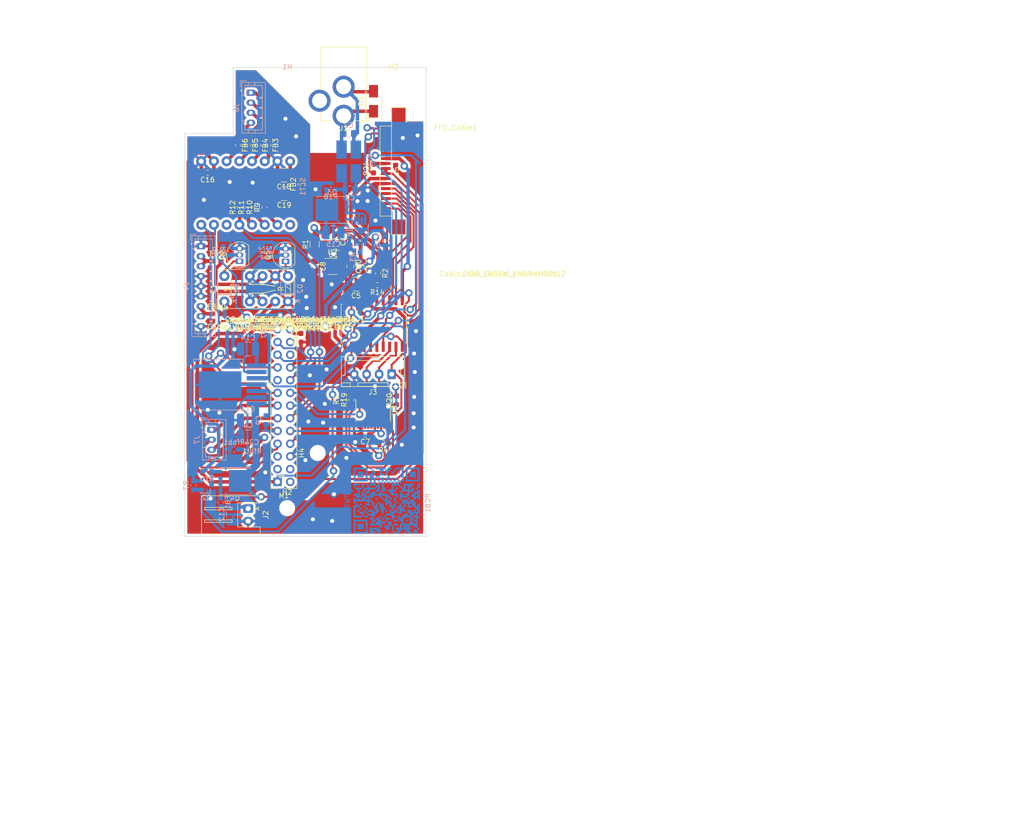
<source format=kicad_pcb>
(kicad_pcb (version 20171130) (host pcbnew 5.1.5-52549c5~86~ubuntu18.04.1)
  (layers (0 F.Cu signal) (31 B.Cu signal) (34 B.Paste user hide) (35 F.Paste user hide) (36 B.SilkS user hide) (37 F.SilkS user hide) (38 B.Mask user hide) (39 F.Mask user hide) (44 Edge.Cuts user))
  (net 0 "")
  (net 1 GND)
  (net 2 +3V3)
  (net 3 +12V)
  (net 4 /V_meas_flt)
  (net 5 +5V)
  (net 6 "Net-(C12-Pad1)")
  (net 7 "Net-(D2-Pad2)")
  (net 8 /Step_2B)
  (net 9 /Step_2A)
  (net 10 /Step_1A)
  (net 11 /Step_1B)
  (net 12 /SW_HDD_On)
  (net 13 /RxD_attiny)
  (net 14 /TxD_attiny)
  (net 15 /Stepper_Step)
  (net 16 /Stepper_Dir)
  (net 17 /Taster_0)
  (net 18 /Taster_1)
  (net 19 /Stepper_~Reset)
  (net 20 "Net-(Q1-Pad2)")
  (net 21 "Net-(Q3-Pad4)")
  (net 22 /V_meas)
  (net 23 "Net-(R3-Pad1)")
  (net 24 "Net-(R9-Pad1)")
  (net 25 "Net-(R10-Pad1)")
  (net 26 "Net-(R11-Pad1)")
  (net 27 /attiny_~reset)
  (net 28 /LED_HMI_attiny)
  (net 29 /DC_IN+)
  (net 30 /DC_IN-)
  (net 31 /12V_nProt)
  (net 32 /Vin_Buck)
  (net 33 "Net-(C9-Pad1)")
  (net 34 "Net-(C24-Pad2)")
  (net 35 "Net-(C18-Pad1)")
  (net 36 +3V3_STBY)
  (net 37 "Net-(2k3-Pad2)")
  (net 38 "Net-(D1-Pad2)")
  (net 39 /LTC4359_~SHDN)
  (net 40 /5V_EN)
  (net 41 /SW_HDD_Off)
  (net 42 /+12V_HDD)
  (net 43 /+5V_HDD)
  (net 44 /rev2_~rev3)
  (net 45 /5V_Ron)
  (net 46 "Net-(FB3-Pad1)")
  (net 47 "Net-(FB4-Pad1)")
  (net 48 "Net-(FB5-Pad1)")
  (net 49 "Net-(FB6-Pad1)")
  (net 50 /~Endswitch_Undocked)
  (net 51 /~Endswitch_Docked)
  (net 52 /LED_HMI)
  (net 53 /Dis_RS)
  (net 54 /Dis_E)
  (net 55 /Dis_DB4)
  (net 56 /Dis_DB5)
  (net 57 /Dis_DB7)
  (net 58 /+12V_HDD_flt)
  (net 59 /+5V_HDD_flt)
  (net 60 /12V_Prot)
  (net 61 /attiny_program_~communicate)
  (net 62 /RxD_BPi)
  (net 63 /TxD_BPi)
  (net 64 "Net-(R19-Pad2)")
  (net 65 /TxD_attiny_prot)
  (net 66 /Dis_DB6)
  (net 67 "Net-(FB1-Pad2)")
  (net 68 /Dis_PWM)
  (net 69 "Net-(Q2-Pad3)")
  (net 70 /DIS_BPi_SPLY)
  (module Resistor_SMD:R_0603_1608Metric_Pad1.05x0.95mm_HandSolder (layer F.Cu) (at 89.27 94.15 90)
    (fp_text reference R13 (at 0 -1.43 90) (layer F.SilkS))
    (fp_text value 0)
    (pad 2 smd roundrect (at 0.875 0 90) (size 1.05 0.95) (layers F.Cu F.Paste F.Mask) (net 44 /rev2_~rev3))
    (pad 1 smd roundrect (at -0.875 0 90) (size 1.05 0.95) (layers F.Cu F.Paste F.Mask) (net 1 GND))
  )
  (module Connector_JST:JST_XH_S2B-XH-A_1x02_P2.50mm_Horizontal (layer F.Cu) (at 78.71 128.28 270)
    (fp_text reference J2 (at 1.25 -3.5 90) (layer F.SilkS))
    (fp_text value "BPi Supply")
    (pad 2 thru_hole oval (at 2.5 0 270) (size 1.7 2) (drill 1) (layers *.Cu *.Mask) (net 1 GND))
    (pad 1 thru_hole roundrect (at 0 0 270) (size 1.7 2) (drill 1) (layers *.Cu *.Mask) (roundrect_rratio 0.147059) (net 6 "Net-(C12-Pad1)"))
  )
  (module G7_Custom:BananaPi-M1 (layer F.Cu) (at 84.582 122.936)
    (fp_text reference M1 (at 1.27 2.77 180) (layer F.SilkS))
    (fp_text value BananaPi_M1)
    (pad 26 thru_hole oval (at 2.54 -30.48 180) (size 1.7 1.7) (drill 1) (layers *.Cu *.Mask) (net 44 /rev2_~rev3))
    (pad 25 thru_hole oval (at 0 -30.48 180) (size 1.7 1.7) (drill 1) (layers *.Cu *.Mask) (net 1 GND))
    (pad 24 thru_hole oval (at 2.54 -27.94 180) (size 1.7 1.7) (drill 1) (layers *.Cu *.Mask))
    (pad 23 thru_hole oval (at 0 -27.94 180) (size 1.7 1.7) (drill 1) (layers *.Cu *.Mask) (net 18 /Taster_1))
    (pad 22 thru_hole oval (at 2.54 -25.4 180) (size 1.7 1.7) (drill 1) (layers *.Cu *.Mask))
    (pad 21 thru_hole oval (at 0 -25.4 180) (size 1.7 1.7) (drill 1) (layers *.Cu *.Mask) (net 17 /Taster_0))
    (pad 20 thru_hole oval (at 2.54 -22.86 180) (size 1.7 1.7) (drill 1) (layers *.Cu *.Mask) (net 1 GND))
    (pad 19 thru_hole oval (at 0 -22.86 180) (size 1.7 1.7) (drill 1) (layers *.Cu *.Mask) (net 16 /Stepper_Dir))
    (pad 18 thru_hole oval (at 2.54 -20.32 180) (size 1.7 1.7) (drill 1) (layers *.Cu *.Mask) (net 41 /SW_HDD_Off))
    (pad 17 thru_hole oval (at 0 -20.32 180) (size 1.7 1.7) (drill 1) (layers *.Cu *.Mask) (net 2 +3V3))
    (pad 16 thru_hole oval (at 2.54 -17.78 180) (size 1.7 1.7) (drill 1) (layers *.Cu *.Mask) (net 61 /attiny_program_~communicate))
    (pad 15 thru_hole oval (at 0 -17.78 180) (size 1.7 1.7) (drill 1) (layers *.Cu *.Mask) (net 15 /Stepper_Step))
    (pad 14 thru_hole oval (at 2.54 -15.24 180) (size 1.7 1.7) (drill 1) (layers *.Cu *.Mask) (net 1 GND))
    (pad 13 thru_hole oval (at 0 -15.24 180) (size 1.7 1.7) (drill 1) (layers *.Cu *.Mask) (net 51 /~Endswitch_Docked))
    (pad 12 thru_hole oval (at 2.54 -12.7 180) (size 1.7 1.7) (drill 1) (layers *.Cu *.Mask) (net 19 /Stepper_~Reset))
    (pad 11 thru_hole oval (at 0 -12.7 180) (size 1.7 1.7) (drill 1) (layers *.Cu *.Mask) (net 50 /~Endswitch_Undocked))
    (pad 10 thru_hole oval (at 2.54 -10.16 180) (size 1.7 1.7) (drill 1) (layers *.Cu *.Mask) (net 62 /RxD_BPi))
    (pad 9 thru_hole oval (at 0 -10.16 180) (size 1.7 1.7) (drill 1) (layers *.Cu *.Mask) (net 1 GND))
    (pad 8 thru_hole oval (at 2.54 -7.62 180) (size 1.7 1.7) (drill 1) (layers *.Cu *.Mask) (net 63 /TxD_BPi))
    (pad 7 thru_hole oval (at 0 -7.62 180) (size 1.7 1.7) (drill 1) (layers *.Cu *.Mask) (net 12 /SW_HDD_On))
    (pad 6 thru_hole oval (at 2.54 -5.08 180) (size 1.7 1.7) (drill 1) (layers *.Cu *.Mask) (net 1 GND))
    (pad 5 thru_hole oval (at 0 -5.08 180) (size 1.7 1.7) (drill 1) (layers *.Cu *.Mask))
    (pad 4 thru_hole oval (at 2.54 -2.54 180) (size 1.7 1.7) (drill 1) (layers *.Cu *.Mask))
    (pad 3 thru_hole oval (at 0 -2.54 180) (size 1.7 1.7) (drill 1) (layers *.Cu *.Mask))
    (pad 2 thru_hole oval (at 2.54 0 180) (size 1.7 1.7) (drill 1) (layers *.Cu *.Mask))
    (pad 1 thru_hole rect (at 0 0 180) (size 1.7 1.7) (drill 1) (layers *.Cu *.Mask) (net 2 +3V3))
  )
  (module Resistor_SMD:R_0603_1608Metric_Pad1.05x0.95mm_HandSolder (layer B.Cu) (at 67.78 123.635 270)
    (fp_text reference R7 (at 0 1.43 90) (layer B.SilkS) (effects (justify mirror)))
    (fp_text value 47k)
    (pad 2 smd roundrect (at 0.875 0 270) (size 1.05 0.95) (layers B.Cu B.Paste B.Mask) (net 70 /DIS_BPi_SPLY))
    (pad 1 smd roundrect (at -0.875 0 270) (size 1.05 0.95) (layers B.Cu B.Paste B.Mask) (net 1 GND))
  )
  (module Resistor_SMD:R_0603_1608Metric_Pad1.05x0.95mm_HandSolder (layer B.Cu) (at 70.54 120.85)
    (fp_text reference R16 (at 0 1.43) (layer B.SilkS) (effects (justify mirror)))
    (fp_text value 47k)
    (pad 2 smd roundrect (at 0.875 0) (size 1.05 0.95) (layers B.Cu B.Paste B.Mask) (net 69 "Net-(Q2-Pad3)"))
    (pad 1 smd roundrect (at -0.875 0) (size 1.05 0.95) (layers B.Cu B.Paste B.Mask) (net 3 +12V))
  )
  (module Package_TO_SOT_SMD:TDSON-8-1 (layer B.Cu) (at 76.08 122.78)
    (fp_text reference Q4 (at 0 3.5) (layer B.SilkS) (effects (justify mirror)))
    (fp_text value BSC093N04LS)
    (pad 5 smd rect (at 1.05 0) (size 4.55 4.41) (layers B.Cu) (net 5 +5V))
    (pad 4 smd rect (at -2.9 -1.905) (size 0.85 0.5) (layers B.Cu B.Paste B.Mask) (net 69 "Net-(Q2-Pad3)"))
    (pad 3 smd rect (at -2.9 -0.635) (size 0.85 0.5) (layers B.Cu B.Paste B.Mask) (net 67 "Net-(FB1-Pad2)"))
    (pad 2 smd rect (at -2.9 0.635) (size 0.85 0.5) (layers B.Cu B.Paste B.Mask) (net 67 "Net-(FB1-Pad2)"))
    (pad 1 smd rect (at -2.9 1.905) (size 0.85 0.5) (layers B.Cu B.Paste B.Mask) (net 67 "Net-(FB1-Pad2)"))
  )
  (module Package_TO_SOT_SMD:SOT-23 (layer B.Cu) (at 70.4 123.56)
    (fp_text reference Q2 (at 0 2.5) (layer B.SilkS) (effects (justify mirror)))
    (fp_text value BSS123)
    (pad 3 smd rect (at 1 0) (size 0.9 0.8) (layers B.Cu B.Paste B.Mask) (net 69 "Net-(Q2-Pad3)"))
    (pad 2 smd rect (at -1 -0.95) (size 0.9 0.8) (layers B.Cu B.Paste B.Mask) (net 1 GND))
    (pad 1 smd rect (at -1 0.95) (size 0.9 0.8) (layers B.Cu B.Paste B.Mask) (net 70 /DIS_BPi_SPLY))
  )
  (module Package_SO:TSSOP-20_4.4x6.5mm_P0.65mm (layer F.Cu) (at 103.68 108.66 270)
    (fp_text reference U3 (at 0 -4.3 90) (layer F.SilkS))
    (fp_text value ADG734)
    (pad 20 smd rect (at 2.95 -2.925 270) (size 1.45 0.45) (layers F.Cu F.Paste F.Mask) (net 61 /attiny_program_~communicate))
    (pad 19 smd rect (at 2.95 -2.275 270) (size 1.45 0.45) (layers F.Cu F.Paste F.Mask) (net 27 /attiny_~reset))
    (pad 18 smd rect (at 2.95 -1.625 270) (size 1.45 0.45) (layers F.Cu F.Paste F.Mask) (net 62 /RxD_BPi))
    (pad 17 smd rect (at 2.95 -0.975 270) (size 1.45 0.45) (layers F.Cu F.Paste F.Mask) (net 65 /TxD_attiny_prot))
    (pad 16 smd rect (at 2.95 -0.325 270) (size 1.45 0.45) (layers F.Cu F.Paste F.Mask) (net 36 +3V3_STBY))
    (pad 15 smd rect (at 2.95 0.325 270) (size 1.45 0.45) (layers F.Cu F.Paste F.Mask))
    (pad 14 smd rect (at 2.95 0.975 270) (size 1.45 0.45) (layers F.Cu F.Paste F.Mask) (net 1 GND))
    (pad 13 smd rect (at 2.95 1.625 270) (size 1.45 0.45) (layers F.Cu F.Paste F.Mask) (net 1 GND))
    (pad 12 smd rect (at 2.95 2.275 270) (size 1.45 0.45) (layers F.Cu F.Paste F.Mask) (net 1 GND))
    (pad 11 smd rect (at 2.95 2.925 270) (size 1.45 0.45) (layers F.Cu F.Paste F.Mask) (net 1 GND))
    (pad 10 smd rect (at -2.95 2.925 270) (size 1.45 0.45) (layers F.Cu F.Paste F.Mask) (net 61 /attiny_program_~communicate))
    (pad 9 smd rect (at -2.95 2.275 270) (size 1.45 0.45) (layers F.Cu F.Paste F.Mask) (net 64 "Net-(R19-Pad2)"))
    (pad 8 smd rect (at -2.95 1.625 270) (size 1.45 0.45) (layers F.Cu F.Paste F.Mask) (net 63 /TxD_BPi))
    (pad 7 smd rect (at -2.95 0.975 270) (size 1.45 0.45) (layers F.Cu F.Paste F.Mask) (net 13 /RxD_attiny))
    (pad 6 smd rect (at -2.95 0.325 270) (size 1.45 0.45) (layers F.Cu F.Paste F.Mask) (net 1 GND))
    (pad 5 smd rect (at -2.95 -0.325 270) (size 1.45 0.45) (layers F.Cu F.Paste F.Mask) (net 1 GND))
    (pad 4 smd rect (at -2.95 -0.975 270) (size 1.45 0.45) (layers F.Cu F.Paste F.Mask) (net 1 GND))
    (pad 3 smd rect (at -2.95 -1.625 270) (size 1.45 0.45) (layers F.Cu F.Paste F.Mask) (net 65 /TxD_attiny_prot))
    (pad 2 smd rect (at -2.95 -2.275 270) (size 1.45 0.45) (layers F.Cu F.Paste F.Mask) (net 14 /TxD_attiny))
    (pad 1 smd rect (at -2.95 -2.925 270) (size 1.45 0.45) (layers F.Cu F.Paste F.Mask) (net 2 +3V3))
  )
  (module Connector_JST:JST_PH_B4B-PH-K_1x04_P2.00mm_Vertical (layer B.Cu) (at 79.25 45.18 270)
    (fp_text reference J6 (at 3 2.9 270) (layer B.SilkS) (effects (justify mirror)))
    (fp_text value "B4B-PH-K-S(LF)(SN)")
    (pad 4 thru_hole oval (at 6 0 270) (size 1.2 1.75) (drill 0.75) (layers *.Cu *.Mask) (net 49 "Net-(FB6-Pad1)"))
    (pad 3 thru_hole oval (at 4 0 270) (size 1.2 1.75) (drill 0.75) (layers *.Cu *.Mask) (net 48 "Net-(FB5-Pad1)"))
    (pad 2 thru_hole oval (at 2 0 270) (size 1.2 1.75) (drill 0.75) (layers *.Cu *.Mask) (net 47 "Net-(FB4-Pad1)"))
    (pad 1 thru_hole roundrect (at 0 0 270) (size 1.2 1.75) (drill 0.75) (layers *.Cu *.Mask) (roundrect_rratio 0.208333) (net 46 "Net-(FB3-Pad1)"))
  )
  (module Resistor_SMD:R_0603_1608Metric_Pad1.05x0.95mm_HandSolder (layer F.Cu) (at 108.36 106.64 90)
    (fp_text reference R20 (at 0 -1.43 90) (layer F.SilkS))
    (fp_text value 47k)
    (pad 2 smd roundrect (at 0.875 0 90) (size 1.05 0.95) (layers F.Cu F.Paste F.Mask) (net 2 +3V3))
    (pad 1 smd roundrect (at -0.875 0 90) (size 1.05 0.95) (layers F.Cu F.Paste F.Mask) (net 1 GND))
  )
  (module Resistor_SMD:R_0603_1608Metric_Pad1.05x0.95mm_HandSolder (layer F.Cu) (at 99.33 106.57 90)
    (fp_text reference R19 (at 0 -1.43 90) (layer F.SilkS))
    (fp_text value 10k)
    (pad 2 smd roundrect (at 0.875 0 90) (size 1.05 0.95) (layers F.Cu F.Paste F.Mask) (net 64 "Net-(R19-Pad2)"))
    (pad 1 smd roundrect (at -0.875 0 90) (size 1.05 0.95) (layers F.Cu F.Paste F.Mask) (net 27 /attiny_~reset))
  )
  (module Resistor_SMD:R_0603_1608Metric_Pad1.05x0.95mm_HandSolder (layer F.Cu) (at 97.75 106.57 90)
    (fp_text reference R5 (at 0 -1.43 90) (layer F.SilkS))
    (fp_text value 10k)
    (pad 2 smd roundrect (at 0.875 0 90) (size 1.05 0.95) (layers F.Cu F.Paste F.Mask) (net 64 "Net-(R19-Pad2)"))
    (pad 1 smd roundrect (at -0.875 0 90) (size 1.05 0.95) (layers F.Cu F.Paste F.Mask) (net 27 /attiny_~reset))
  )
  (module Resistor_SMD:R_0603_1608Metric_Pad1.05x0.95mm_HandSolder (layer F.Cu) (at 105.74 115.16 180)
    (fp_text reference R4 (at 0 -1.43) (layer F.SilkS))
    (fp_text value 47k)
    (pad 2 smd roundrect (at 0.875 0 180) (size 1.05 0.95) (layers F.Cu F.Paste F.Mask) (net 1 GND))
    (pad 1 smd roundrect (at -0.875 0 180) (size 1.05 0.95) (layers F.Cu F.Paste F.Mask) (net 61 /attiny_program_~communicate))
  )
  (module G7_Custom:BOM_ITEM (layer F.Cu) (at 131.024999 80.854999)
    (fp_text reference Conn_Socket_ENDSWHDD1 (at 0 0.5) (layer F.SilkS))
    (fp_text value PHR-3)
  )
  (module G7_Custom:BOM_ITEM (layer F.Cu) (at 129.524999 80.854999)
    (fp_text reference Cable_HDD_ENDSW_preconfected2 (at 0 0.5) (layer F.SilkS))
    (fp_text value ASPHSPH24K152)
  )
  (module Capacitor_SMD:C_0603_1608Metric_Pad1.05x0.95mm_HandSolder (layer F.Cu) (at 102.12 113.5 180)
    (fp_text reference C7 (at 0 -1.43) (layer F.SilkS))
    (fp_text value 100nF)
    (pad 2 smd roundrect (at 0.875 0 180) (size 1.05 0.95) (layers F.Cu F.Paste F.Mask) (net 1 GND))
    (pad 1 smd roundrect (at -0.875 0 180) (size 1.05 0.95) (layers F.Cu F.Paste F.Mask) (net 36 +3V3_STBY))
  )
  (module G7_Custom:BOM_ITEM (layer F.Cu) (at 120.18 51.65)
    (fp_text reference FFC_Cable1 (at 0 0.5) (layer F.SilkS))
    (fp_text value 0151670333)
  )
  (module G7_Custom:Conn_FFC_Molex_52207-1860 (layer F.Cu) (at 106.2101 60.833 90)
    (fp_text reference J5 (at 0 2.1 90) (layer F.SilkS))
    (fp_text value "Molex 0522071860")
    (pad 0 smd rect (at 11.176 2.54 90) (size 3 2.8) (layers F.Cu F.Paste F.Mask))
    (pad 0 smd rect (at -11.176 2.54 90) (size 3 2.8) (layers F.Cu F.Paste F.Mask))
    (pad 18 smd rect (at 8.5 0 90) (size 0.6 1.9) (layers F.Cu F.Paste F.Mask) (net 18 /Taster_1))
    (pad 17 smd rect (at 7.5 0 90) (size 0.6 1.9) (layers F.Cu F.Paste F.Mask) (net 17 /Taster_0))
    (pad 16 smd rect (at 6.5 0 90) (size 0.6 1.9) (layers F.Cu F.Paste F.Mask) (net 1 GND))
    (pad 15 smd rect (at 5.5 0 90) (size 0.6 1.9) (layers F.Cu F.Paste F.Mask) (net 1 GND))
    (pad 14 smd rect (at 4.5 0 90) (size 0.6 1.9) (layers F.Cu F.Paste F.Mask) (net 1 GND))
    (pad 13 smd rect (at 3.5 0 90) (size 0.6 1.9) (layers F.Cu F.Paste F.Mask) (net 1 GND))
    (pad 12 smd rect (at 2.5 0 90) (size 0.6 1.9) (layers F.Cu F.Paste F.Mask) (net 68 /Dis_PWM))
    (pad 11 smd rect (at 1.5 0 90) (size 0.6 1.9) (layers F.Cu F.Paste F.Mask) (net 52 /LED_HMI))
    (pad 10 smd rect (at 0.5 0 90) (size 0.6 1.9) (layers F.Cu F.Paste F.Mask) (net 5 +5V))
    (pad 9 smd rect (at -0.5 0 90) (size 0.6 1.9) (layers F.Cu F.Paste F.Mask) (net 5 +5V))
    (pad 8 smd rect (at -1.5 0 90) (size 0.6 1.9) (layers F.Cu F.Paste F.Mask) (net 36 +3V3_STBY))
    (pad 7 smd rect (at -2.5 0 90) (size 0.6 1.9) (layers F.Cu F.Paste F.Mask) (net 1 GND))
    (pad 6 smd rect (at -3.5 0 90) (size 0.6 1.9) (layers F.Cu F.Paste F.Mask) (net 53 /Dis_RS))
    (pad 5 smd rect (at -4.5 0 90) (size 0.6 1.9) (layers F.Cu F.Paste F.Mask) (net 54 /Dis_E))
    (pad 4 smd rect (at -5.5 0 90) (size 0.6 1.9) (layers F.Cu F.Paste F.Mask) (net 55 /Dis_DB4))
    (pad 3 smd rect (at -6.5 0 90) (size 0.6 1.9) (layers F.Cu F.Paste F.Mask) (net 56 /Dis_DB5))
    (pad 2 smd rect (at -7.5 0 90) (size 0.6 1.9) (layers F.Cu F.Paste F.Mask) (net 66 /Dis_DB6))
    (pad 1 smd rect (at -8.5 0 90) (size 0.6 1.9) (layers F.Cu F.Paste F.Mask) (net 57 /Dis_DB7))
  )
  (module Diode_THT:D_T-1_P5.08mm_Horizontal (layer B.Cu) (at 86.67 86.89 90)
    (fp_text reference D2 (at 2.54 2.42 90) (layer B.SilkS) (effects (justify mirror)))
    (fp_text value 1N4148)
    (fp_text user K (at 0 2 90) (layer B.SilkS) (effects (justify mirror)))
    (pad 2 thru_hole oval (at 5.08 0 90) (size 2 2) (drill 1) (layers *.Cu *.Mask) (net 7 "Net-(D2-Pad2)"))
    (pad 1 thru_hole circle (at 0 0 90) (size 2 2) (drill 1) (layers *.Cu *.Mask) (net 3 +12V))
  )
  (module Diode_THT:D_T-1_P5.08mm_Horizontal (layer B.Cu) (at 73.96 86.9 90)
    (fp_text reference D1 (at 2.54 2.42 90) (layer B.SilkS) (effects (justify mirror)))
    (fp_text value 1N4148)
    (fp_text user K (at 0 2 90) (layer B.SilkS) (effects (justify mirror)))
    (pad 2 thru_hole oval (at 5.08 0 90) (size 2 2) (drill 1) (layers *.Cu *.Mask) (net 38 "Net-(D1-Pad2)"))
    (pad 1 thru_hole circle (at 0 0 90) (size 2 2) (drill 1) (layers *.Cu *.Mask) (net 3 +12V))
  )
  (module Connector_JST:JST_PH_B3B-PH-K_1x03_P2.00mm_Vertical (layer B.Cu) (at 71.4 112.52 270)
    (fp_text reference J7 (at 2 2.9 270) (layer B.SilkS) (effects (justify mirror)))
    (fp_text value Endswitches)
    (pad 3 thru_hole oval (at 4 0 270) (size 1.2 1.75) (drill 0.75) (layers *.Cu *.Mask) (net 50 /~Endswitch_Undocked))
    (pad 2 thru_hole oval (at 2 0 270) (size 1.2 1.75) (drill 0.75) (layers *.Cu *.Mask) (net 1 GND))
    (pad 1 thru_hole roundrect (at 0 0 270) (size 1.2 1.75) (drill 0.75) (layers *.Cu *.Mask) (roundrect_rratio 0.208333) (net 51 /~Endswitch_Docked))
  )
  (module Connector_JST:JST_XH_B4B-XH-AM_1x04_P2.50mm_Vertical (layer F.Cu) (at 107.39 101.44 180)
    (fp_text reference J3 (at 3.75 -3.55) (layer F.SilkS))
    (fp_text value DebugAtTiny)
    (pad "" np_thru_hole circle (at -1.6 2 180) (size 1.2 1.2) (drill 1.2) (layers *.Cu *.Mask))
    (pad 4 thru_hole oval (at 7.5 0 180) (size 1.7 1.95) (drill 0.95) (layers *.Cu *.Mask) (net 1 GND))
    (pad 3 thru_hole oval (at 5 0 180) (size 1.7 1.95) (drill 0.95) (layers *.Cu *.Mask) (net 13 /RxD_attiny))
    (pad 2 thru_hole oval (at 2.5 0 180) (size 1.7 1.95) (drill 0.95) (layers *.Cu *.Mask) (net 14 /TxD_attiny))
    (pad 1 thru_hole roundrect (at 0 0 180) (size 1.7 1.95) (drill 0.95) (layers *.Cu *.Mask) (roundrect_rratio 0.147059) (net 27 /attiny_~reset))
  )
  (module G7_Custom:CMC_Laird_CM2021Y330R-10 (layer B.Cu) (at 98.806 58.928 270)
    (fp_text reference FL1 (at -0.03 -4.32 270) (layer B.SilkS) (effects (justify mirror)))
    (fp_text value CM2021Y330R-10)
    (pad 3 smd rect (at 2.375 -1.4225 270) (size 3.66 2.085) (layers B.Cu B.Paste B.Mask) (net 1 GND))
    (pad 4 smd rect (at 2.375 1.4225 270) (size 3.66 2.085) (layers B.Cu B.Paste B.Mask) (net 31 /12V_nProt))
    (pad 2 smd rect (at -2.375 -1.4225 270) (size 3.66 2.085) (layers B.Cu B.Paste B.Mask) (net 30 /DC_IN-))
    (pad 1 smd rect (at -2.375 1.4225 270) (size 3.66 2.085) (layers B.Cu B.Paste B.Mask) (net 29 /DC_IN+))
  )
  (module G7_Custom:BOM_ITEM (layer F.Cu) (at 93.63 90.29)
    (fp_text reference Conn_Socket_Stepper1 (at 0 0.5) (layer F.SilkS))
    (fp_text value PHR-4)
  )
  (module G7_Custom:BOM_ITEM (layer F.Cu) (at 83.13 89.94)
    (fp_text reference Conn_Socket_PWR_HDD1 (at 0 0.5) (layer F.SilkS))
    (fp_text value PHR-9)
  )
  (module G7_Custom:BOM_ITEM (layer F.Cu) (at 89.13 91.44)
    (fp_text reference Conn_Socket_BPi_SPLY_atJ5 (at 0 0.5) (layer F.SilkS))
    (fp_text value XHP-2)
  )
  (module G7_Custom:BOM_ITEM (layer F.Cu) (at 86.13 91.44)
    (fp_text reference Conn_Socket_BPi_SPLY1 (at 0 0.5) (layer F.SilkS))
    (fp_text value XHP-2)
  )
  (module G7_Custom:BOM_ITEM (layer F.Cu) (at 90.63 89.94)
    (fp_text reference Conn_Socket_at_Stepper1 (at 0 0.5) (layer F.SilkS))
    (fp_text value PHR-6)
  )
  (module G7_Custom:BOM_ITEM (layer F.Cu) (at 89.13 89.94)
    (fp_text reference Cable_Stepper_preconfected4 (at 0 0.5) (layer F.SilkS))
    (fp_text value "ASPHSPH24K51‎ ")
  )
  (module G7_Custom:BOM_ITEM (layer F.Cu) (at 87.63 89.94)
    (fp_text reference Cable_Stepper_preconfected3 (at 0 0.5) (layer F.SilkS))
    (fp_text value "ASPHSPH24K51‎ ")
  )
  (module G7_Custom:BOM_ITEM (layer F.Cu) (at 86.13 89.94)
    (fp_text reference Cable_Stepper_preconfected2 (at 0 0.5) (layer F.SilkS))
    (fp_text value "ASPHSPH24K51‎ ")
  )
  (module G7_Custom:BOM_ITEM (layer F.Cu) (at 84.63 91.79)
    (fp_text reference Cable_Stepper_preconfected1 (at 0 0.5) (layer F.SilkS))
    (fp_text value "ASPHSPH24K51‎ ")
  )
  (module G7_Custom:BOM_ITEM (layer F.Cu) (at 83.13 91.44)
    (fp_text reference Cable_HDD_ENDSW_preconfected1 (at 0 0.5) (layer F.SilkS))
    (fp_text value ASPHSPH24K305)
  )
  (module G7_Custom:BOM_ITEM (layer F.Cu) (at 84.63 90.29)
    (fp_text reference Cable_BPi_SPLY_preconfected2 (at 0 0.5) (layer F.SilkS))
    (fp_text value ASXHSXH22K51)
  )
  (module G7_Custom:BOM_ITEM (layer F.Cu) (at 87.63 91.44)
    (fp_text reference Cable_BPi_SPLY_preconfected1 (at 0 0.5) (layer F.SilkS))
    (fp_text value ASXHSXH22K51)
  )
  (module Capacitor_SMD:C_1210_3225Metric_Pad1.42x2.65mm_HandSolder (layer F.Cu) (at 85.9 65.35 180)
    (fp_text reference C19 (at 0 -2.28 180) (layer F.SilkS))
    (fp_text value 100µF)
    (pad 2 smd roundrect (at 1.4875 0 180) (size 1.425 2.65) (layers F.Cu F.Paste F.Mask) (roundrect_rratio 0.175439) (net 1 GND))
    (pad 1 smd roundrect (at -1.4875 0 180) (size 1.425 2.65) (layers F.Cu F.Paste F.Mask) (roundrect_rratio 0.175439) (net 3 +12V))
  )
  (module G7_Custom:Relay_Kemet_EC2-12TNU (layer F.Cu) (at 73.96 86.9 90)
    (fp_text reference K1 (at 2.5 -2.2 90) (layer F.SilkS))
    (fp_text value EC2-12TNU)
    (fp_text user S (at 2.413 0.508 90) (layer F.SilkS))
    (fp_text user R (at 2.54 11.303 90) (layer F.SilkS))
    (pad 7 thru_hole circle (at 5.08 12.7 90) (size 2 2) (drill 1) (layers *.Cu *.Mask) (net 7 "Net-(D2-Pad2)"))
    (pad 6 thru_hole circle (at 0 12.7 90) (size 2 2) (drill 1) (layers *.Cu *.Mask) (net 3 +12V))
    (pad 5 thru_hole circle (at 0 10.16 90) (size 2 2) (drill 1) (layers *.Cu *.Mask) (net 5 +5V))
    (pad 8 thru_hole circle (at 5.08 10.16 90) (size 2 2) (drill 1) (layers *.Cu *.Mask) (net 3 +12V))
    (pad 3 thru_hole circle (at 0 5.08 90) (size 2 2) (drill 1) (layers *.Cu *.Mask) (net 1 GND))
    (pad 1 thru_hole circle (at 0 0 90) (size 2 2) (drill 1) (layers *.Cu *.Mask) (net 3 +12V))
    (pad 10 thru_hole circle (at 5.08 5.08 90) (size 2 2) (drill 1) (layers *.Cu *.Mask) (net 1 GND))
    (pad 12 thru_hole circle (at 5.08 0 90) (size 2 2) (drill 1) (layers *.Cu *.Mask) (net 38 "Net-(D1-Pad2)"))
    (pad 4 thru_hole circle (at 0 7.62) (size 2 2) (drill 1) (layers *.Cu *.Mask) (net 43 /+5V_HDD))
    (pad 9 thru_hole circle (at 5.08 7.62) (size 2 2) (drill 1) (layers *.Cu *.Mask) (net 42 /+12V_HDD))
  )
  (module Resistor_SMD:R_0603_1608Metric_Pad1.05x0.95mm_HandSolder (layer B.Cu) (at 95.25 64.516)
    (fp_text reference R18 (at 0 1.43) (layer B.SilkS) (effects (justify mirror)))
    (fp_text value NO)
    (pad 2 smd roundrect (at 0.875 0) (size 1.05 0.95) (layers B.Cu B.Paste B.Mask) (net 31 /12V_nProt))
    (pad 1 smd roundrect (at -0.875 0) (size 1.05 0.95) (layers B.Cu B.Paste B.Mask) (net 60 /12V_Prot))
  )
  (module Connector_JST:JST_PH_B9B-PH-K_1x09_P2.00mm_Vertical (layer B.Cu) (at 69.27 75.85 270)
    (fp_text reference J4 (at 8 2.9 90) (layer B.SilkS) (effects (justify mirror)))
    (fp_text value "B9B-PH-K-S(LF)(SN)")
    (pad 9 thru_hole oval (at 16 0 270) (size 1.2 1.75) (drill 0.75) (layers *.Cu *.Mask) (net 1 GND))
    (pad 8 thru_hole oval (at 14 0 270) (size 1.2 1.75) (drill 0.75) (layers *.Cu *.Mask) (net 59 /+5V_HDD_flt))
    (pad 7 thru_hole oval (at 12 0 270) (size 1.2 1.75) (drill 0.75) (layers *.Cu *.Mask) (net 59 /+5V_HDD_flt))
    (pad 6 thru_hole oval (at 10 0 270) (size 1.2 1.75) (drill 0.75) (layers *.Cu *.Mask) (net 1 GND))
    (pad 5 thru_hole oval (at 8 0 270) (size 1.2 1.75) (drill 0.75) (layers *.Cu *.Mask) (net 1 GND))
    (pad 4 thru_hole oval (at 6 0 270) (size 1.2 1.75) (drill 0.75) (layers *.Cu *.Mask) (net 1 GND))
    (pad 3 thru_hole oval (at 4 0 270) (size 1.2 1.75) (drill 0.75) (layers *.Cu *.Mask) (net 58 /+12V_HDD_flt))
    (pad 2 thru_hole oval (at 2 0 270) (size 1.2 1.75) (drill 0.75) (layers *.Cu *.Mask) (net 58 /+12V_HDD_flt))
    (pad 1 thru_hole roundrect (at 0 0 270) (size 1.2 1.75) (drill 0.75) (layers *.Cu *.Mask) (roundrect_rratio 0.208333) (net 1 GND))
  )
  (module Package_SO:SOIC-20W_7.5x12.8mm_P1.27mm (layer F.Cu) (at 103.8 91.3 90)
    (fp_text reference U5 (at 0 -7.35 270) (layer F.SilkS))
    (fp_text value ATtiny816-S)
    (pad 20 smd roundrect (at 4.65 -5.715 90) (size 2.05 0.6) (layers F.Cu F.Paste F.Mask) (net 1 GND))
    (pad 19 smd roundrect (at 4.65 -4.445 90) (size 2.05 0.6) (layers F.Cu F.Paste F.Mask) (net 18 /Taster_1))
    (pad 18 smd roundrect (at 4.65 -3.175 90) (size 2.05 0.6) (layers F.Cu F.Paste F.Mask) (net 17 /Taster_0))
    (pad 17 smd roundrect (at 4.65 -1.905 90) (size 2.05 0.6) (layers F.Cu F.Paste F.Mask) (net 4 /V_meas_flt))
    (pad 16 smd roundrect (at 4.65 -0.635 90) (size 2.05 0.6) (layers F.Cu F.Paste F.Mask) (net 27 /attiny_~reset))
    (pad 15 smd roundrect (at 4.65 0.635 90) (size 2.05 0.6) (layers F.Cu F.Paste F.Mask) (net 57 /Dis_DB7))
    (pad 14 smd roundrect (at 4.65 1.905 90) (size 2.05 0.6) (layers F.Cu F.Paste F.Mask) (net 66 /Dis_DB6))
    (pad 13 smd roundrect (at 4.65 3.175 90) (size 2.05 0.6) (layers F.Cu F.Paste F.Mask) (net 56 /Dis_DB5))
    (pad 12 smd roundrect (at 4.65 4.445 90) (size 2.05 0.6) (layers F.Cu F.Paste F.Mask) (net 55 /Dis_DB4))
    (pad 11 smd roundrect (at 4.65 5.715 90) (size 2.05 0.6) (layers F.Cu F.Paste F.Mask) (net 68 /Dis_PWM))
    (pad 10 smd roundrect (at -4.65 5.715 90) (size 2.05 0.6) (layers F.Cu F.Paste F.Mask) (net 70 /DIS_BPi_SPLY))
    (pad 9 smd roundrect (at -4.65 4.445 90) (size 2.05 0.6) (layers F.Cu F.Paste F.Mask) (net 14 /TxD_attiny))
    (pad 8 smd roundrect (at -4.65 3.175 90) (size 2.05 0.6) (layers F.Cu F.Paste F.Mask) (net 13 /RxD_attiny))
    (pad 7 smd roundrect (at -4.65 1.905 90) (size 2.05 0.6) (layers F.Cu F.Paste F.Mask) (net 28 /LED_HMI_attiny))
    (pad 6 smd roundrect (at -4.65 0.635 90) (size 2.05 0.6) (layers F.Cu F.Paste F.Mask))
    (pad 5 smd roundrect (at -4.65 -0.635 90) (size 2.05 0.6) (layers F.Cu F.Paste F.Mask) (net 54 /Dis_E))
    (pad 4 smd roundrect (at -4.65 -1.905 90) (size 2.05 0.6) (layers F.Cu F.Paste F.Mask) (net 53 /Dis_RS))
    (pad 3 smd roundrect (at -4.65 -3.175 90) (size 2.05 0.6) (layers F.Cu F.Paste F.Mask))
    (pad 2 smd roundrect (at -4.65 -4.445 90) (size 2.05 0.6) (layers F.Cu F.Paste F.Mask) (net 40 /5V_EN))
    (pad 1 smd roundrect (at -4.65 -5.715 90) (size 2.05 0.6) (layers F.Cu F.Paste F.Mask) (net 36 +3V3_STBY))
  )
  (module Resistor_SMD:R_0603_1608Metric_Pad1.05x0.95mm_HandSolder (layer B.Cu) (at 82.4 92.8 90)
    (fp_text reference R17 (at 0 1.43 90) (layer B.SilkS) (effects (justify mirror)))
    (fp_text value 47k)
    (pad 2 smd roundrect (at 0.875 0 90) (size 1.05 0.95) (layers B.Cu B.Paste B.Mask) (net 1 GND))
    (pad 1 smd roundrect (at -0.875 0 90) (size 1.05 0.95) (layers B.Cu B.Paste B.Mask) (net 40 /5V_EN))
  )
  (module Resistor_SMD:R_0603_1608Metric_Pad1.05x0.95mm_HandSolder (layer F.Cu) (at 104.53 83.64 180)
    (fp_text reference R14 (at 0 -1.43) (layer F.SilkS))
    (fp_text value 47k)
    (pad 2 smd roundrect (at 0.875 0 180) (size 1.05 0.95) (layers F.Cu F.Paste F.Mask) (net 27 /attiny_~reset))
    (pad 1 smd roundrect (at -0.875 0 180) (size 1.05 0.95) (layers F.Cu F.Paste F.Mask) (net 36 +3V3_STBY))
  )
  (module Package_TO_SOT_THT:TO-92_Inline (layer F.Cu) (at 86.19 78.888 90)
    (fp_text reference Q5 (at 1.27 -3.56 90) (layer F.SilkS))
    (fp_text value BS170)
    (pad 1 thru_hole rect (at 0 0 90) (size 1.05 1.5) (drill 0.75) (layers *.Cu *.Mask) (net 7 "Net-(D2-Pad2)"))
    (pad 3 thru_hole oval (at 2.54 0 90) (size 1.05 1.5) (drill 0.75) (layers *.Cu *.Mask) (net 1 GND))
    (pad 2 thru_hole oval (at 1.27 0 90) (size 1.05 1.5) (drill 0.75) (layers *.Cu *.Mask) (net 37 "Net-(2k3-Pad2)"))
  )
  (module Inductor_SMD:L_0603_1608Metric_Pad1.05x0.95mm_HandSolder (layer F.Cu) (at 72.41 89.36)
    (fp_text reference FB10 (at 0 -1.43 180) (layer F.SilkS))
    (fp_text value 742792602)
    (pad 2 smd roundrect (at 0.875 0) (size 1.05 0.95) (layers F.Cu F.Paste F.Mask) (net 43 /+5V_HDD))
    (pad 1 smd roundrect (at -0.875 0) (size 1.05 0.95) (layers F.Cu F.Paste F.Mask) (net 59 /+5V_HDD_flt))
  )
  (module Inductor_SMD:L_0603_1608Metric_Pad1.05x0.95mm_HandSolder (layer F.Cu) (at 72.395 78.81)
    (fp_text reference FB9 (at 0 -1.43 180) (layer F.SilkS))
    (fp_text value 742792602)
    (pad 2 smd roundrect (at 0.875 0) (size 1.05 0.95) (layers F.Cu F.Paste F.Mask) (net 42 /+12V_HDD))
    (pad 1 smd roundrect (at -0.875 0) (size 1.05 0.95) (layers F.Cu F.Paste F.Mask) (net 58 /+12V_HDD_flt))
  )
  (module Capacitor_SMD:C_1210_3225Metric_Pad1.42x2.65mm_HandSolder (layer B.Cu) (at 78.692 96.398 180)
    (fp_text reference C14 (at 0 2.28) (layer B.SilkS) (effects (justify mirror)))
    (fp_text value 100µF)
    (pad 2 smd roundrect (at 1.4875 0 180) (size 1.425 2.65) (layers B.Cu B.Paste B.Mask) (roundrect_rratio 0.175439) (net 1 GND))
    (pad 1 smd roundrect (at -1.4875 0 180) (size 1.425 2.65) (layers B.Cu B.Paste B.Mask) (roundrect_rratio 0.175439) (net 32 /Vin_Buck))
  )
  (module Capacitor_SMD:C_0603_1608Metric_Pad1.05x0.95mm_HandSolder (layer F.Cu) (at 96.094 91.04 90)
    (fp_text reference C6 (at 0 -1.43 90) (layer F.SilkS))
    (fp_text value 100nF)
    (pad 2 smd roundrect (at 0.875 0 90) (size 1.05 0.95) (layers F.Cu F.Paste F.Mask) (net 1 GND))
    (pad 1 smd roundrect (at -0.875 0 90) (size 1.05 0.95) (layers F.Cu F.Paste F.Mask) (net 36 +3V3_STBY))
  )
  (module Resistor_SMD:R_0603_1608Metric_Pad1.05x0.95mm_HandSolder (layer B.Cu) (at 82.888 77.11 270)
    (fp_text reference 2k4 (at 0 1.43 90) (layer B.SilkS) (effects (justify mirror)))
    (fp_text value 1k2)
    (pad 2 smd roundrect (at 0.875 0 270) (size 1.05 0.95) (layers B.Cu B.Paste B.Mask) (net 37 "Net-(2k3-Pad2)"))
    (pad 1 smd roundrect (at -0.875 0 270) (size 1.05 0.95) (layers B.Cu B.Paste B.Mask) (net 41 /SW_HDD_Off))
  )
  (module Resistor_SMD:R_0603_1608Metric_Pad1.05x0.95mm_HandSolder (layer B.Cu) (at 84.375 77.083 270)
    (fp_text reference 2k3 (at 0 1.43 90) (layer B.SilkS) (effects (justify mirror)))
    (fp_text value 47k)
    (pad 2 smd roundrect (at 0.875 0 270) (size 1.05 0.95) (layers B.Cu B.Paste B.Mask) (net 37 "Net-(2k3-Pad2)"))
    (pad 1 smd roundrect (at -0.875 0 270) (size 1.05 0.95) (layers B.Cu B.Paste B.Mask) (net 1 GND))
  )
  (module G7_Custom:BarrelJack_Wuerth_6941xx301002 (layer F.Cu) (at 97.79 49.784 180)
    (fp_text reference J1 (at 0 -2.5) (layer F.SilkS))
    (fp_text value "12V Power In")
    (pad 3 thru_hole circle (at 4.8 3 270) (size 4.4 4.4) (drill 3) (layers *.Cu *.Mask))
    (pad 2 thru_hole circle (at 0 5.8 180) (size 4.4 4.4) (drill 3) (layers *.Cu *.Mask) (net 30 /DC_IN-))
    (pad 1 thru_hole circle (at 0 0 180) (size 4.4 4.4) (drill 3) (layers *.Cu *.Mask) (net 29 /DC_IN+))
  )
  (module G7_Labels:BaSe_PWR_V3_0 (layer B.Cu) (at 106.59 126.88 270)
    (fp_text reference PCB1 (at 0.3 -8.01 270) (layer B.SilkS) (effects (justify mirror)))
    (fp_text value BaSe_PWR_V3_0 (at -0.23 8.03 270) (layer B.Cu) (effects (justify mirror)))
    (pad "" smd rect (at 5.4 -6.2 270) (size 0.4 0.4) (layers B.Cu))
    (pad "" smd rect (at 3 -6.2 270) (size 0.4 0.4) (layers B.Cu))
    (pad "" smd rect (at 2.2 -6.2 270) (size 0.4 0.4) (layers B.Cu))
    (pad "" smd rect (at 1.8 -6.2 270) (size 0.4 0.4) (layers B.Cu))
    (pad "" smd rect (at 1.4 -6.2 270) (size 0.4 0.4) (layers B.Cu))
    (pad "" smd rect (at 1 -6.2 270) (size 0.4 0.4) (layers B.Cu))
    (pad "" smd rect (at 0.6 -6.2 270) (size 0.4 0.4) (layers B.Cu))
    (pad "" smd rect (at -0.6 -6.2 270) (size 0.4 0.4) (layers B.Cu))
    (pad "" smd rect (at -1 -6.2 270) (size 0.4 0.4) (layers B.Cu))
    (pad "" smd rect (at -1.4 -6.2 270) (size 0.4 0.4) (layers B.Cu))
    (pad "" smd rect (at -1.8 -6.2 270) (size 0.4 0.4) (layers B.Cu))
    (pad "" smd rect (at -2.2 -6.2 270) (size 0.4 0.4) (layers B.Cu))
    (pad "" smd rect (at -3 -6.2 270) (size 0.4 0.4) (layers B.Cu))
    (pad "" smd rect (at -3.4 -6.2 270) (size 0.4 0.4) (layers B.Cu))
    (pad "" smd rect (at -4.2 -6.2 270) (size 0.4 0.4) (layers B.Cu))
    (pad "" smd rect (at -4.6 -6.2 270) (size 0.4 0.4) (layers B.Cu))
    (pad "" smd rect (at -5 -6.2 270) (size 0.4 0.4) (layers B.Cu))
    (pad "" smd rect (at -5.4 -6.2 270) (size 0.4 0.4) (layers B.Cu))
    (pad "" smd rect (at -5.8 -6.2 270) (size 0.4 0.4) (layers B.Cu))
    (pad "" smd rect (at -6.2 -6.2 270) (size 0.4 0.4) (layers B.Cu))
    (pad "" smd rect (at -6.6 -6.2 270) (size 0.4 0.4) (layers B.Cu))
    (pad "" smd rect (at 6.2 -5.8 270) (size 0.4 0.4) (layers B.Cu))
    (pad "" smd rect (at 5.8 -5.8 270) (size 0.4 0.4) (layers B.Cu))
    (pad "" smd rect (at 5 -5.8 270) (size 0.4 0.4) (layers B.Cu))
    (pad "" smd rect (at 4.6 -5.8 270) (size 0.4 0.4) (layers B.Cu))
    (pad "" smd rect (at 4.2 -5.8 270) (size 0.4 0.4) (layers B.Cu))
    (pad "" smd rect (at 3.8 -5.8 270) (size 0.4 0.4) (layers B.Cu))
    (pad "" smd rect (at 3.4 -5.8 270) (size 0.4 0.4) (layers B.Cu))
    (pad "" smd rect (at 3 -5.8 270) (size 0.4 0.4) (layers B.Cu))
    (pad "" smd rect (at 2.6 -5.8 270) (size 0.4 0.4) (layers B.Cu))
    (pad "" smd rect (at 2.2 -5.8 270) (size 0.4 0.4) (layers B.Cu))
    (pad "" smd rect (at 1.4 -5.8 270) (size 0.4 0.4) (layers B.Cu))
    (pad "" smd rect (at 1 -5.8 270) (size 0.4 0.4) (layers B.Cu))
    (pad "" smd rect (at -1 -5.8 270) (size 0.4 0.4) (layers B.Cu))
    (pad "" smd rect (at -1.8 -5.8 270) (size 0.4 0.4) (layers B.Cu))
    (pad "" smd rect (at -2.6 -5.8 270) (size 0.4 0.4) (layers B.Cu))
    (pad "" smd rect (at -4.2 -5.8 270) (size 0.4 0.4) (layers B.Cu))
    (pad "" smd rect (at -6.6 -5.8 270) (size 0.4 0.4) (layers B.Cu))
    (pad "" smd rect (at 6.2 -5.4 270) (size 0.4 0.4) (layers B.Cu))
    (pad "" smd rect (at 5.8 -5.4 270) (size 0.4 0.4) (layers B.Cu))
    (pad "" smd rect (at 5 -5.4 270) (size 0.4 0.4) (layers B.Cu))
    (pad "" smd rect (at 4.6 -5.4 270) (size 0.4 0.4) (layers B.Cu))
    (pad "" smd rect (at 3.8 -5.4 270) (size 0.4 0.4) (layers B.Cu))
    (pad "" smd rect (at 3 -5.4 270) (size 0.4 0.4) (layers B.Cu))
    (pad "" smd rect (at 2.2 -5.4 270) (size 0.4 0.4) (layers B.Cu))
    (pad "" smd rect (at 1.8 -5.4 270) (size 0.4 0.4) (layers B.Cu))
    (pad "" smd rect (at 1 -5.4 270) (size 0.4 0.4) (layers B.Cu))
    (pad "" smd rect (at 0.6 -5.4 270) (size 0.4 0.4) (layers B.Cu))
    (pad "" smd rect (at 0.2 -5.4 270) (size 0.4 0.4) (layers B.Cu))
    (pad "" smd rect (at -0.6 -5.4 270) (size 0.4 0.4) (layers B.Cu))
    (pad "" smd rect (at -1 -5.4 270) (size 0.4 0.4) (layers B.Cu))
    (pad "" smd rect (at -1.4 -5.4 270) (size 0.4 0.4) (layers B.Cu))
    (pad "" smd rect (at -1.8 -5.4 270) (size 0.4 0.4) (layers B.Cu))
    (pad "" smd rect (at -4.2 -5.4 270) (size 0.4 0.4) (layers B.Cu))
    (pad "" smd rect (at -5 -5.4 270) (size 0.4 0.4) (layers B.Cu))
    (pad "" smd rect (at -5.4 -5.4 270) (size 0.4 0.4) (layers B.Cu))
    (pad "" smd rect (at -5.8 -5.4 270) (size 0.4 0.4) (layers B.Cu))
    (pad "" smd rect (at -6.6 -5.4 270) (size 0.4 0.4) (layers B.Cu))
    (pad "" smd rect (at 4.6 -5 270) (size 0.4 0.4) (layers B.Cu))
    (pad "" smd rect (at 4.2 -5 270) (size 0.4 0.4) (layers B.Cu))
    (pad "" smd rect (at 3.4 -5 270) (size 0.4 0.4) (layers B.Cu))
    (pad "" smd rect (at 2.6 -5 270) (size 0.4 0.4) (layers B.Cu))
    (pad "" smd rect (at 2.2 -5 270) (size 0.4 0.4) (layers B.Cu))
    (pad "" smd rect (at 0.6 -5 270) (size 0.4 0.4) (layers B.Cu))
    (pad "" smd rect (at 0.2 -5 270) (size 0.4 0.4) (layers B.Cu))
    (pad "" smd rect (at -0.2 -5 270) (size 0.4 0.4) (layers B.Cu))
    (pad "" smd rect (at -1 -5 270) (size 0.4 0.4) (layers B.Cu))
    (pad "" smd rect (at -1.4 -5 270) (size 0.4 0.4) (layers B.Cu))
    (pad "" smd rect (at -2.2 -5 270) (size 0.4 0.4) (layers B.Cu))
    (pad "" smd rect (at -2.6 -5 270) (size 0.4 0.4) (layers B.Cu))
    (pad "" smd rect (at -3.4 -5 270) (size 0.4 0.4) (layers B.Cu))
    (pad "" smd rect (at -4.2 -5 270) (size 0.4 0.4) (layers B.Cu))
    (pad "" smd rect (at -5 -5 270) (size 0.4 0.4) (layers B.Cu))
    (pad "" smd rect (at -5.4 -5 270) (size 0.4 0.4) (layers B.Cu))
    (pad "" smd rect (at -5.8 -5 270) (size 0.4 0.4) (layers B.Cu))
    (pad "" smd rect (at -6.6 -5 270) (size 0.4 0.4) (layers B.Cu))
    (pad "" smd rect (at 6.2 -4.6 270) (size 0.4 0.4) (layers B.Cu))
    (pad "" smd rect (at 5.4 -4.6 270) (size 0.4 0.4) (layers B.Cu))
    (pad "" smd rect (at 4.6 -4.6 270) (size 0.4 0.4) (layers B.Cu))
    (pad "" smd rect (at 4.2 -4.6 270) (size 0.4 0.4) (layers B.Cu))
    (pad "" smd rect (at 3.8 -4.6 270) (size 0.4 0.4) (layers B.Cu))
    (pad "" smd rect (at 3.4 -4.6 270) (size 0.4 0.4) (layers B.Cu))
    (pad "" smd rect (at 3 -4.6 270) (size 0.4 0.4) (layers B.Cu))
    (pad "" smd rect (at 2.6 -4.6 270) (size 0.4 0.4) (layers B.Cu))
    (pad "" smd rect (at 2.2 -4.6 270) (size 0.4 0.4) (layers B.Cu))
    (pad "" smd rect (at 1.8 -4.6 270) (size 0.4 0.4) (layers B.Cu))
    (pad "" smd rect (at 1 -4.6 270) (size 0.4 0.4) (layers B.Cu))
    (pad "" smd rect (at 0.2 -4.6 270) (size 0.4 0.4) (layers B.Cu))
    (pad "" smd rect (at -0.2 -4.6 270) (size 0.4 0.4) (layers B.Cu))
    (pad "" smd rect (at -2.2 -4.6 270) (size 0.4 0.4) (layers B.Cu))
    (pad "" smd rect (at -3 -4.6 270) (size 0.4 0.4) (layers B.Cu))
    (pad "" smd rect (at -3.4 -4.6 270) (size 0.4 0.4) (layers B.Cu))
    (pad "" smd rect (at -4.2 -4.6 270) (size 0.4 0.4) (layers B.Cu))
    (pad "" smd rect (at -5 -4.6 270) (size 0.4 0.4) (layers B.Cu))
    (pad "" smd rect (at -5.4 -4.6 270) (size 0.4 0.4) (layers B.Cu))
    (pad "" smd rect (at -5.8 -4.6 270) (size 0.4 0.4) (layers B.Cu))
    (pad "" smd rect (at -6.6 -4.6 270) (size 0.4 0.4) (layers B.Cu))
    (pad "" smd rect (at 6.2 -4.2 270) (size 0.4 0.4) (layers B.Cu))
    (pad "" smd rect (at 5.8 -4.2 270) (size 0.4 0.4) (layers B.Cu))
    (pad "" smd rect (at 5.4 -4.2 270) (size 0.4 0.4) (layers B.Cu))
    (pad "" smd rect (at 5 -4.2 270) (size 0.4 0.4) (layers B.Cu))
    (pad "" smd rect (at 4.6 -4.2 270) (size 0.4 0.4) (layers B.Cu))
    (pad "" smd rect (at 3 -4.2 270) (size 0.4 0.4) (layers B.Cu))
    (pad "" smd rect (at 2.2 -4.2 270) (size 0.4 0.4) (layers B.Cu))
    (pad "" smd rect (at 1.8 -4.2 270) (size 0.4 0.4) (layers B.Cu))
    (pad "" smd rect (at 1 -4.2 270) (size 0.4 0.4) (layers B.Cu))
    (pad "" smd rect (at 0.6 -4.2 270) (size 0.4 0.4) (layers B.Cu))
    (pad "" smd rect (at 0.2 -4.2 270) (size 0.4 0.4) (layers B.Cu))
    (pad "" smd rect (at -0.6 -4.2 270) (size 0.4 0.4) (layers B.Cu))
    (pad "" smd rect (at -1.4 -4.2 270) (size 0.4 0.4) (layers B.Cu))
    (pad "" smd rect (at -1.8 -4.2 270) (size 0.4 0.4) (layers B.Cu))
    (pad "" smd rect (at -2.2 -4.2 270) (size 0.4 0.4) (layers B.Cu))
    (pad "" smd rect (at -2.6 -4.2 270) (size 0.4 0.4) (layers B.Cu))
    (pad "" smd rect (at -3 -4.2 270) (size 0.4 0.4) (layers B.Cu))
    (pad "" smd rect (at -3.4 -4.2 270) (size 0.4 0.4) (layers B.Cu))
    (pad "" smd rect (at -4.2 -4.2 270) (size 0.4 0.4) (layers B.Cu))
    (pad "" smd rect (at -6.6 -4.2 270) (size 0.4 0.4) (layers B.Cu))
    (pad "" smd rect (at 5.8 -3.8 270) (size 0.4 0.4) (layers B.Cu))
    (pad "" smd rect (at 5.4 -3.8 270) (size 0.4 0.4) (layers B.Cu))
    (pad "" smd rect (at 5 -3.8 270) (size 0.4 0.4) (layers B.Cu))
    (pad "" smd rect (at 4.6 -3.8 270) (size 0.4 0.4) (layers B.Cu))
    (pad "" smd rect (at 3.8 -3.8 270) (size 0.4 0.4) (layers B.Cu))
    (pad "" smd rect (at 3 -3.8 270) (size 0.4 0.4) (layers B.Cu))
    (pad "" smd rect (at 2.6 -3.8 270) (size 0.4 0.4) (layers B.Cu))
    (pad "" smd rect (at 0.2 -3.8 270) (size 0.4 0.4) (layers B.Cu))
    (pad "" smd rect (at -0.2 -3.8 270) (size 0.4 0.4) (layers B.Cu))
    (pad "" smd rect (at -1 -3.8 270) (size 0.4 0.4) (layers B.Cu))
    (pad "" smd rect (at -1.4 -3.8 270) (size 0.4 0.4) (layers B.Cu))
    (pad "" smd rect (at -2.2 -3.8 270) (size 0.4 0.4) (layers B.Cu))
    (pad "" smd rect (at -3.4 -3.8 270) (size 0.4 0.4) (layers B.Cu))
    (pad "" smd rect (at -4.2 -3.8 270) (size 0.4 0.4) (layers B.Cu))
    (pad "" smd rect (at -4.6 -3.8 270) (size 0.4 0.4) (layers B.Cu))
    (pad "" smd rect (at -5 -3.8 270) (size 0.4 0.4) (layers B.Cu))
    (pad "" smd rect (at -5.4 -3.8 270) (size 0.4 0.4) (layers B.Cu))
    (pad "" smd rect (at -5.8 -3.8 270) (size 0.4 0.4) (layers B.Cu))
    (pad "" smd rect (at -6.2 -3.8 270) (size 0.4 0.4) (layers B.Cu))
    (pad "" smd rect (at -6.6 -3.8 270) (size 0.4 0.4) (layers B.Cu))
    (pad "" smd rect (at 6.2 -3.4 270) (size 0.4 0.4) (layers B.Cu))
    (pad "" smd rect (at 5.4 -3.4 270) (size 0.4 0.4) (layers B.Cu))
    (pad "" smd rect (at 5 -3.4 270) (size 0.4 0.4) (layers B.Cu))
    (pad "" smd rect (at 4.6 -3.4 270) (size 0.4 0.4) (layers B.Cu))
    (pad "" smd rect (at 3 -3.4 270) (size 0.4 0.4) (layers B.Cu))
    (pad "" smd rect (at 2.6 -3.4 270) (size 0.4 0.4) (layers B.Cu))
    (pad "" smd rect (at 1.8 -3.4 270) (size 0.4 0.4) (layers B.Cu))
    (pad "" smd rect (at 1 -3.4 270) (size 0.4 0.4) (layers B.Cu))
    (pad "" smd rect (at 0.6 -3.4 270) (size 0.4 0.4) (layers B.Cu))
    (pad "" smd rect (at 0.2 -3.4 270) (size 0.4 0.4) (layers B.Cu))
    (pad "" smd rect (at -0.2 -3.4 270) (size 0.4 0.4) (layers B.Cu))
    (pad "" smd rect (at -1 -3.4 270) (size 0.4 0.4) (layers B.Cu))
    (pad "" smd rect (at -2.2 -3.4 270) (size 0.4 0.4) (layers B.Cu))
    (pad "" smd rect (at -2.6 -3.4 270) (size 0.4 0.4) (layers B.Cu))
    (pad "" smd rect (at -3 -3.4 270) (size 0.4 0.4) (layers B.Cu))
    (pad "" smd rect (at -3.4 -3.4 270) (size 0.4 0.4) (layers B.Cu))
    (pad "" smd rect (at 5.4 -3 270) (size 0.4 0.4) (layers B.Cu))
    (pad "" smd rect (at 4.6 -3 270) (size 0.4 0.4) (layers B.Cu))
    (pad "" smd rect (at 4.2 -3 270) (size 0.4 0.4) (layers B.Cu))
    (pad "" smd rect (at 3.8 -3 270) (size 0.4 0.4) (layers B.Cu))
    (pad "" smd rect (at 3.4 -3 270) (size 0.4 0.4) (layers B.Cu))
    (pad "" smd rect (at 3 -3 270) (size 0.4 0.4) (layers B.Cu))
    (pad "" smd rect (at 1.8 -3 270) (size 0.4 0.4) (layers B.Cu))
    (pad "" smd rect (at 1.4 -3 270) (size 0.4 0.4) (layers B.Cu))
    (pad "" smd rect (at 0.2 -3 270) (size 0.4 0.4) (layers B.Cu))
    (pad "" smd rect (at -0.2 -3 270) (size 0.4 0.4) (layers B.Cu))
    (pad "" smd rect (at -1 -3 270) (size 0.4 0.4) (layers B.Cu))
    (pad "" smd rect (at -1.4 -3 270) (size 0.4 0.4) (layers B.Cu))
    (pad "" smd rect (at -2.2 -3 270) (size 0.4 0.4) (layers B.Cu))
    (pad "" smd rect (at -2.6 -3 270) (size 0.4 0.4) (layers B.Cu))
    (pad "" smd rect (at -4.2 -3 270) (size 0.4 0.4) (layers B.Cu))
    (pad "" smd rect (at -5 -3 270) (size 0.4 0.4) (layers B.Cu))
    (pad "" smd rect (at -5.4 -3 270) (size 0.4 0.4) (layers B.Cu))
    (pad "" smd rect (at -5.8 -3 270) (size 0.4 0.4) (layers B.Cu))
    (pad "" smd rect (at -6.2 -3 270) (size 0.4 0.4) (layers B.Cu))
    (pad "" smd rect (at -6.6 -3 270) (size 0.4 0.4) (layers B.Cu))
    (pad "" smd rect (at 5.8 -2.6 270) (size 0.4 0.4) (layers B.Cu))
    (pad "" smd rect (at 5.4 -2.6 270) (size 0.4 0.4) (layers B.Cu))
    (pad "" smd rect (at 5 -2.6 270) (size 0.4 0.4) (layers B.Cu))
    (pad "" smd rect (at 4.6 -2.6 270) (size 0.4 0.4) (layers B.Cu))
    (pad "" smd rect (at 3.8 -2.6 270) (size 0.4 0.4) (layers B.Cu))
    (pad "" smd rect (at 3.4 -2.6 270) (size 0.4 0.4) (layers B.Cu))
    (pad "" smd rect (at 2.2 -2.6 270) (size 0.4 0.4) (layers B.Cu))
    (pad "" smd rect (at 1.8 -2.6 270) (size 0.4 0.4) (layers B.Cu))
    (pad "" smd rect (at 1.4 -2.6 270) (size 0.4 0.4) (layers B.Cu))
    (pad "" smd rect (at 1 -2.6 270) (size 0.4 0.4) (layers B.Cu))
    (pad "" smd rect (at 0.6 -2.6 270) (size 0.4 0.4) (layers B.Cu))
    (pad "" smd rect (at -0.6 -2.6 270) (size 0.4 0.4) (layers B.Cu))
    (pad "" smd rect (at -1 -2.6 270) (size 0.4 0.4) (layers B.Cu))
    (pad "" smd rect (at -1.4 -2.6 270) (size 0.4 0.4) (layers B.Cu))
    (pad "" smd rect (at -1.8 -2.6 270) (size 0.4 0.4) (layers B.Cu))
    (pad "" smd rect (at -3 -2.6 270) (size 0.4 0.4) (layers B.Cu))
    (pad "" smd rect (at -3.8 -2.6 270) (size 0.4 0.4) (layers B.Cu))
    (pad "" smd rect (at -5 -2.6 270) (size 0.4 0.4) (layers B.Cu))
    (pad "" smd rect (at -6.6 -2.6 270) (size 0.4 0.4) (layers B.Cu))
    (pad "" smd rect (at 6.2 -2.2 270) (size 0.4 0.4) (layers B.Cu))
    (pad "" smd rect (at 5.8 -2.2 270) (size 0.4 0.4) (layers B.Cu))
    (pad "" smd rect (at 5.4 -2.2 270) (size 0.4 0.4) (layers B.Cu))
    (pad "" smd rect (at 3.4 -2.2 270) (size 0.4 0.4) (layers B.Cu))
    (pad "" smd rect (at 3 -2.2 270) (size 0.4 0.4) (layers B.Cu))
    (pad "" smd rect (at 2.2 -2.2 270) (size 0.4 0.4) (layers B.Cu))
    (pad "" smd rect (at 1.4 -2.2 270) (size 0.4 0.4) (layers B.Cu))
    (pad "" smd rect (at 1 -2.2 270) (size 0.4 0.4) (layers B.Cu))
    (pad "" smd rect (at -3.4 -2.2 270) (size 0.4 0.4) (layers B.Cu))
    (pad "" smd rect (at -4.2 -2.2 270) (size 0.4 0.4) (layers B.Cu))
    (pad "" smd rect (at -5.8 -2.2 270) (size 0.4 0.4) (layers B.Cu))
    (pad "" smd rect (at -6.6 -2.2 270) (size 0.4 0.4) (layers B.Cu))
    (pad "" smd rect (at 6.2 -1.8 270) (size 0.4 0.4) (layers B.Cu))
    (pad "" smd rect (at 5.4 -1.8 270) (size 0.4 0.4) (layers B.Cu))
    (pad "" smd rect (at 4.6 -1.8 270) (size 0.4 0.4) (layers B.Cu))
    (pad "" smd rect (at 3.8 -1.8 270) (size 0.4 0.4) (layers B.Cu))
    (pad "" smd rect (at 1.8 -1.8 270) (size 0.4 0.4) (layers B.Cu))
    (pad "" smd rect (at 0.2 -1.8 270) (size 0.4 0.4) (layers B.Cu))
    (pad "" smd rect (at -1 -1.8 270) (size 0.4 0.4) (layers B.Cu))
    (pad "" smd rect (at -1.4 -1.8 270) (size 0.4 0.4) (layers B.Cu))
    (pad "" smd rect (at -2.6 -1.8 270) (size 0.4 0.4) (layers B.Cu))
    (pad "" smd rect (at -3.4 -1.8 270) (size 0.4 0.4) (layers B.Cu))
    (pad "" smd rect (at -3.8 -1.8 270) (size 0.4 0.4) (layers B.Cu))
    (pad "" smd rect (at -4.6 -1.8 270) (size 0.4 0.4) (layers B.Cu))
    (pad "" smd rect (at -6.6 -1.8 270) (size 0.4 0.4) (layers B.Cu))
    (pad "" smd rect (at 6.2 -1.4 270) (size 0.4 0.4) (layers B.Cu))
    (pad "" smd rect (at 4.6 -1.4 270) (size 0.4 0.4) (layers B.Cu))
    (pad "" smd rect (at 3.8 -1.4 270) (size 0.4 0.4) (layers B.Cu))
    (pad "" smd rect (at 3 -1.4 270) (size 0.4 0.4) (layers B.Cu))
    (pad "" smd rect (at 2.2 -1.4 270) (size 0.4 0.4) (layers B.Cu))
    (pad "" smd rect (at 1.8 -1.4 270) (size 0.4 0.4) (layers B.Cu))
    (pad "" smd rect (at 1 -1.4 270) (size 0.4 0.4) (layers B.Cu))
    (pad "" smd rect (at 0.6 -1.4 270) (size 0.4 0.4) (layers B.Cu))
    (pad "" smd rect (at -0.2 -1.4 270) (size 0.4 0.4) (layers B.Cu))
    (pad "" smd rect (at -0.6 -1.4 270) (size 0.4 0.4) (layers B.Cu))
    (pad "" smd rect (at -1.4 -1.4 270) (size 0.4 0.4) (layers B.Cu))
    (pad "" smd rect (at -2.2 -1.4 270) (size 0.4 0.4) (layers B.Cu))
    (pad "" smd rect (at -3.4 -1.4 270) (size 0.4 0.4) (layers B.Cu))
    (pad "" smd rect (at -4.2 -1.4 270) (size 0.4 0.4) (layers B.Cu))
    (pad "" smd rect (at -6.2 -1.4 270) (size 0.4 0.4) (layers B.Cu))
    (pad "" smd rect (at 5.8 -1 270) (size 0.4 0.4) (layers B.Cu))
    (pad "" smd rect (at 5.4 -1 270) (size 0.4 0.4) (layers B.Cu))
    (pad "" smd rect (at 5 -1 270) (size 0.4 0.4) (layers B.Cu))
    (pad "" smd rect (at 3.4 -1 270) (size 0.4 0.4) (layers B.Cu))
    (pad "" smd rect (at 3 -1 270) (size 0.4 0.4) (layers B.Cu))
    (pad "" smd rect (at 2.6 -1 270) (size 0.4 0.4) (layers B.Cu))
    (pad "" smd rect (at 2.2 -1 270) (size 0.4 0.4) (layers B.Cu))
    (pad "" smd rect (at 1.4 -1 270) (size 0.4 0.4) (layers B.Cu))
    (pad "" smd rect (at 1 -1 270) (size 0.4 0.4) (layers B.Cu))
    (pad "" smd rect (at -1.4 -1 270) (size 0.4 0.4) (layers B.Cu))
    (pad "" smd rect (at -1.8 -1 270) (size 0.4 0.4) (layers B.Cu))
    (pad "" smd rect (at -2.2 -1 270) (size 0.4 0.4) (layers B.Cu))
    (pad "" smd rect (at -2.6 -1 270) (size 0.4 0.4) (layers B.Cu))
    (pad "" smd rect (at -3 -1 270) (size 0.4 0.4) (layers B.Cu))
    (pad "" smd rect (at -3.4 -1 270) (size 0.4 0.4) (layers B.Cu))
    (pad "" smd rect (at -3.8 -1 270) (size 0.4 0.4) (layers B.Cu))
    (pad "" smd rect (at -4.6 -1 270) (size 0.4 0.4) (layers B.Cu))
    (pad "" smd rect (at -5.8 -1 270) (size 0.4 0.4) (layers B.Cu))
    (pad "" smd rect (at 4.6 -0.6 270) (size 0.4 0.4) (layers B.Cu))
    (pad "" smd rect (at 4.2 -0.6 270) (size 0.4 0.4) (layers B.Cu))
    (pad "" smd rect (at 2.6 -0.6 270) (size 0.4 0.4) (layers B.Cu))
    (pad "" smd rect (at 2.2 -0.6 270) (size 0.4 0.4) (layers B.Cu))
    (pad "" smd rect (at 1.8 -0.6 270) (size 0.4 0.4) (layers B.Cu))
    (pad "" smd rect (at 1 -0.6 270) (size 0.4 0.4) (layers B.Cu))
    (pad "" smd rect (at 0.6 -0.6 270) (size 0.4 0.4) (layers B.Cu))
    (pad "" smd rect (at 0.2 -0.6 270) (size 0.4 0.4) (layers B.Cu))
    (pad "" smd rect (at -0.6 -0.6 270) (size 0.4 0.4) (layers B.Cu))
    (pad "" smd rect (at -1.8 -0.6 270) (size 0.4 0.4) (layers B.Cu))
    (pad "" smd rect (at -2.2 -0.6 270) (size 0.4 0.4) (layers B.Cu))
    (pad "" smd rect (at -4.2 -0.6 270) (size 0.4 0.4) (layers B.Cu))
    (pad "" smd rect (at -6.6 -0.6 270) (size 0.4 0.4) (layers B.Cu))
    (pad "" smd rect (at 5.4 -0.2 270) (size 0.4 0.4) (layers B.Cu))
    (pad "" smd rect (at 5 -0.2 270) (size 0.4 0.4) (layers B.Cu))
    (pad "" smd rect (at 4.6 -0.2 270) (size 0.4 0.4) (layers B.Cu))
    (pad "" smd rect (at 4.2 -0.2 270) (size 0.4 0.4) (layers B.Cu))
    (pad "" smd rect (at 3.4 -0.2 270) (size 0.4 0.4) (layers B.Cu))
    (pad "" smd rect (at 2.6 -0.2 270) (size 0.4 0.4) (layers B.Cu))
    (pad "" smd rect (at 0.2 -0.2 270) (size 0.4 0.4) (layers B.Cu))
    (pad "" smd rect (at -0.2 -0.2 270) (size 0.4 0.4) (layers B.Cu))
    (pad "" smd rect (at -1 -0.2 270) (size 0.4 0.4) (layers B.Cu))
    (pad "" smd rect (at -2.2 -0.2 270) (size 0.4 0.4) (layers B.Cu))
    (pad "" smd rect (at -3.8 -0.2 270) (size 0.4 0.4) (layers B.Cu))
    (pad "" smd rect (at -4.6 -0.2 270) (size 0.4 0.4) (layers B.Cu))
    (pad "" smd rect (at -5 -0.2 270) (size 0.4 0.4) (layers B.Cu))
    (pad "" smd rect (at -6.2 -0.2 270) (size 0.4 0.4) (layers B.Cu))
    (pad "" smd rect (at -6.6 -0.2 270) (size 0.4 0.4) (layers B.Cu))
    (pad "" smd rect (at 6.2 0.2 270) (size 0.4 0.4) (layers B.Cu))
    (pad "" smd rect (at 5.4 0.2 270) (size 0.4 0.4) (layers B.Cu))
    (pad "" smd rect (at 5 0.2 270) (size 0.4 0.4) (layers B.Cu))
    (pad "" smd rect (at 3.8 0.2 270) (size 0.4 0.4) (layers B.Cu))
    (pad "" smd rect (at 3.4 0.2 270) (size 0.4 0.4) (layers B.Cu))
    (pad "" smd rect (at 2.6 0.2 270) (size 0.4 0.4) (layers B.Cu))
    (pad "" smd rect (at 1.8 0.2 270) (size 0.4 0.4) (layers B.Cu))
    (pad "" smd rect (at 0.6 0.2 270) (size 0.4 0.4) (layers B.Cu))
    (pad "" smd rect (at 0.2 0.2 270) (size 0.4 0.4) (layers B.Cu))
    (pad "" smd rect (at -0.2 0.2 270) (size 0.4 0.4) (layers B.Cu))
    (pad "" smd rect (at -0.6 0.2 270) (size 0.4 0.4) (layers B.Cu))
    (pad "" smd rect (at -1 0.2 270) (size 0.4 0.4) (layers B.Cu))
    (pad "" smd rect (at -1.4 0.2 270) (size 0.4 0.4) (layers B.Cu))
    (pad "" smd rect (at -4.2 0.2 270) (size 0.4 0.4) (layers B.Cu))
    (pad "" smd rect (at -4.6 0.2 270) (size 0.4 0.4) (layers B.Cu))
    (pad "" smd rect (at -5.4 0.2 270) (size 0.4 0.4) (layers B.Cu))
    (pad "" smd rect (at -5.8 0.2 270) (size 0.4 0.4) (layers B.Cu))
    (pad "" smd rect (at -6.2 0.2 270) (size 0.4 0.4) (layers B.Cu))
    (pad "" smd rect (at 5 0.6 270) (size 0.4 0.4) (layers B.Cu))
    (pad "" smd rect (at 4.2 0.6 270) (size 0.4 0.4) (layers B.Cu))
    (pad "" smd rect (at 3 0.6 270) (size 0.4 0.4) (layers B.Cu))
    (pad "" smd rect (at 1.4 0.6 270) (size 0.4 0.4) (layers B.Cu))
    (pad "" smd rect (at -0.2 0.6 270) (size 0.4 0.4) (layers B.Cu))
    (pad "" smd rect (at -1.4 0.6 270) (size 0.4 0.4) (layers B.Cu))
    (pad "" smd rect (at -2.2 0.6 270) (size 0.4 0.4) (layers B.Cu))
    (pad "" smd rect (at -2.6 0.6 270) (size 0.4 0.4) (layers B.Cu))
    (pad "" smd rect (at -3.8 0.6 270) (size 0.4 0.4) (layers B.Cu))
    (pad "" smd rect (at -6.6 0.6 270) (size 0.4 0.4) (layers B.Cu))
    (pad "" smd rect (at 4.2 1 270) (size 0.4 0.4) (layers B.Cu))
    (pad "" smd rect (at 3.4 1 270) (size 0.4 0.4) (layers B.Cu))
    (pad "" smd rect (at 2.2 1 270) (size 0.4 0.4) (layers B.Cu))
    (pad "" smd rect (at 1.8 1 270) (size 0.4 0.4) (layers B.Cu))
    (pad "" smd rect (at 1.4 1 270) (size 0.4 0.4) (layers B.Cu))
    (pad "" smd rect (at 1 1 270) (size 0.4 0.4) (layers B.Cu))
    (pad "" smd rect (at 0.6 1 270) (size 0.4 0.4) (layers B.Cu))
    (pad "" smd rect (at -0.6 1 270) (size 0.4 0.4) (layers B.Cu))
    (pad "" smd rect (at -1.4 1 270) (size 0.4 0.4) (layers B.Cu))
    (pad "" smd rect (at -2.2 1 270) (size 0.4 0.4) (layers B.Cu))
    (pad "" smd rect (at -2.6 1 270) (size 0.4 0.4) (layers B.Cu))
    (pad "" smd rect (at -3 1 270) (size 0.4 0.4) (layers B.Cu))
    (pad "" smd rect (at -3.4 1 270) (size 0.4 0.4) (layers B.Cu))
    (pad "" smd rect (at -4.2 1 270) (size 0.4 0.4) (layers B.Cu))
    (pad "" smd rect (at -4.6 1 270) (size 0.4 0.4) (layers B.Cu))
    (pad "" smd rect (at -5.4 1 270) (size 0.4 0.4) (layers B.Cu))
    (pad "" smd rect (at -6.2 1 270) (size 0.4 0.4) (layers B.Cu))
    (pad "" smd rect (at -6.6 1 270) (size 0.4 0.4) (layers B.Cu))
    (pad "" smd rect (at 5.8 1.4 270) (size 0.4 0.4) (layers B.Cu))
    (pad "" smd rect (at 5 1.4 270) (size 0.4 0.4) (layers B.Cu))
    (pad "" smd rect (at 4.6 1.4 270) (size 0.4 0.4) (layers B.Cu))
    (pad "" smd rect (at 4.2 1.4 270) (size 0.4 0.4) (layers B.Cu))
    (pad "" smd rect (at 3.8 1.4 270) (size 0.4 0.4) (layers B.Cu))
    (pad "" smd rect (at 3 1.4 270) (size 0.4 0.4) (layers B.Cu))
    (pad "" smd rect (at 1.4 1.4 270) (size 0.4 0.4) (layers B.Cu))
    (pad "" smd rect (at 1 1.4 270) (size 0.4 0.4) (layers B.Cu))
    (pad "" smd rect (at 0.6 1.4 270) (size 0.4 0.4) (layers B.Cu))
    (pad "" smd rect (at -1 1.4 270) (size 0.4 0.4) (layers B.Cu))
    (pad "" smd rect (at -1.4 1.4 270) (size 0.4 0.4) (layers B.Cu))
    (pad "" smd rect (at -1.8 1.4 270) (size 0.4 0.4) (layers B.Cu))
    (pad "" smd rect (at -3.8 1.4 270) (size 0.4 0.4) (layers B.Cu))
    (pad "" smd rect (at -4.6 1.4 270) (size 0.4 0.4) (layers B.Cu))
    (pad "" smd rect (at -5.4 1.4 270) (size 0.4 0.4) (layers B.Cu))
    (pad "" smd rect (at -5.8 1.4 270) (size 0.4 0.4) (layers B.Cu))
    (pad "" smd rect (at -6.2 1.4 270) (size 0.4 0.4) (layers B.Cu))
    (pad "" smd rect (at -6.6 1.4 270) (size 0.4 0.4) (layers B.Cu))
    (pad "" smd rect (at 6.2 1.8 270) (size 0.4 0.4) (layers B.Cu))
    (pad "" smd rect (at 5.8 1.8 270) (size 0.4 0.4) (layers B.Cu))
    (pad "" smd rect (at 5.4 1.8 270) (size 0.4 0.4) (layers B.Cu))
    (pad "" smd rect (at 4.6 1.8 270) (size 0.4 0.4) (layers B.Cu))
    (pad "" smd rect (at 4.2 1.8 270) (size 0.4 0.4) (layers B.Cu))
    (pad "" smd rect (at 3.8 1.8 270) (size 0.4 0.4) (layers B.Cu))
    (pad "" smd rect (at 3.4 1.8 270) (size 0.4 0.4) (layers B.Cu))
    (pad "" smd rect (at 1.8 1.8 270) (size 0.4 0.4) (layers B.Cu))
    (pad "" smd rect (at 0.2 1.8 270) (size 0.4 0.4) (layers B.Cu))
    (pad "" smd rect (at -1.4 1.8 270) (size 0.4 0.4) (layers B.Cu))
    (pad "" smd rect (at -2.2 1.8 270) (size 0.4 0.4) (layers B.Cu))
    (pad "" smd rect (at -2.6 1.8 270) (size 0.4 0.4) (layers B.Cu))
    (pad "" smd rect (at -3 1.8 270) (size 0.4 0.4) (layers B.Cu))
    (pad "" smd rect (at -3.4 1.8 270) (size 0.4 0.4) (layers B.Cu))
    (pad "" smd rect (at -4.2 1.8 270) (size 0.4 0.4) (layers B.Cu))
    (pad "" smd rect (at -5 1.8 270) (size 0.4 0.4) (layers B.Cu))
    (pad "" smd rect (at -6.6 1.8 270) (size 0.4 0.4) (layers B.Cu))
    (pad "" smd rect (at 5.8 2.2 270) (size 0.4 0.4) (layers B.Cu))
    (pad "" smd rect (at 5.4 2.2 270) (size 0.4 0.4) (layers B.Cu))
    (pad "" smd rect (at 4.6 2.2 270) (size 0.4 0.4) (layers B.Cu))
    (pad "" smd rect (at 4.2 2.2 270) (size 0.4 0.4) (layers B.Cu))
    (pad "" smd rect (at 3.4 2.2 270) (size 0.4 0.4) (layers B.Cu))
    (pad "" smd rect (at 2.2 2.2 270) (size 0.4 0.4) (layers B.Cu))
    (pad "" smd rect (at 1.8 2.2 270) (size 0.4 0.4) (layers B.Cu))
    (pad "" smd rect (at 1.4 2.2 270) (size 0.4 0.4) (layers B.Cu))
    (pad "" smd rect (at 1 2.2 270) (size 0.4 0.4) (layers B.Cu))
    (pad "" smd rect (at 0.6 2.2 270) (size 0.4 0.4) (layers B.Cu))
    (pad "" smd rect (at -0.6 2.2 270) (size 0.4 0.4) (layers B.Cu))
    (pad "" smd rect (at -1.4 2.2 270) (size 0.4 0.4) (layers B.Cu))
    (pad "" smd rect (at -2.2 2.2 270) (size 0.4 0.4) (layers B.Cu))
    (pad "" smd rect (at -3 2.2 270) (size 0.4 0.4) (layers B.Cu))
    (pad "" smd rect (at -5 2.2 270) (size 0.4 0.4) (layers B.Cu))
    (pad "" smd rect (at -6.6 2.2 270) (size 0.4 0.4) (layers B.Cu))
    (pad "" smd rect (at 6.2 2.6 270) (size 0.4 0.4) (layers B.Cu))
    (pad "" smd rect (at 5.4 2.6 270) (size 0.4 0.4) (layers B.Cu))
    (pad "" smd rect (at 4.6 2.6 270) (size 0.4 0.4) (layers B.Cu))
    (pad "" smd rect (at 3.8 2.6 270) (size 0.4 0.4) (layers B.Cu))
    (pad "" smd rect (at 2.6 2.6 270) (size 0.4 0.4) (layers B.Cu))
    (pad "" smd rect (at 2.2 2.6 270) (size 0.4 0.4) (layers B.Cu))
    (pad "" smd rect (at 1.4 2.6 270) (size 0.4 0.4) (layers B.Cu))
    (pad "" smd rect (at 1 2.6 270) (size 0.4 0.4) (layers B.Cu))
    (pad "" smd rect (at -1.4 2.6 270) (size 0.4 0.4) (layers B.Cu))
    (pad "" smd rect (at -1.8 2.6 270) (size 0.4 0.4) (layers B.Cu))
    (pad "" smd rect (at -2.6 2.6 270) (size 0.4 0.4) (layers B.Cu))
    (pad "" smd rect (at -3.4 2.6 270) (size 0.4 0.4) (layers B.Cu))
    (pad "" smd rect (at -3.8 2.6 270) (size 0.4 0.4) (layers B.Cu))
    (pad "" smd rect (at -4.2 2.6 270) (size 0.4 0.4) (layers B.Cu))
    (pad "" smd rect (at -4.6 2.6 270) (size 0.4 0.4) (layers B.Cu))
    (pad "" smd rect (at -5.8 2.6 270) (size 0.4 0.4) (layers B.Cu))
    (pad "" smd rect (at 6.2 3 270) (size 0.4 0.4) (layers B.Cu))
    (pad "" smd rect (at 5.8 3 270) (size 0.4 0.4) (layers B.Cu))
    (pad "" smd rect (at 5.4 3 270) (size 0.4 0.4) (layers B.Cu))
    (pad "" smd rect (at 4.6 3 270) (size 0.4 0.4) (layers B.Cu))
    (pad "" smd rect (at 4.2 3 270) (size 0.4 0.4) (layers B.Cu))
    (pad "" smd rect (at 3.8 3 270) (size 0.4 0.4) (layers B.Cu))
    (pad "" smd rect (at 3.4 3 270) (size 0.4 0.4) (layers B.Cu))
    (pad "" smd rect (at 3 3 270) (size 0.4 0.4) (layers B.Cu))
    (pad "" smd rect (at 2.6 3 270) (size 0.4 0.4) (layers B.Cu))
    (pad "" smd rect (at 2.2 3 270) (size 0.4 0.4) (layers B.Cu))
    (pad "" smd rect (at 1.8 3 270) (size 0.4 0.4) (layers B.Cu))
    (pad "" smd rect (at 0.6 3 270) (size 0.4 0.4) (layers B.Cu))
    (pad "" smd rect (at 0.2 3 270) (size 0.4 0.4) (layers B.Cu))
    (pad "" smd rect (at -1 3 270) (size 0.4 0.4) (layers B.Cu))
    (pad "" smd rect (at -1.4 3 270) (size 0.4 0.4) (layers B.Cu))
    (pad "" smd rect (at -1.8 3 270) (size 0.4 0.4) (layers B.Cu))
    (pad "" smd rect (at -2.6 3 270) (size 0.4 0.4) (layers B.Cu))
    (pad "" smd rect (at -3.4 3 270) (size 0.4 0.4) (layers B.Cu))
    (pad "" smd rect (at -4.6 3 270) (size 0.4 0.4) (layers B.Cu))
    (pad "" smd rect (at -5 3 270) (size 0.4 0.4) (layers B.Cu))
    (pad "" smd rect (at -5.4 3 270) (size 0.4 0.4) (layers B.Cu))
    (pad "" smd rect (at -5.8 3 270) (size 0.4 0.4) (layers B.Cu))
    (pad "" smd rect (at -6.2 3 270) (size 0.4 0.4) (layers B.Cu))
    (pad "" smd rect (at 6.2 3.4 270) (size 0.4 0.4) (layers B.Cu))
    (pad "" smd rect (at 5.8 3.4 270) (size 0.4 0.4) (layers B.Cu))
    (pad "" smd rect (at 5.4 3.4 270) (size 0.4 0.4) (layers B.Cu))
    (pad "" smd rect (at 4.6 3.4 270) (size 0.4 0.4) (layers B.Cu))
    (pad "" smd rect (at 3.4 3.4 270) (size 0.4 0.4) (layers B.Cu))
    (pad "" smd rect (at 2.6 3.4 270) (size 0.4 0.4) (layers B.Cu))
    (pad "" smd rect (at 1.8 3.4 270) (size 0.4 0.4) (layers B.Cu))
    (pad "" smd rect (at -0.2 3.4 270) (size 0.4 0.4) (layers B.Cu))
    (pad "" smd rect (at -1 3.4 270) (size 0.4 0.4) (layers B.Cu))
    (pad "" smd rect (at -1.4 3.4 270) (size 0.4 0.4) (layers B.Cu))
    (pad "" smd rect (at -2.6 3.4 270) (size 0.4 0.4) (layers B.Cu))
    (pad "" smd rect (at -3.4 3.4 270) (size 0.4 0.4) (layers B.Cu))
    (pad "" smd rect (at -3.8 3.4 270) (size 0.4 0.4) (layers B.Cu))
    (pad "" smd rect (at -4.2 3.4 270) (size 0.4 0.4) (layers B.Cu))
    (pad "" smd rect (at -4.6 3.4 270) (size 0.4 0.4) (layers B.Cu))
    (pad "" smd rect (at -5 3.4 270) (size 0.4 0.4) (layers B.Cu))
    (pad "" smd rect (at -5.4 3.4 270) (size 0.4 0.4) (layers B.Cu))
    (pad "" smd rect (at -6.6 3.4 270) (size 0.4 0.4) (layers B.Cu))
    (pad "" smd rect (at 2.6 3.8 270) (size 0.4 0.4) (layers B.Cu))
    (pad "" smd rect (at 1.8 3.8 270) (size 0.4 0.4) (layers B.Cu))
    (pad "" smd rect (at 0.6 3.8 270) (size 0.4 0.4) (layers B.Cu))
    (pad "" smd rect (at 0.2 3.8 270) (size 0.4 0.4) (layers B.Cu))
    (pad "" smd rect (at -0.2 3.8 270) (size 0.4 0.4) (layers B.Cu))
    (pad "" smd rect (at -0.6 3.8 270) (size 0.4 0.4) (layers B.Cu))
    (pad "" smd rect (at -1 3.8 270) (size 0.4 0.4) (layers B.Cu))
    (pad "" smd rect (at -1.8 3.8 270) (size 0.4 0.4) (layers B.Cu))
    (pad "" smd rect (at -2.2 3.8 270) (size 0.4 0.4) (layers B.Cu))
    (pad "" smd rect (at -2.6 3.8 270) (size 0.4 0.4) (layers B.Cu))
    (pad "" smd rect (at -3 3.8 270) (size 0.4 0.4) (layers B.Cu))
    (pad "" smd rect (at 6.2 4.2 270) (size 0.4 0.4) (layers B.Cu))
    (pad "" smd rect (at 5.8 4.2 270) (size 0.4 0.4) (layers B.Cu))
    (pad "" smd rect (at 5.4 4.2 270) (size 0.4 0.4) (layers B.Cu))
    (pad "" smd rect (at 5 4.2 270) (size 0.4 0.4) (layers B.Cu))
    (pad "" smd rect (at 4.6 4.2 270) (size 0.4 0.4) (layers B.Cu))
    (pad "" smd rect (at 4.2 4.2 270) (size 0.4 0.4) (layers B.Cu))
    (pad "" smd rect (at 3.8 4.2 270) (size 0.4 0.4) (layers B.Cu))
    (pad "" smd rect (at 3 4.2 270) (size 0.4 0.4) (layers B.Cu))
    (pad "" smd rect (at 2.2 4.2 270) (size 0.4 0.4) (layers B.Cu))
    (pad "" smd rect (at 1.4 4.2 270) (size 0.4 0.4) (layers B.Cu))
    (pad "" smd rect (at 0.6 4.2 270) (size 0.4 0.4) (layers B.Cu))
    (pad "" smd rect (at -0.2 4.2 270) (size 0.4 0.4) (layers B.Cu))
    (pad "" smd rect (at -1 4.2 270) (size 0.4 0.4) (layers B.Cu))
    (pad "" smd rect (at -1.8 4.2 270) (size 0.4 0.4) (layers B.Cu))
    (pad "" smd rect (at -2.6 4.2 270) (size 0.4 0.4) (layers B.Cu))
    (pad "" smd rect (at -3.4 4.2 270) (size 0.4 0.4) (layers B.Cu))
    (pad "" smd rect (at -4.2 4.2 270) (size 0.4 0.4) (layers B.Cu))
    (pad "" smd rect (at -4.6 4.2 270) (size 0.4 0.4) (layers B.Cu))
    (pad "" smd rect (at -5 4.2 270) (size 0.4 0.4) (layers B.Cu))
    (pad "" smd rect (at -5.4 4.2 270) (size 0.4 0.4) (layers B.Cu))
    (pad "" smd rect (at -5.8 4.2 270) (size 0.4 0.4) (layers B.Cu))
    (pad "" smd rect (at -6.2 4.2 270) (size 0.4 0.4) (layers B.Cu))
    (pad "" smd rect (at -6.6 4.2 270) (size 0.4 0.4) (layers B.Cu))
    (pad "" smd rect (at 6.2 4.6 270) (size 0.4 0.4) (layers B.Cu))
    (pad "" smd rect (at 3.8 4.6 270) (size 0.4 0.4) (layers B.Cu))
    (pad "" smd rect (at 3 4.6 270) (size 0.4 0.4) (layers B.Cu))
    (pad "" smd rect (at 1.8 4.6 270) (size 0.4 0.4) (layers B.Cu))
    (pad "" smd rect (at 1 4.6 270) (size 0.4 0.4) (layers B.Cu))
    (pad "" smd rect (at -0.2 4.6 270) (size 0.4 0.4) (layers B.Cu))
    (pad "" smd rect (at -0.6 4.6 270) (size 0.4 0.4) (layers B.Cu))
    (pad "" smd rect (at -1 4.6 270) (size 0.4 0.4) (layers B.Cu))
    (pad "" smd rect (at -1.4 4.6 270) (size 0.4 0.4) (layers B.Cu))
    (pad "" smd rect (at -2.2 4.6 270) (size 0.4 0.4) (layers B.Cu))
    (pad "" smd rect (at -2.6 4.6 270) (size 0.4 0.4) (layers B.Cu))
    (pad "" smd rect (at -4.2 4.6 270) (size 0.4 0.4) (layers B.Cu))
    (pad "" smd rect (at -6.6 4.6 270) (size 0.4 0.4) (layers B.Cu))
    (pad "" smd rect (at 6.2 5 270) (size 0.4 0.4) (layers B.Cu))
    (pad "" smd rect (at 5.4 5 270) (size 0.4 0.4) (layers B.Cu))
    (pad "" smd rect (at 5 5 270) (size 0.4 0.4) (layers B.Cu))
    (pad "" smd rect (at 4.6 5 270) (size 0.4 0.4) (layers B.Cu))
    (pad "" smd rect (at 3.8 5 270) (size 0.4 0.4) (layers B.Cu))
    (pad "" smd rect (at 2.6 5 270) (size 0.4 0.4) (layers B.Cu))
    (pad "" smd rect (at 2.2 5 270) (size 0.4 0.4) (layers B.Cu))
    (pad "" smd rect (at -0.2 5 270) (size 0.4 0.4) (layers B.Cu))
    (pad "" smd rect (at -0.6 5 270) (size 0.4 0.4) (layers B.Cu))
    (pad "" smd rect (at -1.4 5 270) (size 0.4 0.4) (layers B.Cu))
    (pad "" smd rect (at -1.8 5 270) (size 0.4 0.4) (layers B.Cu))
    (pad "" smd rect (at -3 5 270) (size 0.4 0.4) (layers B.Cu))
    (pad "" smd rect (at -3.4 5 270) (size 0.4 0.4) (layers B.Cu))
    (pad "" smd rect (at -4.2 5 270) (size 0.4 0.4) (layers B.Cu))
    (pad "" smd rect (at -5 5 270) (size 0.4 0.4) (layers B.Cu))
    (pad "" smd rect (at -5.4 5 270) (size 0.4 0.4) (layers B.Cu))
    (pad "" smd rect (at -5.8 5 270) (size 0.4 0.4) (layers B.Cu))
    (pad "" smd rect (at -6.6 5 270) (size 0.4 0.4) (layers B.Cu))
    (pad "" smd rect (at 6.2 5.4 270) (size 0.4 0.4) (layers B.Cu))
    (pad "" smd rect (at 5.4 5.4 270) (size 0.4 0.4) (layers B.Cu))
    (pad "" smd rect (at 5 5.4 270) (size 0.4 0.4) (layers B.Cu))
    (pad "" smd rect (at 4.6 5.4 270) (size 0.4 0.4) (layers B.Cu))
    (pad "" smd rect (at 3.8 5.4 270) (size 0.4 0.4) (layers B.Cu))
    (pad "" smd rect (at 3 5.4 270) (size 0.4 0.4) (layers B.Cu))
    (pad "" smd rect (at 2.2 5.4 270) (size 0.4 0.4) (layers B.Cu))
    (pad "" smd rect (at 1.4 5.4 270) (size 0.4 0.4) (layers B.Cu))
    (pad "" smd rect (at 0.6 5.4 270) (size 0.4 0.4) (layers B.Cu))
    (pad "" smd rect (at -0.2 5.4 270) (size 0.4 0.4) (layers B.Cu))
    (pad "" smd rect (at -1 5.4 270) (size 0.4 0.4) (layers B.Cu))
    (pad "" smd rect (at -2.6 5.4 270) (size 0.4 0.4) (layers B.Cu))
    (pad "" smd rect (at -4.2 5.4 270) (size 0.4 0.4) (layers B.Cu))
    (pad "" smd rect (at -5 5.4 270) (size 0.4 0.4) (layers B.Cu))
    (pad "" smd rect (at -5.4 5.4 270) (size 0.4 0.4) (layers B.Cu))
    (pad "" smd rect (at -5.8 5.4 270) (size 0.4 0.4) (layers B.Cu))
    (pad "" smd rect (at -6.6 5.4 270) (size 0.4 0.4) (layers B.Cu))
    (pad "" smd rect (at 6.2 5.8 270) (size 0.4 0.4) (layers B.Cu))
    (pad "" smd rect (at 5.4 5.8 270) (size 0.4 0.4) (layers B.Cu))
    (pad "" smd rect (at 5 5.8 270) (size 0.4 0.4) (layers B.Cu))
    (pad "" smd rect (at 4.6 5.8 270) (size 0.4 0.4) (layers B.Cu))
    (pad "" smd rect (at 3.8 5.8 270) (size 0.4 0.4) (layers B.Cu))
    (pad "" smd rect (at 3 5.8 270) (size 0.4 0.4) (layers B.Cu))
    (pad "" smd rect (at 1.8 5.8 270) (size 0.4 0.4) (layers B.Cu))
    (pad "" smd rect (at 1 5.8 270) (size 0.4 0.4) (layers B.Cu))
    (pad "" smd rect (at -0.2 5.8 270) (size 0.4 0.4) (layers B.Cu))
    (pad "" smd rect (at -0.6 5.8 270) (size 0.4 0.4) (layers B.Cu))
    (pad "" smd rect (at -1 5.8 270) (size 0.4 0.4) (layers B.Cu))
    (pad "" smd rect (at -1.4 5.8 270) (size 0.4 0.4) (layers B.Cu))
    (pad "" smd rect (at -1.8 5.8 270) (size 0.4 0.4) (layers B.Cu))
    (pad "" smd rect (at -2.2 5.8 270) (size 0.4 0.4) (layers B.Cu))
    (pad "" smd rect (at -2.6 5.8 270) (size 0.4 0.4) (layers B.Cu))
    (pad "" smd rect (at -3.4 5.8 270) (size 0.4 0.4) (layers B.Cu))
    (pad "" smd rect (at -4.2 5.8 270) (size 0.4 0.4) (layers B.Cu))
    (pad "" smd rect (at -5 5.8 270) (size 0.4 0.4) (layers B.Cu))
    (pad "" smd rect (at -5.4 5.8 270) (size 0.4 0.4) (layers B.Cu))
    (pad "" smd rect (at -5.8 5.8 270) (size 0.4 0.4) (layers B.Cu))
    (pad "" smd rect (at -6.6 5.8 270) (size 0.4 0.4) (layers B.Cu))
    (pad "" smd rect (at 6.2 6.2 270) (size 0.4 0.4) (layers B.Cu))
    (pad "" smd rect (at 3.8 6.2 270) (size 0.4 0.4) (layers B.Cu))
    (pad "" smd rect (at 3 6.2 270) (size 0.4 0.4) (layers B.Cu))
    (pad "" smd rect (at 1 6.2 270) (size 0.4 0.4) (layers B.Cu))
    (pad "" smd rect (at 0.6 6.2 270) (size 0.4 0.4) (layers B.Cu))
    (pad "" smd rect (at -0.2 6.2 270) (size 0.4 0.4) (layers B.Cu))
    (pad "" smd rect (at -1 6.2 270) (size 0.4 0.4) (layers B.Cu))
    (pad "" smd rect (at -1.4 6.2 270) (size 0.4 0.4) (layers B.Cu))
    (pad "" smd rect (at -2.6 6.2 270) (size 0.4 0.4) (layers B.Cu))
    (pad "" smd rect (at -3.4 6.2 270) (size 0.4 0.4) (layers B.Cu))
    (pad "" smd rect (at -4.2 6.2 270) (size 0.4 0.4) (layers B.Cu))
    (pad "" smd rect (at -6.6 6.2 270) (size 0.4 0.4) (layers B.Cu))
    (pad "" smd rect (at 6.2 6.6 270) (size 0.4 0.4) (layers B.Cu))
    (pad "" smd rect (at 5.8 6.6 270) (size 0.4 0.4) (layers B.Cu))
    (pad "" smd rect (at 5.4 6.6 270) (size 0.4 0.4) (layers B.Cu))
    (pad "" smd rect (at 5 6.6 270) (size 0.4 0.4) (layers B.Cu))
    (pad "" smd rect (at 4.6 6.6 270) (size 0.4 0.4) (layers B.Cu))
    (pad "" smd rect (at 4.2 6.6 270) (size 0.4 0.4) (layers B.Cu))
    (pad "" smd rect (at 3.8 6.6 270) (size 0.4 0.4) (layers B.Cu))
    (pad "" smd rect (at 3 6.6 270) (size 0.4 0.4) (layers B.Cu))
    (pad "" smd rect (at 2.6 6.6 270) (size 0.4 0.4) (layers B.Cu))
    (pad "" smd rect (at 2.2 6.6 270) (size 0.4 0.4) (layers B.Cu))
    (pad "" smd rect (at 1.8 6.6 270) (size 0.4 0.4) (layers B.Cu))
    (pad "" smd rect (at 1.4 6.6 270) (size 0.4 0.4) (layers B.Cu))
    (pad "" smd rect (at 1 6.6 270) (size 0.4 0.4) (layers B.Cu))
    (pad "" smd rect (at 0.2 6.6 270) (size 0.4 0.4) (layers B.Cu))
    (pad "" smd rect (at -0.2 6.6 270) (size 0.4 0.4) (layers B.Cu))
    (pad "" smd rect (at -0.6 6.6 270) (size 0.4 0.4) (layers B.Cu))
    (pad "" smd rect (at -1.4 6.6 270) (size 0.4 0.4) (layers B.Cu))
    (pad "" smd rect (at -3 6.6 270) (size 0.4 0.4) (layers B.Cu))
    (pad "" smd rect (at -3.4 6.6 270) (size 0.4 0.4) (layers B.Cu))
    (pad "" smd rect (at -4.2 6.6 270) (size 0.4 0.4) (layers B.Cu))
    (pad "" smd rect (at -4.6 6.6 270) (size 0.4 0.4) (layers B.Cu))
    (pad "" smd rect (at -5 6.6 270) (size 0.4 0.4) (layers B.Cu))
    (pad "" smd rect (at -5.4 6.6 270) (size 0.4 0.4) (layers B.Cu))
    (pad "" smd rect (at -5.8 6.6 270) (size 0.4 0.4) (layers B.Cu))
    (pad "" smd rect (at -6.2 6.6 270) (size 0.4 0.4) (layers B.Cu))
    (pad "" smd rect (at -6.6 6.6 270) (size 0.4 0.4) (layers B.Cu))
  )
  (module Capacitor_SMD:C_1210_3225Metric_Pad1.42x2.65mm_HandSolder (layer B.Cu) (at 95.758 73.152)
    (fp_text reference C15 (at 0 2.28) (layer B.SilkS) (effects (justify mirror)))
    (fp_text value 10µF)
    (pad 2 smd roundrect (at 1.4875 0) (size 1.425 2.65) (layers B.Cu B.Paste B.Mask) (roundrect_rratio 0.175439) (net 1 GND))
    (pad 1 smd roundrect (at -1.4875 0) (size 1.425 2.65) (layers B.Cu B.Paste B.Mask) (roundrect_rratio 0.175439) (net 60 /12V_Prot))
  )
  (module Package_TO_SOT_SMD:SOT-23-5_HandSoldering (layer F.Cu) (at 95.58 79.894)
    (fp_text reference U7 (at 0 -2.9) (layer F.SilkS))
    (fp_text value AP2204K-3.3)
    (pad 5 smd rect (at 1.35 -0.95) (size 1.56 0.65) (layers F.Cu F.Paste F.Mask) (net 36 +3V3_STBY))
    (pad 4 smd rect (at 1.35 0.95) (size 1.56 0.65) (layers F.Cu F.Paste F.Mask))
    (pad 3 smd rect (at -1.35 0.95) (size 1.56 0.65) (layers F.Cu F.Paste F.Mask) (net 3 +12V))
    (pad 2 smd rect (at -1.35 0) (size 1.56 0.65) (layers F.Cu F.Paste F.Mask) (net 1 GND))
    (pad 1 smd rect (at -1.35 -0.95) (size 1.56 0.65) (layers F.Cu F.Paste F.Mask) (net 3 +12V))
  )
  (module Capacitor_SMD:C_0805_2012Metric_Pad1.15x1.40mm_HandSolder (layer F.Cu) (at 101.168 79.903 270)
    (fp_text reference C13 (at 0 -1.65 90) (layer F.SilkS))
    (fp_text value 1µF)
    (pad 2 smd roundrect (at 1.025 0 270) (size 1.15 1.4) (layers F.Cu F.Paste F.Mask) (roundrect_rratio 0.217391) (net 1 GND))
    (pad 1 smd roundrect (at -1.025 0 270) (size 1.15 1.4) (layers F.Cu F.Paste F.Mask) (roundrect_rratio 0.217391) (net 36 +3V3_STBY))
  )
  (module Capacitor_SMD:C_0805_2012Metric_Pad1.15x1.40mm_HandSolder (layer F.Cu) (at 99.136 79.894 270)
    (fp_text reference C10 (at 0 -1.65 90) (layer F.SilkS))
    (fp_text value 1µF)
    (pad 2 smd roundrect (at 1.025 0 270) (size 1.15 1.4) (layers F.Cu F.Paste F.Mask) (roundrect_rratio 0.217391) (net 1 GND))
    (pad 1 smd roundrect (at -1.025 0 270) (size 1.15 1.4) (layers F.Cu F.Paste F.Mask) (roundrect_rratio 0.217391) (net 36 +3V3_STBY))
  )
  (module Capacitor_SMD:C_0805_2012Metric_Pad1.15x1.40mm_HandSolder (layer F.Cu) (at 92.024 79.894 270)
    (fp_text reference C8 (at 0 -1.65 90) (layer F.SilkS))
    (fp_text value 1µF)
    (pad 2 smd roundrect (at 1.025 0 270) (size 1.15 1.4) (layers F.Cu F.Paste F.Mask) (roundrect_rratio 0.217391) (net 1 GND))
    (pad 1 smd roundrect (at -1.025 0 270) (size 1.15 1.4) (layers F.Cu F.Paste F.Mask) (roundrect_rratio 0.217391) (net 3 +12V))
  )
  (module Capacitor_SMD:C_1210_3225Metric_Pad1.42x2.65mm_HandSolder (layer B.Cu) (at 78.692 113.924 180)
    (fp_text reference C4 (at 0 2.28) (layer B.SilkS) (effects (justify mirror)))
    (fp_text value 100µF)
    (pad 2 smd roundrect (at 1.4875 0 180) (size 1.425 2.65) (layers B.Cu B.Paste B.Mask) (roundrect_rratio 0.175439) (net 1 GND))
    (pad 1 smd roundrect (at -1.4875 0 180) (size 1.425 2.65) (layers B.Cu B.Paste B.Mask) (roundrect_rratio 0.175439) (net 5 +5V))
  )
  (module MountingHole:MountingHole_2.2mm_M2 (layer F.Cu) (at 92.61 117.17 90)
    (fp_text reference H4 (at 0 -3.2 90) (layer F.SilkS))
    (fp_text value MountingHole)
    (pad 1 np_thru_hole circle (at 0 0 90) (size 2.2 2.2) (drill 2.2) (layers *.Cu *.Mask))
  )
  (module MountingHole:MountingHole_2.2mm_M2 (layer F.Cu) (at 107.77 43.196646)
    (fp_text reference H3 (at 0 -3.2) (layer F.SilkS))
    (fp_text value MountingHole)
    (pad 1 np_thru_hole circle (at 0 0) (size 2.2 2.2) (drill 2.2) (layers *.Cu *.Mask))
  )
  (module MountingHole:MountingHole_2.2mm_M2 (layer F.Cu) (at 86.51 128.2)
    (fp_text reference H2 (at 0 -3.2) (layer F.SilkS))
    (fp_text value MountingHole)
    (pad 1 np_thru_hole circle (at 0 0) (size 2.2 2.2) (drill 2.2) (layers *.Cu *.Mask))
  )
  (module MountingHole:MountingHole_2.2mm_M2 (layer B.Cu) (at 86.512102 43.196646 180)
    (fp_text reference H1 (at 0 3.2) (layer B.SilkS) (effects (justify mirror)))
    (fp_text value MountingHole)
    (pad 1 np_thru_hole circle (at 0 0 180) (size 2.2 2.2) (drill 2.2) (layers *.Cu *.Mask))
  )
  (module Resistor_SMD:R_0603_1608Metric_Pad1.05x0.95mm_HandSolder (layer B.Cu) (at 106.01 74.81 270)
    (fp_text reference R15 (at 0 1.43 90) (layer B.SilkS) (effects (justify mirror)))
    (fp_text value 47k)
    (pad 2 smd roundrect (at 0.875 0 270) (size 1.05 0.95) (layers B.Cu B.Paste B.Mask) (net 1 GND))
    (pad 1 smd roundrect (at -0.875 0 270) (size 1.05 0.95) (layers B.Cu B.Paste B.Mask) (net 39 /LTC4359_~SHDN))
  )
  (module G7_Custom:LMZ12003_Handsolder (layer B.Cu) (at 73.104 103.51 270)
    (fp_text reference U2 (at -2.225 6.335 270) (layer B.SilkS) (effects (font (thickness 0.015)) (justify mirror)))
    (fp_text value LMZ12003)
    (pad 8 smd rect (at 0 0 270) (size 5.35 8.54) (layers B.Cu B.Mask) (net 1 GND))
    (pad 1 smd rect (at -3.81 -7.305 270) (size 0.89 4) (layers B.Cu B.Paste B.Mask) (net 32 /Vin_Buck))
    (pad 2 smd rect (at -2.54 -7.305 270) (size 0.89 4) (layers B.Cu B.Paste B.Mask) (net 45 /5V_Ron))
    (pad 3 smd rect (at -1.27 -7.305 270) (size 0.89 4) (layers B.Cu B.Paste B.Mask) (net 40 /5V_EN))
    (pad 4 smd rect (at 0 -7.305 270) (size 0.89 4) (layers B.Cu B.Paste B.Mask) (net 1 GND))
    (pad 5 smd rect (at 1.27 -7.305 270) (size 0.89 4) (layers B.Cu B.Paste B.Mask) (net 33 "Net-(C9-Pad1)"))
    (pad 6 smd rect (at 2.54 -7.305 270) (size 0.89 4) (layers B.Cu B.Paste B.Mask) (net 34 "Net-(C24-Pad2)"))
    (pad 7 smd rect (at 3.81 -7.305 270) (size 0.89 4) (layers B.Cu B.Paste B.Mask) (net 5 +5V))
  )
  (module Resistor_SMD:R_0603_1608Metric_Pad1.05x0.95mm_HandSolder (layer B.Cu) (at 77.93 93.717 180)
    (fp_text reference Ron1 (at 0 1.43 180) (layer B.SilkS) (effects (justify mirror)))
    (fp_text value 47k)
    (pad 2 smd roundrect (at 0.875 0 180) (size 1.05 0.95) (layers B.Cu B.Paste B.Mask) (net 45 /5V_Ron))
    (pad 1 smd roundrect (at -0.875 0 180) (size 1.05 0.95) (layers B.Cu B.Paste B.Mask) (net 32 /Vin_Buck))
  )
  (module Resistor_SMD:R_0603_1608Metric_Pad1.05x0.95mm_HandSolder (layer B.Cu) (at 79.454 118.242 180)
    (fp_text reference Rfbt1 (at 0 1.43) (layer B.SilkS) (effects (justify mirror)))
    (fp_text value 10k)
    (pad 2 smd roundrect (at 0.875 0 180) (size 1.05 0.95) (layers B.Cu B.Paste B.Mask) (net 34 "Net-(C24-Pad2)"))
    (pad 1 smd roundrect (at -0.875 0 180) (size 1.05 0.95) (layers B.Cu B.Paste B.Mask) (net 5 +5V))
  )
  (module Resistor_SMD:R_0603_1608Metric_Pad1.05x0.95mm_HandSolder (layer B.Cu) (at 75.898 116.464 180)
    (fp_text reference Rfbb1 (at 0 1.43) (layer B.SilkS) (effects (justify mirror)))
    (fp_text value 1,87K)
    (pad 2 smd roundrect (at 0.875 0 180) (size 1.05 0.95) (layers B.Cu B.Paste B.Mask) (net 1 GND))
    (pad 1 smd roundrect (at -0.875 0 180) (size 1.05 0.95) (layers B.Cu B.Paste B.Mask) (net 34 "Net-(C24-Pad2)"))
  )
  (module Capacitor_SMD:C_0603_1608Metric_Pad1.05x0.95mm_HandSolder (layer B.Cu) (at 79.454 116.464 180)
    (fp_text reference C24 (at 0 1.43) (layer B.SilkS) (effects (justify mirror)))
    (fp_text value 1nF)
    (pad 2 smd roundrect (at 0.875 0 180) (size 1.05 0.95) (layers B.Cu B.Paste B.Mask) (net 34 "Net-(C24-Pad2)"))
    (pad 1 smd roundrect (at -0.875 0 180) (size 1.05 0.95) (layers B.Cu B.Paste B.Mask) (net 5 +5V))
  )
  (module Capacitor_SMD:C_0603_1608Metric_Pad1.05x0.95mm_HandSolder (layer B.Cu) (at 82.248 110.622 270)
    (fp_text reference C9 (at 0 1.43 270) (layer B.SilkS) (effects (justify mirror)))
    (fp_text value 10nF)
    (pad 2 smd roundrect (at 0.875 0 270) (size 1.05 0.95) (layers B.Cu B.Paste B.Mask) (net 1 GND))
    (pad 1 smd roundrect (at -0.875 0 270) (size 1.05 0.95) (layers B.Cu B.Paste B.Mask) (net 33 "Net-(C9-Pad1)"))
  )
  (module Inductor_SMD:L_0603_1608Metric_Pad1.05x0.95mm_HandSolder (layer B.Cu) (at 80.47 92.842 90)
    (fp_text reference FB7 (at 0 1.43 270) (layer B.SilkS) (effects (justify mirror)))
    (fp_text value 742792602)
    (pad 2 smd roundrect (at 0.875 0 90) (size 1.05 0.95) (layers B.Cu B.Paste B.Mask) (net 3 +12V))
    (pad 1 smd roundrect (at -0.875 0 90) (size 1.05 0.95) (layers B.Cu B.Paste B.Mask) (net 32 /Vin_Buck))
  )
  (module Resistor_SMD:R_0603_1608Metric_Pad1.05x0.95mm_HandSolder (layer F.Cu) (at 103.78 60.325 90)
    (fp_text reference R24 (at 0 -1.43 90) (layer F.SilkS))
    (fp_text value 1k2)
    (pad 2 smd roundrect (at 0.875 0 90) (size 1.05 0.95) (layers F.Cu F.Paste F.Mask) (net 52 /LED_HMI))
    (pad 1 smd roundrect (at -0.875 0 90) (size 1.05 0.95) (layers F.Cu F.Paste F.Mask) (net 28 /LED_HMI_attiny))
  )
  (module Capacitor_SMD:C_0603_1608Metric_Pad1.05x0.95mm_HandSolder (layer F.Cu) (at 99.1 74.82 90)
    (fp_text reference C1 (at 0 -1.43 90) (layer F.SilkS))
    (fp_text value 100nF)
    (pad 2 smd roundrect (at 0.875 0 90) (size 1.05 0.95) (layers F.Cu F.Paste F.Mask) (net 36 +3V3_STBY))
    (pad 1 smd roundrect (at -0.875 0 90) (size 1.05 0.95) (layers F.Cu F.Paste F.Mask) (net 1 GND))
  )
  (module Capacitor_SMD:C_0805_2012Metric_Pad1.15x1.40mm_HandSolder (layer B.Cu) (at 98.806 53.34 180)
    (fp_text reference C2 (at 0 1.65 180) (layer B.SilkS) (effects (justify mirror)))
    (fp_text value 1µF)
    (pad 2 smd roundrect (at 1.025 0 180) (size 1.15 1.4) (layers B.Cu B.Paste B.Mask) (roundrect_rratio 0.217391) (net 29 /DC_IN+))
    (pad 1 smd roundrect (at -1.025 0 180) (size 1.15 1.4) (layers B.Cu B.Paste B.Mask) (roundrect_rratio 0.217391) (net 30 /DC_IN-))
  )
  (module Capacitor_SMD:C_0805_2012Metric_Pad1.15x1.40mm_HandSolder (layer B.Cu) (at 99.06 64.516)
    (fp_text reference C3 (at 0 1.65) (layer B.SilkS) (effects (justify mirror)))
    (fp_text value 1µF)
    (pad 2 smd roundrect (at 1.025 0) (size 1.15 1.4) (layers B.Cu B.Paste B.Mask) (roundrect_rratio 0.217391) (net 1 GND))
    (pad 1 smd roundrect (at -1.025 0) (size 1.15 1.4) (layers B.Cu B.Paste B.Mask) (roundrect_rratio 0.217391) (net 31 /12V_nProt))
  )
  (module Capacitor_SMD:C_1210_3225Metric_Pad1.42x2.65mm_HandSolder (layer F.Cu) (at 100.26 83.47 180)
    (fp_text reference C5 (at 0 -2.28) (layer F.SilkS))
    (fp_text value 10µF)
    (pad 2 smd roundrect (at 1.4875 0 180) (size 1.425 2.65) (layers F.Cu F.Paste F.Mask) (roundrect_rratio 0.175439) (net 1 GND))
    (pad 1 smd roundrect (at -1.4875 0 180) (size 1.425 2.65) (layers F.Cu F.Paste F.Mask) (roundrect_rratio 0.175439) (net 4 /V_meas_flt))
  )
  (module Capacitor_SMD:C_1210_3225Metric_Pad1.42x2.65mm_HandSolder (layer B.Cu) (at 78.6555 110.622 180)
    (fp_text reference C11 (at 0 2.28) (layer B.SilkS) (effects (justify mirror)))
    (fp_text value 100µF)
    (pad 2 smd roundrect (at 1.4875 0 180) (size 1.425 2.65) (layers B.Cu B.Paste B.Mask) (roundrect_rratio 0.175439) (net 1 GND))
    (pad 1 smd roundrect (at -1.4875 0 180) (size 1.425 2.65) (layers B.Cu B.Paste B.Mask) (roundrect_rratio 0.175439) (net 5 +5V))
  )
  (module Capacitor_SMD:C_1210_3225Metric_Pad1.42x2.65mm_HandSolder (layer B.Cu) (at 75.72 129.45 270)
    (fp_text reference C12 (at 0 2.28 270) (layer B.SilkS) (effects (justify mirror)))
    (fp_text value 10µF)
    (pad 2 smd roundrect (at 1.4875 0 270) (size 1.425 2.65) (layers B.Cu B.Paste B.Mask) (roundrect_rratio 0.175439) (net 1 GND))
    (pad 1 smd roundrect (at -1.4875 0 270) (size 1.425 2.65) (layers B.Cu B.Paste B.Mask) (roundrect_rratio 0.175439) (net 6 "Net-(C12-Pad1)"))
  )
  (module Capacitor_SMD:C_0603_1608Metric_Pad1.05x0.95mm_HandSolder (layer F.Cu) (at 70.602 61.152 180)
    (fp_text reference C16 (at 0 -1.43 180) (layer F.SilkS))
    (fp_text value 100nF)
    (pad 2 smd roundrect (at 0.875 0 180) (size 1.05 0.95) (layers F.Cu F.Paste F.Mask) (net 1 GND))
    (pad 1 smd roundrect (at -0.875 0 180) (size 1.05 0.95) (layers F.Cu F.Paste F.Mask) (net 2 +3V3))
  )
  (module Capacitor_SMD:C_1210_3225Metric_Pad1.42x2.65mm_HandSolder (layer F.Cu) (at 85.8785 61.66 180)
    (fp_text reference C18 (at 0 -2.28 180) (layer F.SilkS))
    (fp_text value 10µF)
    (pad 2 smd roundrect (at 1.4875 0 180) (size 1.425 2.65) (layers F.Cu F.Paste F.Mask) (roundrect_rratio 0.175439) (net 1 GND))
    (pad 1 smd roundrect (at -1.4875 0 180) (size 1.425 2.65) (layers F.Cu F.Paste F.Mask) (roundrect_rratio 0.175439) (net 35 "Net-(C18-Pad1)"))
  )
  (module Diode_SMD:D_SMA (layer F.Cu) (at 103.76 46.88 90)
    (fp_text reference D3 (at 0 -2.5 270) (layer F.SilkS))
    (fp_text value 824500121)
    (pad 2 smd rect (at 2 0 90) (size 2.5 1.8) (layers F.Cu F.Paste F.Mask) (net 30 /DC_IN-))
    (pad 1 smd rect (at -2 0 90) (size 2.5 1.8) (layers F.Cu F.Paste F.Mask) (net 29 /DC_IN+))
  )
  (module Inductor_SMD:L_0603_1608Metric_Pad1.05x0.95mm_HandSolder (layer B.Cu) (at 73.2 127.05 90)
    (fp_text reference FB1 (at 0 1.43 270) (layer B.SilkS) (effects (justify mirror)))
    (fp_text value 742792602)
    (pad 2 smd roundrect (at 0.875 0 90) (size 1.05 0.95) (layers B.Cu B.Paste B.Mask) (net 67 "Net-(FB1-Pad2)"))
    (pad 1 smd roundrect (at -0.875 0 90) (size 1.05 0.95) (layers B.Cu B.Paste B.Mask) (net 6 "Net-(C12-Pad1)"))
  )
  (module Inductor_SMD:L_0805_2012Metric_Pad1.15x1.40mm_HandSolder (layer F.Cu) (at 89.39 63.5 90)
    (fp_text reference FB2 (at 0 -1.65 270) (layer F.SilkS))
    (fp_text value 742792093)
    (pad 2 smd roundrect (at 1.025 0 90) (size 1.15 1.4) (layers F.Cu F.Paste F.Mask) (roundrect_rratio 0.217391) (net 35 "Net-(C18-Pad1)"))
    (pad 1 smd roundrect (at -1.025 0 90) (size 1.15 1.4) (layers F.Cu F.Paste F.Mask) (roundrect_rratio 0.217391) (net 3 +12V))
  )
  (module Inductor_SMD:L_0603_1608Metric_Pad1.05x0.95mm_HandSolder (layer F.Cu) (at 82.754 55.678 270)
    (fp_text reference FB3 (at 0 -1.43 270) (layer F.SilkS))
    (fp_text value 742792602)
    (pad 2 smd roundrect (at 0.875 0 270) (size 1.05 0.95) (layers F.Cu F.Paste F.Mask) (net 8 /Step_2B))
    (pad 1 smd roundrect (at -0.875 0 270) (size 1.05 0.95) (layers F.Cu F.Paste F.Mask) (net 46 "Net-(FB3-Pad1)"))
  )
  (module Inductor_SMD:L_0603_1608Metric_Pad1.05x0.95mm_HandSolder (layer F.Cu) (at 80.722 55.698999 270)
    (fp_text reference FB4 (at 0 -1.43 270) (layer F.SilkS))
    (fp_text value 742792602)
    (pad 2 smd roundrect (at 0.875 0 270) (size 1.05 0.95) (layers F.Cu F.Paste F.Mask) (net 9 /Step_2A))
    (pad 1 smd roundrect (at -0.875 0 270) (size 1.05 0.95) (layers F.Cu F.Paste F.Mask) (net 47 "Net-(FB4-Pad1)"))
  )
  (module Inductor_SMD:L_0603_1608Metric_Pad1.05x0.95mm_HandSolder (layer F.Cu) (at 78.69 55.678 270)
    (fp_text reference FB5 (at 0 -1.43 270) (layer F.SilkS))
    (fp_text value 742792602)
    (pad 2 smd roundrect (at 0.875 0 270) (size 1.05 0.95) (layers F.Cu F.Paste F.Mask) (net 10 /Step_1A))
    (pad 1 smd roundrect (at -0.875 0 270) (size 1.05 0.95) (layers F.Cu F.Paste F.Mask) (net 48 "Net-(FB5-Pad1)"))
  )
  (module Inductor_SMD:L_0603_1608Metric_Pad1.05x0.95mm_HandSolder (layer F.Cu) (at 76.658 55.678 270)
    (fp_text reference FB6 (at 0 -1.43 270) (layer F.SilkS))
    (fp_text value 742792602)
    (pad 2 smd roundrect (at 0.875 0 270) (size 1.05 0.95) (layers F.Cu F.Paste F.Mask) (net 11 /Step_1B))
    (pad 1 smd roundrect (at -0.875 0 270) (size 1.05 0.95) (layers F.Cu F.Paste F.Mask) (net 49 "Net-(FB6-Pad1)"))
  )
  (module Package_TO_SOT_THT:TO-92_Inline (layer F.Cu) (at 76.99 78.86 90)
    (fp_text reference Q1 (at 1.27 -3.56 90) (layer F.SilkS))
    (fp_text value BS170)
    (pad 1 thru_hole rect (at 0 0 90) (size 1.05 1.5) (drill 0.75) (layers *.Cu *.Mask) (net 38 "Net-(D1-Pad2)"))
    (pad 3 thru_hole oval (at 2.54 0 90) (size 1.05 1.5) (drill 0.75) (layers *.Cu *.Mask) (net 1 GND))
    (pad 2 thru_hole oval (at 1.27 0 90) (size 1.05 1.5) (drill 0.75) (layers *.Cu *.Mask) (net 20 "Net-(Q1-Pad2)"))
  )
  (module Package_TO_SOT_SMD:TDSON-8-1 (layer B.Cu) (at 95.504 68.58 180)
    (fp_text reference Q3 (at 0 3.5) (layer B.SilkS) (effects (justify mirror)))
    (fp_text value BSC028N06LS3)
    (pad 5 smd rect (at 1.05 0 180) (size 4.55 4.41) (layers B.Cu) (net 60 /12V_Prot))
    (pad 4 smd rect (at -2.9 -1.905 180) (size 0.85 0.5) (layers B.Cu B.Paste B.Mask) (net 21 "Net-(Q3-Pad4)"))
    (pad 3 smd rect (at -2.9 -0.635 180) (size 0.85 0.5) (layers B.Cu B.Paste B.Mask) (net 31 /12V_nProt))
    (pad 2 smd rect (at -2.9 0.635 180) (size 0.85 0.5) (layers B.Cu B.Paste B.Mask) (net 31 /12V_nProt))
    (pad 1 smd rect (at -2.9 1.905 180) (size 0.85 0.5) (layers B.Cu B.Paste B.Mask) (net 31 /12V_nProt))
  )
  (module Resistor_SMD:R_1206_3216Metric_Pad1.42x1.75mm_HandSolder (layer F.Cu) (at 92 75.47 90)
    (fp_text reference R1 (at 0 -1.82 90) (layer F.SilkS))
    (fp_text value 1m)
    (pad 2 smd roundrect (at 1.4875 0 90) (size 1.425 1.75) (layers F.Cu F.Paste F.Mask) (roundrect_rratio 0.175439) (net 60 /12V_Prot))
    (pad 1 smd roundrect (at -1.4875 0 90) (size 1.425 1.75) (layers F.Cu F.Paste F.Mask) (roundrect_rratio 0.175439) (net 3 +12V))
  )
  (module Resistor_SMD:R_0603_1608Metric_Pad1.05x0.95mm_HandSolder (layer F.Cu) (at 104.7 81.27 270)
    (fp_text reference R2 (at 0 -1.43 90) (layer F.SilkS))
    (fp_text value 47k)
    (pad 2 smd roundrect (at 0.875 0 270) (size 1.05 0.95) (layers F.Cu F.Paste F.Mask) (net 4 /V_meas_flt))
    (pad 1 smd roundrect (at -0.875 0 270) (size 1.05 0.95) (layers F.Cu F.Paste F.Mask) (net 22 /V_meas))
  )
  (module Resistor_SMD:R_0603_1608Metric_Pad1.05x0.95mm_HandSolder (layer B.Cu) (at 101.092 77.978 270)
    (fp_text reference R3 (at 0 1.43 270) (layer B.SilkS) (effects (justify mirror)))
    (fp_text value 1k)
    (pad 2 smd roundrect (at 0.875 0 270) (size 1.05 0.95) (layers B.Cu B.Paste B.Mask) (net 1 GND))
    (pad 1 smd roundrect (at -0.875 0 270) (size 1.05 0.95) (layers B.Cu B.Paste B.Mask) (net 23 "Net-(R3-Pad1)"))
  )
  (module Resistor_SMD:R_0603_1608Metric_Pad1.05x0.95mm_HandSolder (layer B.Cu) (at 73.688 76.828 270)
    (fp_text reference R6 (at 0 1.43 270) (layer B.SilkS) (effects (justify mirror)))
    (fp_text value 1k2)
    (pad 2 smd roundrect (at 0.875 0 270) (size 1.05 0.95) (layers B.Cu B.Paste B.Mask) (net 20 "Net-(Q1-Pad2)"))
    (pad 1 smd roundrect (at -0.875 0 270) (size 1.05 0.95) (layers B.Cu B.Paste B.Mask) (net 12 /SW_HDD_On))
  )
  (module Resistor_SMD:R_0603_1608Metric_Pad1.05x0.95mm_HandSolder (layer B.Cu) (at 75.212 76.828 270)
    (fp_text reference R8 (at 0 1.43 270) (layer B.SilkS) (effects (justify mirror)))
    (fp_text value 47k)
    (pad 2 smd roundrect (at 0.875 0 270) (size 1.05 0.95) (layers B.Cu B.Paste B.Mask) (net 20 "Net-(Q1-Pad2)"))
    (pad 1 smd roundrect (at -0.875 0 270) (size 1.05 0.95) (layers B.Cu B.Paste B.Mask) (net 1 GND))
  )
  (module Resistor_SMD:R_0603_1608Metric_Pad1.05x0.95mm_HandSolder (layer F.Cu) (at 82.01 68.11 90)
    (fp_text reference R9 (at 0 -1.43 90) (layer F.SilkS))
    (fp_text value 100k)
    (pad 2 smd roundrect (at 0.875 0 90) (size 1.05 0.95) (layers F.Cu F.Paste F.Mask) (net 1 GND))
    (pad 1 smd roundrect (at -0.875 0 90) (size 1.05 0.95) (layers F.Cu F.Paste F.Mask) (net 24 "Net-(R9-Pad1)"))
  )
  (module Resistor_SMD:R_0603_1608Metric_Pad1.05x0.95mm_HandSolder (layer F.Cu) (at 80.44 68.075 90)
    (fp_text reference R10 (at 0 -1.43 90) (layer F.SilkS))
    (fp_text value 100k)
    (pad 2 smd roundrect (at 0.875 0 90) (size 1.05 0.95) (layers F.Cu F.Paste F.Mask) (net 1 GND))
    (pad 1 smd roundrect (at -0.875 0 90) (size 1.05 0.95) (layers F.Cu F.Paste F.Mask) (net 25 "Net-(R10-Pad1)"))
  )
  (module Resistor_SMD:R_0603_1608Metric_Pad1.05x0.95mm_HandSolder (layer F.Cu) (at 78.79 68.11 90)
    (fp_text reference R11 (at 0 -1.43 90) (layer F.SilkS))
    (fp_text value 100k)
    (pad 2 smd roundrect (at 0.875 0 90) (size 1.05 0.95) (layers F.Cu F.Paste F.Mask) (net 1 GND))
    (pad 1 smd roundrect (at -0.875 0 90) (size 1.05 0.95) (layers F.Cu F.Paste F.Mask) (net 26 "Net-(R11-Pad1)"))
  )
  (module Resistor_SMD:R_0603_1608Metric_Pad1.05x0.95mm_HandSolder (layer F.Cu) (at 77.02 68.115 90)
    (fp_text reference R12 (at 0 -1.43 90) (layer F.SilkS))
    (fp_text value 100k)
    (pad 2 smd roundrect (at 0.875 0 90) (size 1.05 0.95) (layers F.Cu F.Paste F.Mask) (net 1 GND))
    (pad 1 smd roundrect (at -0.875 0 90) (size 1.05 0.95) (layers F.Cu F.Paste F.Mask) (net 19 /Stepper_~Reset))
  )
  (module G7_Custom:A4988_Module (layer B.Cu) (at 78.222 65.216 90)
    (fp_text reference SCT1 (at 1.27 11.43 270) (layer B.SilkS) (effects (justify mirror)))
    (fp_text value A4988_Module)
    (pad 15 thru_hole circle (at 6.35 6.35 90) (size 2 2) (drill 1) (layers *.Cu *.Mask) (net 1 GND))
    (pad 16 thru_hole circle (at 6.35 8.89 90) (size 2 2) (drill 1) (layers *.Cu *.Mask) (net 35 "Net-(C18-Pad1)"))
    (pad 9 thru_hole circle (at 6.35 -8.89 90) (size 2 2) (drill 1) (layers *.Cu *.Mask) (net 1 GND))
    (pad 14 thru_hole circle (at 6.35 3.81 90) (size 2 2) (drill 1) (layers *.Cu *.Mask) (net 8 /Step_2B))
    (pad 12 thru_hole circle (at 6.35 -1.27 90) (size 2 2) (drill 1) (layers *.Cu *.Mask) (net 10 /Step_1A))
    (pad 11 thru_hole circle (at 6.35 -3.81 90) (size 2 2) (drill 1) (layers *.Cu *.Mask) (net 11 /Step_1B))
    (pad 10 thru_hole circle (at 6.35 -6.35 90) (size 2 2) (drill 1) (layers *.Cu *.Mask) (net 2 +3V3))
    (pad 13 thru_hole circle (at 6.35 1.27 90) (size 2 2) (drill 1) (layers *.Cu *.Mask) (net 9 /Step_2A))
    (pad 8 thru_hole circle (at -6.35 -8.89 90) (size 2 2) (drill 1) (layers *.Cu *.Mask) (net 16 /Stepper_Dir))
    (pad 7 thru_hole circle (at -6.35 -6.35 90) (size 2 2) (drill 1) (layers *.Cu *.Mask) (net 15 /Stepper_Step))
    (pad 6 thru_hole circle (at -6.35 -3.81 90) (size 2 2) (drill 1) (layers *.Cu *.Mask))
    (pad 1 thru_hole circle (at -6.35 8.89 90) (size 2 2) (drill 1) (layers *.Cu *.Mask))
    (pad 2 thru_hole circle (at -6.35 6.35 90) (size 2 2) (drill 1) (layers *.Cu *.Mask) (net 24 "Net-(R9-Pad1)"))
    (pad 5 thru_hole circle (at -6.35 -1.27 90) (size 2 2) (drill 1) (layers *.Cu *.Mask) (net 19 /Stepper_~Reset))
    (pad 4 thru_hole circle (at -6.35 1.27 90) (size 2 2) (drill 1) (layers *.Cu *.Mask) (net 26 "Net-(R11-Pad1)"))
    (pad 3 thru_hole circle (at -6.35 3.81 90) (size 2 2) (drill 1) (layers *.Cu *.Mask) (net 25 "Net-(R10-Pad1)"))
  )
  (module Package_TO_SOT_SMD:SOT-363_SC-70-6_Handsoldering (layer F.Cu) (at 95.76 75.54 180)
    (fp_text reference U1 (at 0 -2) (layer F.SilkS))
    (fp_text value INA212)
    (pad 6 smd rect (at 1.33 -0.65 180) (size 1.5 0.4) (layers F.Cu F.Paste F.Mask) (net 22 /V_meas))
    (pad 5 smd rect (at 1.33 0 180) (size 1.5 0.4) (layers F.Cu F.Paste F.Mask) (net 3 +12V))
    (pad 4 smd rect (at 1.33 0.65 180) (size 1.5 0.4) (layers F.Cu F.Paste F.Mask) (net 60 /12V_Prot))
    (pad 3 smd rect (at -1.33 0.65 180) (size 1.5 0.4) (layers F.Cu F.Paste F.Mask) (net 36 +3V3_STBY))
    (pad 2 smd rect (at -1.33 0 180) (size 1.5 0.4) (layers F.Cu F.Paste F.Mask) (net 1 GND))
    (pad 1 smd rect (at -1.33 -0.65 180) (size 1.5 0.4) (layers F.Cu F.Paste F.Mask) (net 1 GND))
  )
  (module Package_SO:MSOP-8_3x3mm_P0.65mm (layer B.Cu) (at 101.092 72.898 270)
    (fp_text reference U4 (at 0 2.45 90) (layer B.SilkS) (effects (justify mirror)))
    (fp_text value LTC4359-MS8)
    (pad 8 smd roundrect (at 2.1125 0.975 270) (size 1.625 0.5) (layers B.Cu B.Paste B.Mask) (net 60 /12V_Prot))
    (pad 7 smd roundrect (at 2.1125 0.325 270) (size 1.625 0.5) (layers B.Cu B.Paste B.Mask))
    (pad 6 smd roundrect (at 2.1125 -0.325 270) (size 1.625 0.5) (layers B.Cu B.Paste B.Mask) (net 23 "Net-(R3-Pad1)"))
    (pad 5 smd roundrect (at 2.1125 -0.975 270) (size 1.625 0.5) (layers B.Cu B.Paste B.Mask) (net 39 /LTC4359_~SHDN))
    (pad 4 smd roundrect (at -2.1125 -0.975 270) (size 1.625 0.5) (layers B.Cu B.Paste B.Mask) (net 31 /12V_nProt))
    (pad 3 smd roundrect (at -2.1125 -0.325 270) (size 1.625 0.5) (layers B.Cu B.Paste B.Mask))
    (pad 2 smd roundrect (at -2.1125 0.325 270) (size 1.625 0.5) (layers B.Cu B.Paste B.Mask) (net 31 /12V_nProt))
    (pad 1 smd roundrect (at -2.1125 0.975 270) (size 1.625 0.5) (layers B.Cu B.Paste B.Mask) (net 21 "Net-(Q3-Pad4)"))
  )
  (gr_line (start 75.692 53.34) (end 65.99 53.34) (layer Edge.Cuts) (width 0.1))
  (gr_line (start 75.692 40.132) (end 75.692 53.34) (layer Edge.Cuts) (width 0.1))
  (gr_line (start 114.25 133.858) (end 114.25 40.13) (layer Edge.Cuts) (width 0.1))
  (gr_line (start 65.99 133.858) (end 114.25 133.858) (layer Edge.Cuts) (width 0.1))
  (gr_line (start 65.99 53.34) (end 65.99 133.858) (layer Edge.Cuts) (width 0.1))
  (gr_line (start 75.692 40.132) (end 114.25 40.13) (layer Edge.Cuts) (width 0.1))
  (via (at 96.08 88.05) (size 1.5) (drill 0.8) (layers F.Cu B.Cu) (net 1))
  (via (at 99.16 77.24) (size 1.5) (drill 0.8) (layers F.Cu B.Cu) (net 1))
  (via (at 106.67 107.89) (size 1.5) (drill 0.8) (layers F.Cu B.Cu) (net 1))
  (segment (start 75.8475 130.81) (end 75.72 130.9375) (width 0.7) (layer B.Cu) (net 1))
  (segment (start 78.74 130.81) (end 75.8475 130.81) (width 0.7) (layer B.Cu) (net 1))
  (segment (start 104.025 105.76) (end 103.500001 105.76) (width 0.7) (layer F.Cu) (net 1))
  (segment (start 104.025 105.76) (end 104.549999 105.76) (width 0.7) (layer F.Cu) (net 1))
  (segment (start 101.425 111.66) (end 102.599999 111.66) (width 0.7) (layer F.Cu) (net 1))
  (segment (start 102.075 111.66) (end 100.90001 111.66) (width 0.7) (layer F.Cu) (net 1))
  (segment (start 101.245 111.84) (end 101.425 111.66) (width 0.7) (layer F.Cu) (net 1))
  (segment (start 101.245 113.5) (end 101.245 111.84) (width 0.7) (layer F.Cu) (net 1))
  (segment (start 107.045 107.515) (end 106.67 107.89) (width 0.4) (layer F.Cu) (net 1))
  (segment (start 108.36 107.515) (end 107.045 107.515) (width 0.4) (layer F.Cu) (net 1))
  (segment (start 99.145 80.928) (end 99.136 80.919) (width 0.7) (layer F.Cu) (net 1))
  (segment (start 101.168 80.928) (end 99.145 80.928) (width 0.7) (layer F.Cu) (net 1))
  (segment (start 99.136 83.1065) (end 98.7725 83.47) (width 0.7) (layer F.Cu) (net 1))
  (segment (start 99.136 80.919) (end 99.136 83.1065) (width 0.7) (layer F.Cu) (net 1))
  (segment (start 93.049 79.894) (end 92.024 80.919) (width 0.7) (layer F.Cu) (net 1))
  (segment (start 94.23 79.894) (end 93.049 79.894) (width 0.7) (layer F.Cu) (net 1))
  (segment (start 98.945 75.54) (end 99.1 75.695) (width 0.3) (layer F.Cu) (net 1))
  (segment (start 97.09 75.54) (end 98.945 75.54) (width 0.3) (layer F.Cu) (net 1))
  (segment (start 98.605 76.19) (end 99.1 75.695) (width 0.3) (layer F.Cu) (net 1))
  (segment (start 97.09 76.19) (end 98.605 76.19) (width 0.3) (layer F.Cu) (net 1))
  (segment (start 99.1 77.18) (end 99.16 77.24) (width 0.3) (layer F.Cu) (net 1))
  (segment (start 99.1 75.695) (end 99.1 77.18) (width 0.7) (layer F.Cu) (net 1))
  (segment (start 98.085 84.1575) (end 98.085 86.65) (width 0.7) (layer F.Cu) (net 1))
  (segment (start 98.7725 83.47) (end 98.085 84.1575) (width 0.7) (layer F.Cu) (net 1))
  (segment (start 98.085 88.174) (end 96.094 90.165) (width 0.7) (layer F.Cu) (net 1))
  (segment (start 98.085 86.65) (end 98.085 88.174) (width 0.7) (layer F.Cu) (net 1))
  (segment (start 69.332 60.757) (end 69.727 61.152) (width 0.7) (layer F.Cu) (net 1))
  (segment (start 69.332 58.866) (end 69.332 60.757) (width 0.7) (layer F.Cu) (net 1))
  (segment (start 84.572 65.1905) (end 84.4125 65.35) (width 0.7) (layer F.Cu) (net 1))
  (segment (start 84.572 58.866) (end 84.572 65.1905) (width 0.7) (layer F.Cu) (net 1))
  (segment (start 69.727 61.497) (end 69.727 61.152) (width 0.7) (layer F.Cu) (net 1))
  (segment (start 82.829 67.241) (end 75.471 67.241) (width 0.7) (layer F.Cu) (net 1))
  (segment (start 84.4125 65.35) (end 84.4125 65.6575) (width 0.7) (layer F.Cu) (net 1))
  (segment (start 75.471 67.241) (end 69.727 61.497) (width 0.7) (layer F.Cu) (net 1))
  (segment (start 84.4125 65.6575) (end 82.829 67.241) (width 0.7) (layer F.Cu) (net 1))
  (segment (start 100.2285 64.3725) (end 100.085 64.516) (width 0.7) (layer B.Cu) (net 1))
  (segment (start 100.2285 61.303) (end 100.2285 64.3725) (width 0.7) (layer B.Cu) (net 1))
  (segment (start 100.773 78.853) (end 99.16 77.24) (width 0.7) (layer B.Cu) (net 1))
  (segment (start 101.092 78.853) (end 100.773 78.853) (width 0.7) (layer B.Cu) (net 1))
  (segment (start 84.515 76.348) (end 84.375 76.208) (width 0.7) (layer B.Cu) (net 1))
  (segment (start 86.19 76.348) (end 84.515 76.348) (width 0.7) (layer B.Cu) (net 1))
  (segment (start 75.579 76.32) (end 75.212 75.953) (width 0.7) (layer B.Cu) (net 1))
  (segment (start 76.99 76.32) (end 75.579 76.32) (width 0.7) (layer B.Cu) (net 1))
  (segment (start 101.17 80.93) (end 101.168 80.928) (width 0.7) (layer F.Cu) (net 1))
  (segment (start 102.97 80.93) (end 101.17 80.93) (width 0.7) (layer F.Cu) (net 1))
  (via (at 102.97 80.93) (size 1.5) (drill 0.8) (layers F.Cu B.Cu) (net 1))
  (via (at 104.07 103.83) (size 1.5) (drill 0.8) (layers F.Cu B.Cu) (net 1))
  (segment (start 104.07 103.83) (end 104.07 105.715) (width 0.7) (layer F.Cu) (net 1))
  (segment (start 104.07 105.715) (end 104.025 105.76) (width 0.7) (layer F.Cu) (net 1))
  (segment (start 106.67 106.43) (end 104.07 103.83) (width 0.7) (layer B.Cu) (net 1))
  (segment (start 106.67 107.89) (end 106.67 106.43) (width 0.7) (layer B.Cu) (net 1))
  (segment (start 102.28 103.83) (end 99.89 101.44) (width 0.7) (layer B.Cu) (net 1))
  (segment (start 104.07 103.83) (end 102.28 103.83) (width 0.7) (layer B.Cu) (net 1))
  (segment (start 106.67 112.530002) (end 106.67 107.89) (width 0.7) (layer B.Cu) (net 1))
  (segment (start 106.540001 112.660001) (end 106.67 112.530002) (width 0.7) (layer B.Cu) (net 1))
  (segment (start 98.06 83.47) (end 98.7725 83.47) (width 0.7) (layer F.Cu) (net 1))
  (segment (start 94 83.47) (end 95.41 83.47) (width 0.7) (layer F.Cu) (net 1))
  (segment (start 92.024 81.494) (end 94 83.47) (width 0.7) (layer F.Cu) (net 1))
  (segment (start 92.024 80.919) (end 92.024 81.494) (width 0.7) (layer F.Cu) (net 1))
  (segment (start 96.094 88.064) (end 96.08 88.05) (width 0.7) (layer F.Cu) (net 1))
  (segment (start 96.094 90.165) (end 96.094 88.064) (width 0.7) (layer F.Cu) (net 1))
  (segment (start 102.97 81.16) (end 102.97 80.93) (width 0.7) (layer B.Cu) (net 1))
  (segment (start 96.08 88.05) (end 102.97 81.16) (width 0.7) (layer B.Cu) (net 1))
  (segment (start 76.99 75.095) (end 76.99 76.32) (width 0.7) (layer B.Cu) (net 1))
  (segment (start 77.02501 75.05999) (end 76.99 75.095) (width 0.7) (layer B.Cu) (net 1))
  (segment (start 83.49312 75.05999) (end 77.02501 75.05999) (width 0.7) (layer B.Cu) (net 1))
  (segment (start 84.01301 75.57988) (end 83.49312 75.05999) (width 0.7) (layer B.Cu) (net 1))
  (segment (start 84.01301 76.03301) (end 84.01301 75.57988) (width 0.7) (layer B.Cu) (net 1))
  (segment (start 84.188 76.208) (end 84.01301 76.03301) (width 0.7) (layer B.Cu) (net 1))
  (segment (start 84.375 76.208) (end 84.188 76.208) (width 0.7) (layer B.Cu) (net 1))
  (via (at 89.69 82.61) (size 1.5) (drill 0.8) (layers F.Cu B.Cu) (net 1))
  (segment (start 92.024 80.919) (end 91.381 80.919) (width 0.7) (layer F.Cu) (net 1))
  (segment (start 91.381 80.919) (end 89.69 82.61) (width 0.7) (layer F.Cu) (net 1))
  (segment (start 87.64 76.348) (end 86.19 76.348) (width 0.7) (layer B.Cu) (net 1))
  (segment (start 89.69 78.398) (end 87.64 76.348) (width 0.7) (layer B.Cu) (net 1))
  (segment (start 89.69 82.61) (end 89.69 78.398) (width 0.7) (layer B.Cu) (net 1))
  (segment (start 79.04 86.9) (end 79.04 81.82) (width 0.7) (layer B.Cu) (net 1))
  (segment (start 89.69 81.54934) (end 89.69 82.61) (width 0.7) (layer B.Cu) (net 1))
  (segment (start 88.310659 80.169999) (end 89.69 81.54934) (width 0.7) (layer B.Cu) (net 1))
  (segment (start 80.690001 80.169999) (end 88.310659 80.169999) (width 0.7) (layer B.Cu) (net 1))
  (segment (start 79.04 81.82) (end 80.690001 80.169999) (width 0.7) (layer B.Cu) (net 1))
  (segment (start 77.2045 110.6585) (end 77.168 110.622) (width 0.7) (layer B.Cu) (net 1))
  (segment (start 77.2045 113.924) (end 77.2045 110.6585) (width 0.7) (layer B.Cu) (net 1))
  (segment (start 75.023 116.1055) (end 75.023 116.464) (width 0.7) (layer B.Cu) (net 1))
  (segment (start 77.2045 113.924) (end 75.023 116.1055) (width 0.7) (layer B.Cu) (net 1))
  (segment (start 97.2455 75.3255) (end 99.16 77.24) (width 0.7) (layer B.Cu) (net 1))
  (segment (start 97.2455 73.152) (end 97.2455 75.3255) (width 0.7) (layer B.Cu) (net 1))
  (segment (start 84.396 112.59) (end 84.582 112.776) (width 0.7) (layer F.Cu) (net 1))
  (segment (start 77.77 112.59) (end 84.396 112.59) (width 0.7) (layer F.Cu) (net 1))
  (segment (start 71.125 114.52) (end 69.825 115.82) (width 0.7) (layer F.Cu) (net 1))
  (segment (start 71.4 114.52) (end 71.125 114.52) (width 0.7) (layer F.Cu) (net 1))
  (segment (start 69.825 115.82) (end 69.825 116.987781) (width 0.7) (layer F.Cu) (net 1))
  (segment (start 69.825 116.987781) (end 70.607233 117.770013) (width 0.7) (layer F.Cu) (net 1))
  (segment (start 70.607233 117.770013) (end 72.589987 117.770013) (width 0.7) (layer F.Cu) (net 1))
  (segment (start 72.589987 117.770013) (end 77.77 112.59) (width 0.7) (layer F.Cu) (net 1))
  (segment (start 84.582 92.456) (end 84.582 92.418) (width 0.3) (layer F.Cu) (net 1))
  (segment (start 84.582 92.418) (end 86.8 90.2) (width 0.7) (layer F.Cu) (net 1))
  (via (at 102.62 64.72) (size 1.5) (drill 0.8) (layers F.Cu B.Cu) (net 1))
  (via (at 102.59 66.82) (size 1.5) (drill 0.8) (layers F.Cu B.Cu) (net 1))
  (via (at 100.55 66.86) (size 1.5) (drill 0.8) (layers F.Cu B.Cu) (net 1))
  (segment (start 84.051 91.925) (end 84.582 92.456) (width 0.7) (layer B.Cu) (net 1))
  (segment (start 82.4 91.925) (end 84.051 91.925) (width 0.7) (layer B.Cu) (net 1))
  (segment (start 67.78 122.235) (end 67.78 122.76) (width 0.7) (layer B.Cu) (net 1))
  (segment (start 67.78 116.565) (end 67.78 122.235) (width 0.7) (layer B.Cu) (net 1))
  (segment (start 69.825 114.52) (end 67.78 116.565) (width 0.7) (layer B.Cu) (net 1))
  (segment (start 71.4 114.52) (end 69.825 114.52) (width 0.7) (layer B.Cu) (net 1))
  (segment (start 69.25 122.76) (end 69.4 122.61) (width 0.7) (layer B.Cu) (net 1))
  (segment (start 67.78 122.76) (end 69.25 122.76) (width 0.7) (layer B.Cu) (net 1))
  (segment (start 104.120001 79.779999) (end 103.719999 80.180001) (width 0.4) (layer B.Cu) (net 1))
  (segment (start 103.719999 80.180001) (end 102.97 80.93) (width 0.4) (layer B.Cu) (net 1))
  (segment (start 104.007 63.333) (end 102.62 64.72) (width 0.7) (layer F.Cu) (net 1))
  (segment (start 106.2101 63.333) (end 104.007 63.333) (width 0.7) (layer F.Cu) (net 1))
  (segment (start 93.595 90.165) (end 95.619 90.165) (width 0.7) (layer F.Cu) (net 1))
  (segment (start 95.619 90.165) (end 96.094 90.165) (width 0.7) (layer F.Cu) (net 1))
  (segment (start 106.03 77.87) (end 102.97 80.93) (width 0.7) (layer B.Cu) (net 1))
  (segment (start 106.03 76.225) (end 106.03 77.87) (width 0.7) (layer B.Cu) (net 1))
  (via (at 75.97 96.44) (size 1.5) (drill 0.8) (layers F.Cu B.Cu) (net 1))
  (segment (start 84.582 92.456) (end 79.954 92.456) (width 0.7) (layer F.Cu) (net 1))
  (segment (start 79.954 92.456) (end 75.97 96.44) (width 0.7) (layer F.Cu) (net 1))
  (segment (start 95.41 83.47) (end 98.06 83.47) (width 0.7) (layer F.Cu) (net 1))
  (via (at 95.41 83.47) (size 1.5) (drill 0.8) (layers F.Cu B.Cu) (net 1))
  (segment (start 86.8 90.2) (end 86.81 90.22) (width 0.7) (layer F.Cu) (net 1))
  (segment (start 86.81 90.22) (end 95.039 90.2) (width 0.7) (layer F.Cu) (net 1))
  (segment (start 89.27 97.928) (end 87.122 100.076) (width 0.7) (layer F.Cu) (net 1))
  (segment (start 89.27 95.025) (end 89.27 97.928) (width 0.7) (layer F.Cu) (net 1))
  (segment (start 99.89 101.44) (end 98.34 101.44) (width 0.7) (layer F.Cu) (net 1))
  (segment (start 89.694004 90.22) (end 86.81 90.22) (width 0.7) (layer F.Cu) (net 1))
  (segment (start 94.610002 95.135998) (end 89.694004 90.22) (width 0.7) (layer F.Cu) (net 1))
  (segment (start 98.34 101.44) (end 94.610002 97.710002) (width 0.7) (layer F.Cu) (net 1))
  (segment (start 94.610002 97.710002) (end 94.610002 95.135998) (width 0.7) (layer F.Cu) (net 1))
  (segment (start 105.970001 118.252001) (end 105.372001 118.850001) (width 0.4) (layer F.Cu) (net 1))
  (segment (start 104.865 115.16) (end 104.865 115.635) (width 0.4) (layer F.Cu) (net 1))
  (segment (start 105.685456 114.976546) (end 101.154114 114.976546) (width 0.4) (layer B.Cu) (net 1))
  (via (at 100.093454 114.976546) (size 1.5) (drill 0.8) (layers F.Cu B.Cu) (net 1))
  (segment (start 101.154114 114.976546) (end 100.093454 114.976546) (width 0.4) (layer B.Cu) (net 1))
  (segment (start 100.093454 114.126546) (end 100.093454 114.976546) (width 0.7) (layer F.Cu) (net 1))
  (segment (start 103.966909 118.850001) (end 100.843453 115.726545) (width 0.4) (layer F.Cu) (net 1))
  (segment (start 90.001454 114.976546) (end 99.032794 114.976546) (width 0.7) (layer B.Cu) (net 1))
  (segment (start 101.245 113.5) (end 100.72 113.5) (width 0.7) (layer F.Cu) (net 1))
  (segment (start 100.843453 115.726545) (end 100.093454 114.976546) (width 0.4) (layer F.Cu) (net 1))
  (segment (start 100.72 113.5) (end 100.093454 114.126546) (width 0.7) (layer F.Cu) (net 1))
  (segment (start 105.372001 118.850001) (end 103.966909 118.850001) (width 0.4) (layer F.Cu) (net 1))
  (segment (start 105.970001 116.740001) (end 105.970001 118.252001) (width 0.4) (layer F.Cu) (net 1))
  (segment (start 106.540001 112.660001) (end 106.540001 114.122001) (width 0.4) (layer B.Cu) (net 1))
  (segment (start 99.032794 114.976546) (end 100.093454 114.976546) (width 0.7) (layer B.Cu) (net 1))
  (segment (start 87.122 117.856) (end 90.001454 114.976546) (width 0.7) (layer B.Cu) (net 1))
  (segment (start 104.865 115.635) (end 105.970001 116.740001) (width 0.4) (layer F.Cu) (net 1))
  (segment (start 106.540001 114.122001) (end 105.685456 114.976546) (width 0.4) (layer B.Cu) (net 1))
  (via (at 72.97 109.12) (size 1.5) (drill 0.8) (layers F.Cu B.Cu) (net 1))
  (via (at 94.03 107.36) (size 1.5) (drill 0.8) (layers F.Cu B.Cu) (net 1))
  (via (at 90.74 110.88) (size 1.5) (drill 0.8) (layers F.Cu B.Cu) (net 1))
  (via (at 93.69 111.11) (size 1.5) (drill 0.8) (layers F.Cu B.Cu) (net 1))
  (via (at 98.35 118.15) (size 1.5) (drill 0.8) (layers F.Cu B.Cu) (net 1))
  (via (at 95.85 125.41) (size 1.5) (drill 0.8) (layers F.Cu B.Cu) (net 1))
  (via (at 95.51 130.75) (size 1.5) (drill 0.8) (layers F.Cu B.Cu) (net 1))
  (via (at 91.64 130.42) (size 1.5) (drill 0.8) (layers F.Cu B.Cu) (net 1))
  (via (at 109.42 115.53) (size 1.5) (drill 0.8) (layers F.Cu B.Cu) (net 1))
  (via (at 111.78 112.07) (size 1.5) (drill 0.8) (layers F.Cu B.Cu) (net 1))
  (via (at 111.79 109.23) (size 1.5) (drill 0.8) (layers F.Cu B.Cu) (net 1))
  (via (at 111.89 105.97) (size 1.5) (drill 0.8) (layers F.Cu B.Cu) (net 1))
  (via (at 112.01 100.99) (size 1.5) (drill 0.8) (layers F.Cu B.Cu) (net 1))
  (via (at 111.87 97.3) (size 1.5) (drill 0.8) (layers F.Cu B.Cu) (net 1))
  (via (at 112.25 92.81) (size 1.5) (drill 0.8) (layers F.Cu B.Cu) (net 1))
  (via (at 70.67 108.55) (size 1.5) (drill 0.8) (layers F.Cu B.Cu) (net 1))
  (via (at 82.14 121.04) (size 1.5) (drill 0.8) (layers F.Cu B.Cu) (net 1))
  (via (at 71.22 126.26) (size 1.5) (drill 0.8) (layers F.Cu B.Cu) (net 1))
  (via (at 75.03 63.01) (size 1.5) (drill 0.8) (layers F.Cu B.Cu) (net 1))
  (via (at 79.61 63.15) (size 1.5) (drill 0.8) (layers F.Cu B.Cu) (net 1))
  (via (at 69.87 66.6) (size 1.5) (drill 0.8) (layers F.Cu B.Cu) (net 1))
  (via (at 86.17 50.38) (size 1.5) (drill 0.8) (layers F.Cu B.Cu) (net 1))
  (via (at 88.29 53.9) (size 1.5) (drill 0.8) (layers F.Cu B.Cu) (net 1))
  (via (at 109.62 54.22) (size 1.5) (drill 0.8) (layers F.Cu B.Cu) (net 1))
  (via (at 112.56 53.73) (size 1.5) (drill 0.8) (layers F.Cu B.Cu) (net 1))
  (via (at 92.18 64.48) (size 1.5) (drill 0.8) (layers F.Cu B.Cu) (net 1))
  (via (at 104.16 70.71) (size 1.5) (drill 0.8) (layers F.Cu B.Cu) (net 1))
  (via (at 95.77 77.42) (size 1.5) (drill 0.8) (layers F.Cu B.Cu) (net 1))
  (via (at 90.31 85.94) (size 1.5) (drill 0.8) (layers F.Cu B.Cu) (net 1))
  (via (at 90.42 88.22) (size 1.5) (drill 0.8) (layers F.Cu B.Cu) (net 1))
  (via (at 91.04 101.65) (size 1.5) (drill 0.8) (layers F.Cu B.Cu) (net 1))
  (via (at 94.39 100.46) (size 1.5) (drill 0.8) (layers F.Cu B.Cu) (net 1))
  (via (at 90.15 118.61) (size 1.5) (drill 0.8) (layers F.Cu B.Cu) (net 1))
  (segment (start 106.655001 105.765) (end 106.650001 105.76) (width 0.3) (layer F.Cu) (net 2))
  (segment (start 108.36 105.765) (end 106.655001 105.765) (width 0.4) (layer F.Cu) (net 2))
  (segment (start 71.872 60.757) (end 71.477 61.152) (width 0.7) (layer F.Cu) (net 2))
  (segment (start 71.872 58.866) (end 71.872 60.757) (width 0.7) (layer F.Cu) (net 2))
  (segment (start 70.872001 57.866001) (end 71.872 58.866) (width 0.7) (layer F.Cu) (net 2))
  (segment (start 70.221999 57.215999) (end 70.872001 57.866001) (width 0.7) (layer F.Cu) (net 2))
  (segment (start 68.539999 57.215999) (end 70.221999 57.215999) (width 0.7) (layer F.Cu) (net 2))
  (segment (start 66.75999 58.996008) (end 68.539999 57.215999) (width 0.7) (layer F.Cu) (net 2))
  (segment (start 66.75999 118.592085) (end 66.75999 58.996008) (width 0.7) (layer F.Cu) (net 2))
  (segment (start 71.103905 122.936) (end 66.75999 118.592085) (width 0.7) (layer F.Cu) (net 2))
  (segment (start 84.582 122.936) (end 71.103905 122.936) (width 0.7) (layer F.Cu) (net 2))
  (via (at 108.18501 103.96) (size 1.5) (drill 0.8) (layers F.Cu B.Cu) (net 2))
  (segment (start 108.18501 105.59001) (end 108.36 105.765) (width 0.4) (layer F.Cu) (net 2))
  (segment (start 108.18501 103.96) (end 108.18501 105.59001) (width 0.4) (layer F.Cu) (net 2))
  (segment (start 84.582001 121.685999) (end 91.371999 121.685999) (width 0.4) (layer B.Cu) (net 2))
  (segment (start 84.582 122.936) (end 84.582001 121.685999) (width 0.4) (layer B.Cu) (net 2))
  (segment (start 108.32 104.09499) (end 108.18501 103.96) (width 0.4) (layer B.Cu) (net 2))
  (segment (start 98.572001 115.929999) (end 98.892002 116.25) (width 0.4) (layer B.Cu) (net 2))
  (segment (start 108.32 113.190544) (end 108.32 104.09499) (width 0.4) (layer B.Cu) (net 2))
  (segment (start 97.127999 115.929999) (end 98.572001 115.929999) (width 0.4) (layer B.Cu) (net 2))
  (segment (start 91.371999 121.685999) (end 97.127999 115.929999) (width 0.4) (layer B.Cu) (net 2))
  (segment (start 105.260544 116.25) (end 108.32 113.190544) (width 0.4) (layer B.Cu) (net 2))
  (segment (start 98.892002 116.25) (end 105.260544 116.25) (width 0.4) (layer B.Cu) (net 2))
  (segment (start 94.155 78.869) (end 94.23 78.944) (width 0.7) (layer F.Cu) (net 3))
  (segment (start 92.024 78.869) (end 94.155 78.869) (width 0.7) (layer F.Cu) (net 3))
  (segment (start 95.41 78.944) (end 94.23 78.944) (width 0.4) (layer F.Cu) (net 3))
  (segment (start 95.410001 80.843999) (end 95.41 78.944) (width 0.4) (layer F.Cu) (net 3))
  (segment (start 94.23 80.844) (end 95.410001 80.843999) (width 0.4) (layer F.Cu) (net 3))
  (segment (start 93.38 75.54) (end 94.43 75.54) (width 0.3) (layer F.Cu) (net 3))
  (segment (start 93.02 75.54) (end 93.38 75.54) (width 0.3) (layer F.Cu) (net 3))
  (segment (start 92 76.9575) (end 92 76.56) (width 0.3) (layer F.Cu) (net 3))
  (segment (start 92 76.56) (end 93.02 75.54) (width 0.3) (layer F.Cu) (net 3))
  (via (at 85.12 89.65) (size 1.5) (drill 0.8) (layers F.Cu B.Cu) (net 3))
  (segment (start 70.27 120.49) (end 70.21 120.49) (width 0.7) (layer B.Cu) (net 3))
  (segment (start 70.33999 120.42001) (end 70.27 120.49) (width 0.7) (layer B.Cu) (net 3))
  (segment (start 70.33999 120.286302) (end 70.33999 120.42001) (width 0.7) (layer B.Cu) (net 3))
  (segment (start 74.500001 97.789999) (end 72.5 99.79) (width 0.7) (layer B.Cu) (net 3))
  (segment (start 70.21 120.49) (end 69.85 120.85) (width 0.7) (layer B.Cu) (net 3))
  (segment (start 75.83 91.73) (end 74.500001 93.059999) (width 0.7) (layer B.Cu) (net 3))
  (segment (start 72.5 99.79) (end 68.25 99.79) (width 0.7) (layer B.Cu) (net 3))
  (segment (start 68.25 99.79) (end 67.19 100.85) (width 0.7) (layer B.Cu) (net 3))
  (segment (start 74.500001 93.059999) (end 74.500001 97.789999) (width 0.7) (layer B.Cu) (net 3))
  (segment (start 69.85 120.85) (end 69.665 120.85) (width 0.7) (layer B.Cu) (net 3))
  (segment (start 67.19 100.85) (end 67.19 107.64) (width 0.7) (layer B.Cu) (net 3))
  (segment (start 67.19 107.64) (end 70.91999 111.36999) (width 0.7) (layer B.Cu) (net 3))
  (segment (start 77.375787 91.73) (end 75.83 91.73) (width 0.7) (layer B.Cu) (net 3))
  (segment (start 70.91999 111.36999) (end 72.356378 111.36999) (width 0.7) (layer B.Cu) (net 3))
  (segment (start 72.82501 113.27501) (end 72.82501 117.801282) (width 0.7) (layer B.Cu) (net 3))
  (segment (start 72.82501 117.801282) (end 70.33999 120.286302) (width 0.7) (layer B.Cu) (net 3))
  (segment (start 72.356378 111.36999) (end 72.82501 111.838622) (width 0.7) (layer B.Cu) (net 3))
  (segment (start 72.82501 111.838622) (end 72.82501 113.201378) (width 0.7) (layer B.Cu) (net 3))
  (segment (start 72.82501 113.201378) (end 72.788194 113.238194) (width 0.7) (layer B.Cu) (net 3))
  (segment (start 72.788194 113.238194) (end 72.82501 113.27501) (width 0.7) (layer B.Cu) (net 3))
  (segment (start 80.47 91.967) (end 80.263 91.76) (width 0.7) (layer B.Cu) (net 3))
  (segment (start 80.263 91.76) (end 77.405787 91.76) (width 0.7) (layer B.Cu) (net 3))
  (segment (start 73.96 89.86) (end 75.83 91.73) (width 0.7) (layer B.Cu) (net 3))
  (segment (start 73.96 86.9) (end 73.96 89.86) (width 0.7) (layer B.Cu) (net 3))
  (segment (start 80.45 89.81) (end 80.45 91.947) (width 0.7) (layer B.Cu) (net 3))
  (segment (start 80.45 91.947) (end 80.47 91.967) (width 0.7) (layer B.Cu) (net 3))
  (segment (start 80.61 89.65) (end 80.45 89.81) (width 0.7) (layer B.Cu) (net 3))
  (segment (start 85.12 89.65) (end 80.61 89.65) (width 0.7) (layer B.Cu) (net 3))
  (segment (start 102.5175 82.7) (end 101.7475 83.47) (width 0.7) (layer F.Cu) (net 4))
  (segment (start 101.89 86.645) (end 101.895 86.65) (width 0.7) (layer F.Cu) (net 4))
  (segment (start 101.7475 83.47) (end 101.89 83.6125) (width 0.7) (layer F.Cu) (net 4))
  (segment (start 101.89 83.6125) (end 101.89 86.645) (width 0.7) (layer F.Cu) (net 4))
  (segment (start 102.898792 82.7575) (end 102.46 82.7575) (width 0.7) (layer F.Cu) (net 4))
  (segment (start 102.46 82.7575) (end 101.7475 83.47) (width 0.7) (layer F.Cu) (net 4))
  (segment (start 103.511292 82.145) (end 102.898792 82.7575) (width 0.7) (layer F.Cu) (net 4))
  (segment (start 104.7 82.145) (end 103.511292 82.145) (width 0.7) (layer F.Cu) (net 4))
  (via (at 81.98 114.06) (size 1.5) (drill 0.8) (layers F.Cu B.Cu) (net 5))
  (segment (start 80.409 107.607) (end 80.409 107.32) (width 0.7) (layer B.Cu) (net 5))
  (segment (start 80.143 107.873) (end 80.409 107.607) (width 0.7) (layer B.Cu) (net 5))
  (segment (start 80.3155 114.06) (end 80.1795 113.924) (width 0.7) (layer B.Cu) (net 5))
  (segment (start 81.98 114.06) (end 80.3155 114.06) (width 0.7) (layer B.Cu) (net 5))
  (segment (start 80.329 119.581) (end 77.13 122.78) (width 1.5) (layer B.Cu) (net 5))
  (segment (start 80.329 116.464) (end 80.329 119.581) (width 1.5) (layer B.Cu) (net 5))
  (segment (start 80.329 114.0735) (end 80.1795 113.924) (width 1.5) (layer B.Cu) (net 5))
  (segment (start 80.329 116.464) (end 80.329 114.0735) (width 1.5) (layer B.Cu) (net 5))
  (segment (start 80.1795 110.6585) (end 80.143 110.622) (width 1.5) (layer B.Cu) (net 5))
  (segment (start 80.1795 113.924) (end 80.1795 110.6585) (width 1.5) (layer B.Cu) (net 5))
  (segment (start 80.143 110.622) (end 80.143 107.873) (width 1.5) (layer B.Cu) (net 5))
  (segment (start 106.2101 60.333) (end 106.2101 61.333) (width 0.7) (layer F.Cu) (net 5))
  (via (at 81.31 125.92) (size 1.5) (drill 0.8) (layers F.Cu B.Cu) (net 5))
  (segment (start 80.2 125.92) (end 81.31 125.92) (width 0.7) (layer B.Cu) (net 5))
  (segment (start 77.13 122.78) (end 77.13 122.85) (width 0.7) (layer B.Cu) (net 5))
  (segment (start 77.13 122.85) (end 80.2 125.92) (width 0.7) (layer B.Cu) (net 5))
  (segment (start 77.369977 118.670023) (end 69.650023 118.670023) (width 0.7) (layer F.Cu) (net 5))
  (segment (start 68.55 117.57) (end 68.55 97.297998) (width 0.7) (layer F.Cu) (net 5))
  (segment (start 81.98 114.06) (end 77.369977 118.670023) (width 0.7) (layer F.Cu) (net 5))
  (segment (start 69.650023 118.670023) (end 68.55 117.57) (width 0.7) (layer F.Cu) (net 5))
  (segment (start 77.53 93.31) (end 83.94 86.9) (width 0.7) (layer F.Cu) (net 5))
  (segment (start 68.55 97.297998) (end 72.537998 93.31) (width 0.7) (layer F.Cu) (net 5))
  (segment (start 83.94 86.9) (end 84.12 86.9) (width 0.7) (layer F.Cu) (net 5))
  (segment (start 72.537998 93.31) (end 77.53 93.31) (width 0.7) (layer F.Cu) (net 5))
  (segment (start 82.37066 125.92) (end 81.31 125.92) (width 0.4) (layer F.Cu) (net 5))
  (segment (start 90.43 125.92) (end 82.37066 125.92) (width 0.4) (layer F.Cu) (net 5))
  (segment (start 107.5601 61.333) (end 113.550148 67.323048) (width 0.4) (layer F.Cu) (net 5))
  (segment (start 106.2101 61.333) (end 107.5601 61.333) (width 0.4) (layer F.Cu) (net 5))
  (segment (start 113.550148 67.323048) (end 113.550148 117.299852) (width 0.4) (layer F.Cu) (net 5))
  (segment (start 113.550148 117.299852) (end 108.47 122.38) (width 0.4) (layer F.Cu) (net 5))
  (segment (start 108.47 122.38) (end 93.97 122.38) (width 0.4) (layer F.Cu) (net 5))
  (segment (start 93.97 122.38) (end 90.43 125.92) (width 0.4) (layer F.Cu) (net 5))
  (segment (start 78.3925 127.9625) (end 78.74 128.31) (width 0.7) (layer B.Cu) (net 6))
  (segment (start 75.72 127.9625) (end 78.3925 127.9625) (width 0.7) (layer B.Cu) (net 6))
  (segment (start 75.6825 127.925) (end 75.72 127.9625) (width 0.7) (layer B.Cu) (net 6))
  (segment (start 73.2 127.925) (end 75.6825 127.925) (width 0.7) (layer B.Cu) (net 6))
  (segment (start 86.19 81.35) (end 86.66 81.82) (width 0.4) (layer F.Cu) (net 7))
  (segment (start 86.19 78.888) (end 86.19 81.35) (width 0.4) (layer F.Cu) (net 7))
  (segment (start 82.754 58.144) (end 82.032 58.866) (width 0.7) (layer F.Cu) (net 8))
  (segment (start 82.754 56.553) (end 82.754 58.144) (width 0.7) (layer F.Cu) (net 8))
  (segment (start 80.722 57.636) (end 79.492 58.866) (width 0.7) (layer F.Cu) (net 9))
  (segment (start 80.722 56.573999) (end 80.722 57.636) (width 0.7) (layer F.Cu) (net 9))
  (segment (start 78.69 57.128) (end 76.952 58.866) (width 0.7) (layer F.Cu) (net 10))
  (segment (start 78.69 56.553) (end 78.69 57.128) (width 0.7) (layer F.Cu) (net 10))
  (segment (start 76.658 56.62) (end 74.412 58.866) (width 0.7) (layer F.Cu) (net 11))
  (segment (start 76.658 56.553) (end 76.658 56.62) (width 0.7) (layer F.Cu) (net 11))
  (via (at 78.451747 90.0609) (size 1.5) (drill 0.8) (layers F.Cu B.Cu) (net 12))
  (segment (start 67.61 96.58) (end 73.379101 90.810899) (width 0.4) (layer F.Cu) (net 12))
  (segment (start 69.45 120.08) (end 67.61 118.24) (width 0.4) (layer F.Cu) (net 12))
  (segment (start 84.51 115.388) (end 84.51 116.3) (width 0.4) (layer F.Cu) (net 12))
  (segment (start 84.304001 116.505999) (end 83.933999 116.505999) (width 0.4) (layer F.Cu) (net 12))
  (segment (start 84.51 116.3) (end 84.304001 116.505999) (width 0.4) (layer F.Cu) (net 12))
  (segment (start 80.359998 120.08) (end 69.45 120.08) (width 0.4) (layer F.Cu) (net 12))
  (segment (start 77.701748 90.810899) (end 78.451747 90.0609) (width 0.4) (layer F.Cu) (net 12))
  (segment (start 84.582 115.316) (end 84.51 115.388) (width 0.4) (layer F.Cu) (net 12))
  (segment (start 73.379101 90.810899) (end 77.701748 90.810899) (width 0.4) (layer F.Cu) (net 12))
  (segment (start 67.61 118.24) (end 67.61 96.58) (width 0.4) (layer F.Cu) (net 12))
  (segment (start 83.933999 116.505999) (end 80.359998 120.08) (width 0.4) (layer F.Cu) (net 12))
  (segment (start 76.32 81.902998) (end 76.32 87.929153) (width 0.4) (layer B.Cu) (net 12))
  (segment (start 72.71299 78.295988) (end 76.32 81.902998) (width 0.4) (layer B.Cu) (net 12))
  (segment (start 77.701748 89.310901) (end 78.451747 90.0609) (width 0.4) (layer B.Cu) (net 12))
  (segment (start 76.32 87.929153) (end 77.701748 89.310901) (width 0.4) (layer B.Cu) (net 12))
  (segment (start 72.71299 77.110012) (end 72.71299 78.295988) (width 0.4) (layer B.Cu) (net 12))
  (segment (start 73.688 76.135002) (end 72.71299 77.110012) (width 0.4) (layer B.Cu) (net 12))
  (segment (start 73.688 75.953) (end 73.688 76.135002) (width 0.4) (layer B.Cu) (net 12))
  (segment (start 102.725 104.635) (end 102.725 105.76) (width 0.4) (layer F.Cu) (net 13))
  (segment (start 102.725 103.15) (end 102.725 104.635) (width 0.4) (layer F.Cu) (net 13))
  (segment (start 102.39 102.815) (end 102.725 103.15) (width 0.4) (layer F.Cu) (net 13))
  (segment (start 102.39 101.44) (end 102.39 102.815) (width 0.4) (layer F.Cu) (net 13))
  (segment (start 102.39 100.065) (end 102.39 101.44) (width 0.4) (layer F.Cu) (net 13))
  (segment (start 103.685 98.77) (end 102.39 100.065) (width 0.4) (layer F.Cu) (net 13))
  (segment (start 104.94 98.77) (end 103.685 98.77) (width 0.4) (layer F.Cu) (net 13))
  (segment (start 106.975 96.735) (end 106.60501 97.10499) (width 0.4) (layer F.Cu) (net 13))
  (segment (start 106.60501 97.135666) (end 106.165666 97.57501) (width 0.4) (layer F.Cu) (net 13))
  (segment (start 106.13499 97.57501) (end 104.94 98.77) (width 0.4) (layer F.Cu) (net 13))
  (segment (start 106.975 95.95) (end 106.975 96.735) (width 0.4) (layer F.Cu) (net 13))
  (segment (start 106.165666 97.57501) (end 106.13499 97.57501) (width 0.4) (layer F.Cu) (net 13))
  (segment (start 106.60501 97.10499) (end 106.60501 97.135666) (width 0.4) (layer F.Cu) (net 13))
  (segment (start 105.975 104.635) (end 105.975 105.76) (width 0.4) (layer F.Cu) (net 14))
  (segment (start 105.975 103.9) (end 105.975 104.635) (width 0.4) (layer F.Cu) (net 14))
  (segment (start 104.89 102.815) (end 105.975 103.9) (width 0.4) (layer F.Cu) (net 14))
  (segment (start 104.89 101.44) (end 104.89 102.815) (width 0.4) (layer F.Cu) (net 14))
  (segment (start 104.89 100.065) (end 104.89 101.44) (width 0.4) (layer F.Cu) (net 14))
  (segment (start 107.17 97.785) (end 104.89 100.065) (width 0.4) (layer F.Cu) (net 14))
  (segment (start 108.245 97.785) (end 107.17 97.785) (width 0.4) (layer F.Cu) (net 14))
  (segment (start 108.245 95.95) (end 108.245 97.785) (width 0.4) (layer F.Cu) (net 14))
  (via (at 70.83 97.81) (size 1.5) (drill 0.8) (layers F.Cu B.Cu) (net 15))
  (segment (start 81.48 103.256081) (end 83.379919 105.156) (width 0.4) (layer F.Cu) (net 15))
  (segment (start 83.379919 105.156) (end 84.582 105.156) (width 0.4) (layer F.Cu) (net 15))
  (segment (start 78.886079 103.256081) (end 81.48 103.256081) (width 0.4) (layer F.Cu) (net 15))
  (segment (start 70.83 97.81) (end 75.08 103.24) (width 0.4) (layer F.Cu) (net 15))
  (segment (start 75.08 103.24) (end 78.886079 103.256081) (width 0.4) (layer F.Cu) (net 15))
  (segment (start 72.09 71.784) (end 71.872 71.566) (width 0.4) (layer B.Cu) (net 15))
  (segment (start 72.09 76.743037) (end 72.09 71.784) (width 0.4) (layer B.Cu) (net 15))
  (segment (start 72.83 95.67) (end 72.83 88.670002) (width 0.4) (layer B.Cu) (net 15))
  (segment (start 72.012979 78.585942) (end 72.012979 76.820058) (width 0.4) (layer B.Cu) (net 15))
  (segment (start 70.83 97.81) (end 72.83 95.67) (width 0.4) (layer B.Cu) (net 15))
  (segment (start 72.83 88.670002) (end 72.09 87.930002) (width 0.4) (layer B.Cu) (net 15))
  (segment (start 72.09 87.930002) (end 72.09 78.662963) (width 0.4) (layer B.Cu) (net 15))
  (segment (start 72.012979 76.820058) (end 72.09 76.743037) (width 0.4) (layer B.Cu) (net 15))
  (segment (start 72.09 78.662963) (end 72.012979 78.585942) (width 0.4) (layer B.Cu) (net 15))
  (segment (start 69.349 71.549) (end 69.332 71.566) (width 0.4) (layer B.Cu) (net 16))
  (segment (start 71.18 73.38) (end 69.349 71.549) (width 0.4) (layer B.Cu) (net 16))
  (segment (start 71.18 95.590649) (end 71.18 73.38) (width 0.4) (layer B.Cu) (net 16))
  (segment (start 77.556 100.076) (end 84.582 100.076) (width 0.4) (layer F.Cu) (net 16))
  (via (at 73.2 97.23) (size 1.5) (drill 0.8) (layers F.Cu B.Cu) (net 16))
  (segment (start 73.2 97.23) (end 77.556 100.076) (width 0.4) (layer F.Cu) (net 16))
  (segment (start 72.450001 97.979999) (end 73.2 97.23) (width 0.4) (layer B.Cu) (net 16))
  (segment (start 71.469999 98.960001) (end 72.450001 97.979999) (width 0.4) (layer B.Cu) (net 16))
  (segment (start 70.277999 98.960001) (end 71.469999 98.960001) (width 0.4) (layer B.Cu) (net 16))
  (segment (start 69.679999 98.362001) (end 70.277999 98.960001) (width 0.4) (layer B.Cu) (net 16))
  (segment (start 69.679999 97.09065) (end 69.679999 98.362001) (width 0.4) (layer B.Cu) (net 16))
  (segment (start 71.18 95.590649) (end 69.679999 97.09065) (width 0.4) (layer B.Cu) (net 16))
  (via (at 102.610034 89.38) (size 1.5) (drill 0.8) (layers F.Cu B.Cu) (net 17))
  (via (at 102.73 53.98) (size 1.5) (drill 0.8) (layers F.Cu B.Cu) (net 17))
  (segment (start 103.377 53.333) (end 102.73 53.98) (width 0.4) (layer F.Cu) (net 17))
  (segment (start 106.2101 53.333) (end 103.377 53.333) (width 0.4) (layer F.Cu) (net 17))
  (segment (start 101.67 89.38) (end 102.610034 89.38) (width 0.7) (layer F.Cu) (net 17))
  (segment (start 100.625 86.65) (end 100.625 88.335) (width 0.7) (layer F.Cu) (net 17))
  (segment (start 100.625 88.335) (end 101.67 89.38) (width 0.7) (layer F.Cu) (net 17))
  (segment (start 102.1 62.497998) (end 108.28 68.677998) (width 0.4) (layer B.Cu) (net 17))
  (segment (start 108.28 68.677998) (end 108.28 83.710034) (width 0.4) (layer B.Cu) (net 17))
  (segment (start 102.73 53.98) (end 102.1 54.61) (width 0.4) (layer B.Cu) (net 17))
  (segment (start 108.28 83.710034) (end 102.610034 89.38) (width 0.4) (layer B.Cu) (net 17))
  (segment (start 102.1 54.61) (end 102.1 62.497998) (width 0.4) (layer B.Cu) (net 17))
  (segment (start 102.610034 89.38) (end 99.92 92.070034) (width 0.4) (layer F.Cu) (net 17))
  (via (at 99.85 93.59) (size 1.5) (drill 0.8) (layers F.Cu B.Cu) (net 17))
  (segment (start 99.92 92.070034) (end 99.92 93.52) (width 0.4) (layer F.Cu) (net 17))
  (segment (start 99.92 93.52) (end 99.85 93.59) (width 0.4) (layer F.Cu) (net 17))
  (segment (start 85.832001 98.786001) (end 85.431999 98.385999) (width 0.4) (layer B.Cu) (net 17))
  (segment (start 99.85 93.59) (end 94.649987 98.790013) (width 0.4) (layer B.Cu) (net 17))
  (segment (start 85.431999 98.385999) (end 84.582 97.536) (width 0.4) (layer B.Cu) (net 17))
  (segment (start 94.649987 98.790013) (end 90.409466 98.790013) (width 0.4) (layer B.Cu) (net 17))
  (segment (start 90.409466 98.790013) (end 90.405454 98.786001) (width 0.4) (layer B.Cu) (net 17))
  (segment (start 90.405454 98.786001) (end 85.832001 98.786001) (width 0.4) (layer B.Cu) (net 17))
  (segment (start 106.2101 52.333) (end 102.793 52.333) (width 0.4) (layer F.Cu) (net 18))
  (via (at 102.49 52.19) (size 1.5) (drill 0.8) (layers F.Cu B.Cu) (net 18))
  (segment (start 102.793 52.333) (end 102.65 52.19) (width 0.4) (layer F.Cu) (net 18))
  (segment (start 102.65 52.19) (end 102.49 52.19) (width 0.4) (layer F.Cu) (net 18))
  (segment (start 99.355 86.65) (end 99.355 89.105) (width 0.4) (layer F.Cu) (net 18))
  (via (at 99.355 89.05) (size 1.5) (drill 0.8) (layers F.Cu B.Cu) (net 18))
  (segment (start 99.355 89.105) (end 99.355 89.05) (width 0.4) (layer F.Cu) (net 18))
  (segment (start 105.396018 88.296018) (end 105.57 88.122036) (width 0.4) (layer B.Cu) (net 18))
  (segment (start 103.55066 52.19) (end 102.49 52.19) (width 0.4) (layer B.Cu) (net 18))
  (segment (start 103.880001 55.679999) (end 103.880001 52.519341) (width 0.4) (layer B.Cu) (net 18))
  (segment (start 102.969999 56.590001) (end 103.880001 55.679999) (width 0.4) (layer B.Cu) (net 18))
  (segment (start 102.969999 58.262001) (end 102.969999 56.590001) (width 0.4) (layer B.Cu) (net 18))
  (segment (start 109.38 64.672002) (end 102.969999 58.262001) (width 0.4) (layer B.Cu) (net 18))
  (segment (start 103.880001 52.519341) (end 103.55066 52.19) (width 0.4) (layer B.Cu) (net 18))
  (segment (start 109.38 84.312036) (end 109.38 64.672002) (width 0.4) (layer B.Cu) (net 18))
  (segment (start 105.396018 88.296018) (end 109.38 84.312036) (width 0.4) (layer B.Cu) (net 18))
  (segment (start 100.835001 90.530001) (end 103.162035 90.530001) (width 0.4) (layer B.Cu) (net 18))
  (segment (start 103.162035 90.530001) (end 104.069999 89.622037) (width 0.4) (layer B.Cu) (net 18))
  (segment (start 104.069999 89.622037) (end 104.069999 89.247999) (width 0.4) (layer B.Cu) (net 18))
  (segment (start 99.355 89.05) (end 100.835001 90.530001) (width 0.4) (layer B.Cu) (net 18))
  (segment (start 104.069999 89.247999) (end 105.02198 88.296018) (width 0.4) (layer B.Cu) (net 18))
  (segment (start 105.02198 88.296018) (end 105.396018 88.296018) (width 0.4) (layer B.Cu) (net 18))
  (segment (start 88.713997 96.246001) (end 90.657998 98.190002) (width 0.4) (layer B.Cu) (net 18))
  (via (at 98.65 92.37001) (size 1.5) (drill 0.8) (layers F.Cu B.Cu) (net 18))
  (segment (start 93.890668 98.190002) (end 98.65 93.43067) (width 0.4) (layer B.Cu) (net 18))
  (segment (start 84.582 94.996) (end 85.832001 96.246001) (width 0.4) (layer B.Cu) (net 18))
  (segment (start 98.65 93.43067) (end 98.65 92.37001) (width 0.4) (layer B.Cu) (net 18))
  (segment (start 90.657998 98.190002) (end 93.890668 98.190002) (width 0.4) (layer B.Cu) (net 18))
  (segment (start 99.355 91.66501) (end 98.65 92.37001) (width 0.4) (layer F.Cu) (net 18))
  (segment (start 99.355 89.05) (end 99.355 91.66501) (width 0.4) (layer F.Cu) (net 18))
  (segment (start 85.832001 96.246001) (end 88.713997 96.246001) (width 0.4) (layer B.Cu) (net 18))
  (segment (start 77.02 71.498) (end 76.952 71.566) (width 0.7) (layer F.Cu) (net 19))
  (segment (start 77.02 68.99) (end 77.02 71.498) (width 0.7) (layer F.Cu) (net 19))
  (segment (start 92.958409 98.026867) (end 92.958409 96.966207) (width 0.4) (layer F.Cu) (net 19))
  (segment (start 87.122 110.236) (end 92.958409 104.399591) (width 0.4) (layer F.Cu) (net 19))
  (segment (start 92.958409 95.905547) (end 92.958409 96.966207) (width 0.4) (layer B.Cu) (net 19))
  (via (at 92.958409 96.966207) (size 1.5) (drill 0.8) (layers F.Cu B.Cu) (net 19))
  (segment (start 92.958409 104.399591) (end 92.958409 98.026867) (width 0.4) (layer F.Cu) (net 19))
  (segment (start 79.59598 74.20998) (end 86.704075 74.20998) (width 0.4) (layer B.Cu) (net 19))
  (segment (start 76.952 71.566) (end 79.59598 74.20998) (width 0.4) (layer B.Cu) (net 19))
  (segment (start 92.958409 80.464314) (end 92.958409 95.905547) (width 0.4) (layer B.Cu) (net 19))
  (segment (start 86.704075 74.20998) (end 92.958409 80.464314) (width 0.4) (layer B.Cu) (net 19))
  (segment (start 75.325 77.59) (end 75.212 77.703) (width 0.7) (layer B.Cu) (net 20))
  (segment (start 76.99 77.59) (end 75.325 77.59) (width 0.7) (layer B.Cu) (net 20))
  (segment (start 75.212 77.703) (end 73.688 77.703) (width 0.7) (layer B.Cu) (net 20))
  (segment (start 99.5295 70.7855) (end 100.01699 70.7855) (width 0.4) (layer B.Cu) (net 21))
  (segment (start 98.404 70.485) (end 99.229 70.485) (width 0.4) (layer B.Cu) (net 21))
  (segment (start 99.229 70.485) (end 99.5295 70.7855) (width 0.4) (layer B.Cu) (net 21))
  (segment (start 95.48 76.19) (end 95.79 75.88) (width 0.3) (layer F.Cu) (net 22))
  (segment (start 94.43 76.19) (end 95.48 76.19) (width 0.3) (layer F.Cu) (net 22))
  (segment (start 95.79 75.88) (end 95.79 74.03) (width 0.3) (layer F.Cu) (net 22))
  (segment (start 95.79 74.03) (end 97.05001 72.76999) (width 0.7) (layer F.Cu) (net 22))
  (segment (start 104.68 77.635774) (end 104.68 80.425) (width 0.7) (layer F.Cu) (net 22))
  (segment (start 99.814216 72.76999) (end 104.68 77.635774) (width 0.7) (layer F.Cu) (net 22))
  (segment (start 97.05001 72.76999) (end 99.814216 72.76999) (width 0.7) (layer F.Cu) (net 22))
  (segment (start 101.44 76.009188) (end 101.417 75.986188) (width 0.3) (layer B.Cu) (net 23))
  (segment (start 101.44 76.23) (end 101.44 76.009188) (width 0.3) (layer B.Cu) (net 23))
  (segment (start 101.092 77.103) (end 101.092 76.578) (width 0.3) (layer B.Cu) (net 23))
  (segment (start 101.092 76.578) (end 101.44 76.23) (width 0.3) (layer B.Cu) (net 23))
  (segment (start 101.417 76.778) (end 101.417 75.0105) (width 0.3) (layer B.Cu) (net 23))
  (segment (start 101.092 77.103) (end 101.417 76.778) (width 0.3) (layer B.Cu) (net 23))
  (segment (start 82.01 69.004) (end 84.572 71.566) (width 0.7) (layer F.Cu) (net 24))
  (segment (start 82.01 68.985) (end 82.01 69.004) (width 0.7) (layer F.Cu) (net 24))
  (segment (start 80.44 69.974) (end 82.032 71.566) (width 0.7) (layer F.Cu) (net 25))
  (segment (start 80.44 68.95) (end 80.44 69.974) (width 0.7) (layer F.Cu) (net 25))
  (segment (start 78.79 70.864) (end 79.492 71.566) (width 0.7) (layer F.Cu) (net 26))
  (segment (start 78.79 68.985) (end 78.79 70.864) (width 0.7) (layer F.Cu) (net 26))
  (segment (start 97.75 107.445) (end 99.33 107.445) (width 0.4) (layer F.Cu) (net 27))
  (segment (start 105.975 110.639998) (end 107.39 109.224998) (width 0.4) (layer F.Cu) (net 27))
  (segment (start 105.975 111.66) (end 105.975 110.639998) (width 0.4) (layer F.Cu) (net 27))
  (segment (start 110.21501 97.052824) (end 110.21501 94.33501) (width 0.4) (layer F.Cu) (net 27))
  (segment (start 109.892824 97.37501) (end 110.21501 97.052824) (width 0.4) (layer F.Cu) (net 27))
  (segment (start 109.574988 97.37501) (end 109.892824 97.37501) (width 0.4) (layer F.Cu) (net 27))
  (segment (start 107.39 99.559998) (end 109.574988 97.37501) (width 0.4) (layer F.Cu) (net 27))
  (segment (start 107.39 101.44) (end 107.39 99.559998) (width 0.4) (layer F.Cu) (net 27))
  (segment (start 107.39 110.394998) (end 107.39 109.224998) (width 0.4) (layer F.Cu) (net 27))
  (segment (start 107.450001 110.454999) (end 107.39 110.394998) (width 0.4) (layer F.Cu) (net 27))
  (segment (start 99.33 107.445) (end 99.33 107.740192) (width 0.4) (layer F.Cu) (net 27))
  (segment (start 107.450001 112.865001) (end 107.450001 112.600001) (width 0.4) (layer F.Cu) (net 27))
  (segment (start 107.450001 112.600001) (end 107.450001 110.454999) (width 0.4) (layer F.Cu) (net 27))
  (segment (start 99.229991 108.070009) (end 99.33 107.97) (width 0.4) (layer F.Cu) (net 27))
  (segment (start 99.33 107.97) (end 99.33 107.445) (width 0.4) (layer F.Cu) (net 27))
  (segment (start 108.218 109.224998) (end 107.39 109.224998) (width 0.4) (layer F.Cu) (net 27))
  (segment (start 109.33501 108.107988) (end 108.218 109.224998) (width 0.4) (layer F.Cu) (net 27))
  (segment (start 109.33501 102.53501) (end 109.33501 108.107988) (width 0.4) (layer F.Cu) (net 27))
  (segment (start 108.24 101.44) (end 109.33501 102.53501) (width 0.4) (layer F.Cu) (net 27))
  (segment (start 107.39 101.44) (end 108.24 101.44) (width 0.4) (layer F.Cu) (net 27))
  (segment (start 103.165 86.65) (end 103.165 85.06) (width 0.7) (layer F.Cu) (net 27))
  (segment (start 103.165 84.13) (end 103.655 83.64) (width 0.7) (layer F.Cu) (net 27))
  (segment (start 103.165 86.65) (end 103.165 84.13) (width 0.7) (layer F.Cu) (net 27))
  (segment (start 103.165 87.675) (end 103.859998 88.369998) (width 0.7) (layer F.Cu) (net 27))
  (segment (start 110.04399 90.176669) (end 110.04399 94.322604) (width 0.7) (layer F.Cu) (net 27))
  (segment (start 103.165 86.65) (end 103.165 87.675) (width 0.7) (layer F.Cu) (net 27))
  (segment (start 108.237319 88.369998) (end 110.04399 90.176669) (width 0.7) (layer F.Cu) (net 27))
  (segment (start 103.859998 88.369998) (end 108.237319 88.369998) (width 0.7) (layer F.Cu) (net 27))
  (segment (start 107.450001 112.600001) (end 107.64001 112.79001) (width 0.4) (layer F.Cu) (net 27))
  (segment (start 105.869065 120.050023) (end 102.692027 120.050023) (width 0.4) (layer F.Cu) (net 27))
  (segment (start 107.64001 118.279078) (end 105.869065 120.050023) (width 0.4) (layer F.Cu) (net 27))
  (segment (start 98.339987 108.960013) (end 99.33 107.97) (width 0.4) (layer F.Cu) (net 27))
  (segment (start 102.692027 120.050023) (end 98.339987 115.697983) (width 0.4) (layer F.Cu) (net 27))
  (segment (start 98.339987 115.697983) (end 98.339987 108.960013) (width 0.4) (layer F.Cu) (net 27))
  (segment (start 107.64001 112.79001) (end 107.64001 118.279078) (width 0.4) (layer F.Cu) (net 27))
  (segment (start 103.305 61.2) (end 103.275 61.17) (width 0.4) (layer F.Cu) (net 28))
  (segment (start 103.78 61.2) (end 103.305 61.2) (width 0.4) (layer F.Cu) (net 28))
  (segment (start 102.92 60.815) (end 103.305 61.2) (width 0.4) (layer F.Cu) (net 28))
  (segment (start 102.92 60.016576) (end 102.92 60.815) (width 0.4) (layer F.Cu) (net 28))
  (segment (start 102.90499 60.001566) (end 102.92 60.016576) (width 0.4) (layer F.Cu) (net 28))
  (segment (start 102.90499 58.898434) (end 102.90499 60.001566) (width 0.4) (layer F.Cu) (net 28))
  (segment (start 102.92 58.883424) (end 102.90499 58.898434) (width 0.4) (layer F.Cu) (net 28))
  (segment (start 102.92 58.08) (end 102.92 58.883424) (width 0.4) (layer F.Cu) (net 28))
  (segment (start 104.12 57.71) (end 102.92 58.08) (width 0.4) (layer F.Cu) (net 28))
  (via (at 104.12 57.71) (size 1.5) (drill 0.8) (layers F.Cu B.Cu) (net 28))
  (segment (start 104.12 57.71) (end 111.33 57.71) (width 0.4) (layer B.Cu) (net 28))
  (segment (start 111.33 57.71) (end 112.950139 59.330139) (width 0.4) (layer B.Cu) (net 28))
  (segment (start 105.705 95.95) (end 105.705 93.726002) (width 0.4) (layer F.Cu) (net 28))
  (segment (start 110.868913 90.701087) (end 109.790575 90.701087) (width 0.4) (layer B.Cu) (net 28))
  (segment (start 109.790575 90.701087) (end 108.729915 90.701087) (width 0.4) (layer B.Cu) (net 28))
  (segment (start 105.705 93.726002) (end 108.729915 90.701087) (width 0.4) (layer F.Cu) (net 28))
  (via (at 108.729915 90.701087) (size 1.5) (drill 0.8) (layers F.Cu B.Cu) (net 28))
  (segment (start 112.12 89.45) (end 110.868913 90.701087) (width 0.4) (layer B.Cu) (net 28))
  (segment (start 112.24 89.050705) (end 112.24 89.33) (width 0.4) (layer B.Cu) (net 28))
  (segment (start 112.242227 87.944474) (end 112.242227 89.048478) (width 0.4) (layer B.Cu) (net 28))
  (segment (start 112.24 87.942247) (end 112.242227 87.944474) (width 0.4) (layer B.Cu) (net 28))
  (segment (start 111.33 57.71) (end 112.24 58.62) (width 0.4) (layer B.Cu) (net 28))
  (segment (start 112.242227 89.048478) (end 112.24 89.050705) (width 0.4) (layer B.Cu) (net 28))
  (segment (start 112.24 58.62) (end 112.24 87.942247) (width 0.4) (layer B.Cu) (net 28))
  (segment (start 112.24 89.33) (end 112.12 89.45) (width 0.4) (layer B.Cu) (net 28))
  (segment (start 97.3835 50.1905) (end 97.79 49.784) (width 0.7) (layer B.Cu) (net 29))
  (segment (start 97.3835 56.553) (end 97.3835 50.1905) (width 0.7) (layer B.Cu) (net 29))
  (segment (start 97.781 49.793) (end 97.79 49.784) (width 0.7) (layer B.Cu) (net 29))
  (segment (start 97.781 53.34) (end 97.781 49.793) (width 0.7) (layer B.Cu) (net 29))
  (segment (start 98.694 48.88) (end 103.76 48.88) (width 0.7) (layer F.Cu) (net 29))
  (segment (start 97.79 49.784) (end 98.694 48.88) (width 0.7) (layer F.Cu) (net 29))
  (segment (start 99.831 56.1555) (end 100.2285 56.553) (width 0.7) (layer B.Cu) (net 30))
  (segment (start 99.831 53.34) (end 99.831 56.1555) (width 0.7) (layer B.Cu) (net 30))
  (segment (start 99.989999 46.183999) (end 97.79 43.984) (width 0.7) (layer B.Cu) (net 30))
  (segment (start 100.540001 46.734001) (end 99.989999 46.183999) (width 0.7) (layer B.Cu) (net 30))
  (segment (start 100.406 53.34) (end 100.540001 53.205999) (width 0.7) (layer B.Cu) (net 30))
  (segment (start 100.540001 53.205999) (end 100.540001 46.734001) (width 0.7) (layer B.Cu) (net 30))
  (segment (start 99.831 53.34) (end 100.406 53.34) (width 0.7) (layer B.Cu) (net 30))
  (segment (start 103.65 44.99) (end 103.76 44.88) (width 0.7) (layer F.Cu) (net 30))
  (segment (start 97.79 43.984) (end 98.796 44.99) (width 0.7) (layer F.Cu) (net 30))
  (segment (start 98.796 44.99) (end 103.65 44.99) (width 0.7) (layer F.Cu) (net 30))
  (segment (start 97.3835 61.303) (end 97.3835 62.0635) (width 0.7) (layer B.Cu) (net 31))
  (segment (start 98.035 62.715) (end 98.035 64.516) (width 0.7) (layer B.Cu) (net 31))
  (segment (start 97.3835 62.0635) (end 98.035 62.715) (width 0.7) (layer B.Cu) (net 31))
  (segment (start 96.125 64.516) (end 98.035 64.516) (width 0.7) (layer B.Cu) (net 31))
  (segment (start 98.035 66.306) (end 98.404 66.675) (width 0.7) (layer B.Cu) (net 31))
  (segment (start 98.035 64.516) (end 98.035 66.306) (width 0.7) (layer B.Cu) (net 31))
  (segment (start 98.404 67.945) (end 98.404 66.675) (width 0.7) (layer B.Cu) (net 31))
  (segment (start 98.404 69.215) (end 98.404 67.945) (width 0.7) (layer B.Cu) (net 31))
  (segment (start 98.404 69.215) (end 100.675 69.215) (width 0.4) (layer B.Cu) (net 31))
  (segment (start 100.675 69.215) (end 100.675 69.315) (width 0.4) (layer B.Cu) (net 31))
  (segment (start 100.82 69.686102) (end 100.767 69.739102) (width 0.4) (layer B.Cu) (net 31))
  (segment (start 100.675 69.315) (end 100.82 69.46) (width 0.4) (layer B.Cu) (net 31))
  (segment (start 100.82 69.46) (end 100.82 69.686102) (width 0.4) (layer B.Cu) (net 31))
  (segment (start 102.16701 69.839112) (end 102.16701 70.7855) (width 0.4) (layer B.Cu) (net 31))
  (segment (start 100.675 69.315) (end 101.642898 69.315) (width 0.4) (layer B.Cu) (net 31))
  (segment (start 101.642898 69.315) (end 102.16701 69.839112) (width 0.4) (layer B.Cu) (net 31))
  (segment (start 100.767 69.407) (end 100.675 69.315) (width 0.3) (layer B.Cu) (net 31))
  (segment (start 100.767 70.7855) (end 100.767 69.407) (width 0.3) (layer B.Cu) (net 31))
  (segment (start 80.409 96.6275) (end 80.1795 96.398) (width 0.7) (layer B.Cu) (net 32))
  (segment (start 80.409 99.7) (end 80.409 96.6275) (width 0.7) (layer B.Cu) (net 32))
  (segment (start 80.1795 94.0075) (end 80.47 93.717) (width 0.7) (layer B.Cu) (net 32))
  (segment (start 80.1795 96.398) (end 80.1795 94.0075) (width 0.7) (layer B.Cu) (net 32))
  (segment (start 78.805 93.717) (end 80.47 93.717) (width 0.7) (layer B.Cu) (net 32))
  (segment (start 83.059001 109.410999) (end 82.723 109.747) (width 0.7) (layer B.Cu) (net 33))
  (segment (start 82.723 109.747) (end 82.248 109.747) (width 0.7) (layer B.Cu) (net 33))
  (segment (start 83.059001 105.084999) (end 83.059001 109.410999) (width 0.7) (layer B.Cu) (net 33))
  (segment (start 82.754002 104.78) (end 83.059001 105.084999) (width 0.7) (layer B.Cu) (net 33))
  (segment (start 80.409 104.78) (end 82.754002 104.78) (width 0.7) (layer B.Cu) (net 33))
  (segment (start 76.773 116.464) (end 78.579 116.464) (width 0.7) (layer B.Cu) (net 34))
  (segment (start 78.579 116.464) (end 78.579 118.242) (width 0.7) (layer B.Cu) (net 34))
  (segment (start 78.579 115.989) (end 78.579 116.464) (width 0.4) (layer B.Cu) (net 34))
  (segment (start 77.21 107.173998) (end 77.21 108.065822) (width 0.4) (layer B.Cu) (net 34))
  (segment (start 78.333998 106.05) (end 77.21 107.173998) (width 0.4) (layer B.Cu) (net 34))
  (segment (start 78.579 109.434822) (end 78.579 115.989) (width 0.4) (layer B.Cu) (net 34))
  (segment (start 77.21 108.065822) (end 78.579 109.434822) (width 0.4) (layer B.Cu) (net 34))
  (segment (start 80.409 106.05) (end 78.333998 106.05) (width 0.4) (layer B.Cu) (net 34))
  (segment (start 87.112 61.406) (end 87.366 61.66) (width 0.7) (layer F.Cu) (net 35))
  (segment (start 87.112 58.866) (end 87.112 61.406) (width 0.7) (layer F.Cu) (net 35))
  (segment (start 88.575 61.66) (end 89.39 62.475) (width 0.7) (layer F.Cu) (net 35))
  (segment (start 87.366 61.66) (end 88.575 61.66) (width 0.7) (layer F.Cu) (net 35))
  (via (at 102.97 78.85) (size 1.5) (drill 0.8) (layers F.Cu B.Cu) (net 36))
  (segment (start 103.31 113.5) (end 102.995 113.5) (width 0.4) (layer F.Cu) (net 36))
  (segment (start 104.025 112.785) (end 103.31 113.5) (width 0.4) (layer F.Cu) (net 36))
  (segment (start 104.025 111.66) (end 104.025 112.785) (width 0.4) (layer F.Cu) (net 36))
  (segment (start 98.155 74.89) (end 99.1 73.945) (width 0.3) (layer F.Cu) (net 36))
  (segment (start 97.09 74.89) (end 98.155 74.89) (width 0.3) (layer F.Cu) (net 36))
  (segment (start 101.168 78.303) (end 101.168 78.878) (width 0.7) (layer F.Cu) (net 36))
  (segment (start 101.168 75.538) (end 101.168 78.303) (width 0.7) (layer F.Cu) (net 36))
  (segment (start 99.575 73.945) (end 101.168 75.538) (width 0.7) (layer F.Cu) (net 36))
  (segment (start 99.1 73.945) (end 99.575 73.945) (width 0.7) (layer F.Cu) (net 36))
  (segment (start 96.996 78.878) (end 96.93 78.944) (width 0.7) (layer F.Cu) (net 36))
  (segment (start 101.168 78.878) (end 96.996 78.878) (width 0.7) (layer F.Cu) (net 36))
  (segment (start 101.196 78.85) (end 101.168 78.878) (width 0.7) (layer F.Cu) (net 36))
  (segment (start 102.97 78.85) (end 101.196 78.85) (width 0.7) (layer F.Cu) (net 36))
  (segment (start 102.97 78.857998) (end 94.27 87.557998) (width 0.7) (layer B.Cu) (net 36))
  (segment (start 102.97 78.85) (end 102.97 78.857998) (width 0.7) (layer B.Cu) (net 36))
  (via (at 94.17 91.86) (size 1.5) (drill 0.8) (layers F.Cu B.Cu) (net 36))
  (segment (start 94.27 87.557998) (end 94.27 91.76) (width 0.7) (layer B.Cu) (net 36))
  (segment (start 94.27 91.76) (end 94.17 91.86) (width 0.7) (layer B.Cu) (net 36))
  (segment (start 96.039 91.86) (end 96.094 91.915) (width 0.7) (layer F.Cu) (net 36))
  (segment (start 94.17 91.86) (end 96.039 91.86) (width 0.7) (layer F.Cu) (net 36))
  (segment (start 104.5601 62.333) (end 106.2101 62.333) (width 0.7) (layer F.Cu) (net 36))
  (segment (start 103.082998 62.333) (end 104.5601 62.333) (width 0.7) (layer F.Cu) (net 36))
  (segment (start 105.405 83.64) (end 105.405 83.165) (width 0.7) (layer F.Cu) (net 36))
  (segment (start 105.405 83.165) (end 105.72501 82.84499) (width 0.7) (layer F.Cu) (net 36))
  (segment (start 105.72501 82.84499) (end 105.72501 77.407978) (width 0.7) (layer F.Cu) (net 36))
  (segment (start 99.249999 70.932967) (end 99.249999 66.165999) (width 0.7) (layer F.Cu) (net 36))
  (segment (start 105.72501 77.407978) (end 99.249999 70.932967) (width 0.7) (layer F.Cu) (net 36))
  (segment (start 99.249999 66.165999) (end 103.082998 62.333) (width 0.7) (layer F.Cu) (net 36))
  (segment (start 103.719999 78.100001) (end 103.719999 75.300001) (width 0.7) (layer B.Cu) (net 36))
  (segment (start 102.97 78.85) (end 103.719999 78.100001) (width 0.7) (layer B.Cu) (net 36))
  (via (at 104.14 74.04) (size 1.5) (drill 0.8) (layers F.Cu B.Cu) (net 36))
  (segment (start 103.719999 75.300001) (end 103.719999 74.460001) (width 0.7) (layer B.Cu) (net 36))
  (segment (start 103.719999 74.460001) (end 104.14 74.04) (width 0.7) (layer B.Cu) (net 36))
  (segment (start 103.107031 74.789999) (end 103.073516 74.756484) (width 0.7) (layer F.Cu) (net 36))
  (segment (start 104.14 74.04) (end 103.390001 74.789999) (width 0.7) (layer F.Cu) (net 36))
  (segment (start 103.390001 74.789999) (end 103.107031 74.789999) (width 0.7) (layer F.Cu) (net 36))
  (segment (start 96.094 91.915) (end 96.094 93.959) (width 0.7) (layer F.Cu) (net 36))
  (segment (start 97.785 95.65) (end 98.085 95.95) (width 0.7) (layer F.Cu) (net 36))
  (segment (start 96.094 93.959) (end 97.785 95.65) (width 0.7) (layer F.Cu) (net 36))
  (via (at 104.82 117.7) (size 1.5) (drill 0.8) (layers F.Cu B.Cu) (net 36))
  (segment (start 102.995 115.875) (end 104.82 117.7) (width 0.4) (layer F.Cu) (net 36))
  (segment (start 102.995 113.5) (end 102.995 115.875) (width 0.4) (layer F.Cu) (net 36))
  (segment (start 94.17 91.86) (end 95.23066 91.86) (width 0.4) (layer B.Cu) (net 36))
  (segment (start 95.23066 91.86) (end 95.87066 91.22) (width 0.4) (layer B.Cu) (net 36))
  (segment (start 107.2 91.22) (end 107.579914 91.22) (width 0.4) (layer B.Cu) (net 36))
  (segment (start 95.87066 91.22) (end 107.2 91.22) (width 0.4) (layer B.Cu) (net 36))
  (segment (start 109.91 92.392176) (end 109.91 96.3) (width 0.4) (layer B.Cu) (net 36))
  (segment (start 109.368912 91.851088) (end 109.91 92.392176) (width 0.4) (layer B.Cu) (net 36))
  (segment (start 107.2 91.22) (end 107.831088 91.851088) (width 0.4) (layer B.Cu) (net 36))
  (segment (start 107.831088 91.851088) (end 109.368912 91.851088) (width 0.4) (layer B.Cu) (net 36))
  (segment (start 105.569999 116.950001) (end 104.82 117.7) (width 0.4) (layer B.Cu) (net 36))
  (segment (start 110.03 112.49) (end 105.569999 116.950001) (width 0.4) (layer B.Cu) (net 36))
  (segment (start 110.03 96.3) (end 110.03 112.49) (width 0.4) (layer B.Cu) (net 36))
  (segment (start 84.715 77.618) (end 84.375 77.958) (width 0.7) (layer B.Cu) (net 37))
  (segment (start 86.19 77.618) (end 84.715 77.618) (width 0.7) (layer B.Cu) (net 37))
  (segment (start 82.915 77.958) (end 82.888 77.985) (width 0.7) (layer B.Cu) (net 37))
  (segment (start 84.375 77.958) (end 82.915 77.958) (width 0.7) (layer B.Cu) (net 37))
  (segment (start 73.96 80.74) (end 73.96 81.82) (width 0.4) (layer F.Cu) (net 38))
  (segment (start 75.84 78.86) (end 73.96 80.74) (width 0.4) (layer F.Cu) (net 38))
  (segment (start 76.99 78.86) (end 75.84 78.86) (width 0.4) (layer F.Cu) (net 38))
  (segment (start 102.21701 74.0434) (end 102.21701 75.0105) (width 0.7) (layer B.Cu) (net 39))
  (segment (start 102.214804 74.041194) (end 102.21701 74.0434) (width 0.7) (layer B.Cu) (net 39))
  (segment (start 103.515999 72.739999) (end 102.214804 74.041194) (width 0.7) (layer B.Cu) (net 39))
  (segment (start 105.339999 72.739999) (end 103.515999 72.739999) (width 0.7) (layer B.Cu) (net 39))
  (segment (start 106.01 73.935) (end 106.01 73.41) (width 0.7) (layer B.Cu) (net 39))
  (segment (start 106.01 73.41) (end 105.339999 72.739999) (width 0.7) (layer B.Cu) (net 39))
  (segment (start 82.574002 102.24) (end 80.409 102.24) (width 0.7) (layer B.Cu) (net 40))
  (segment (start 82.959001 101.855001) (end 82.574002 102.24) (width 0.7) (layer B.Cu) (net 40))
  (segment (start 82.959001 93.759001) (end 82.959001 101.855001) (width 0.7) (layer B.Cu) (net 40))
  (segment (start 82.875 93.675) (end 82.959001 93.759001) (width 0.7) (layer B.Cu) (net 40))
  (segment (start 82.4 93.675) (end 82.875 93.675) (width 0.7) (layer B.Cu) (net 40))
  (segment (start 83.981999 103.866001) (end 93.523999 103.866001) (width 0.4) (layer B.Cu) (net 40))
  (segment (start 82.959001 101.855001) (end 82.959001 102.843003) (width 0.4) (layer B.Cu) (net 40))
  (segment (start 82.959001 102.843003) (end 83.981999 103.866001) (width 0.4) (layer B.Cu) (net 40))
  (segment (start 93.523999 103.866001) (end 99.18 98.21) (width 0.4) (layer B.Cu) (net 40))
  (via (at 99.18 98.21) (size 1.5) (drill 0.8) (layers F.Cu B.Cu) (net 40))
  (segment (start 99.355 98.035) (end 99.18 98.21) (width 0.4) (layer F.Cu) (net 40))
  (segment (start 99.355 95.95) (end 99.355 98.035) (width 0.4) (layer F.Cu) (net 40))
  (segment (start 87.122 102.616) (end 91.21 98.528) (width 0.4) (layer F.Cu) (net 41))
  (segment (start 91.21 98.528) (end 91.21 97.02) (width 0.4) (layer F.Cu) (net 41))
  (segment (start 91.21 95.95934) (end 91.21 97.02) (width 0.4) (layer B.Cu) (net 41))
  (segment (start 77.539999 87.649999) (end 78.290001 88.400001) (width 0.4) (layer B.Cu) (net 41))
  (segment (start 78.290001 88.400001) (end 86.210001 88.400001) (width 0.4) (layer B.Cu) (net 41))
  (via (at 91.21 97.02) (size 1.5) (drill 0.8) (layers F.Cu B.Cu) (net 41))
  (segment (start 82.888 76.235) (end 82.404998 76.235) (width 0.4) (layer B.Cu) (net 41))
  (segment (start 86.210001 88.400001) (end 91.21 93.4) (width 0.4) (layer B.Cu) (net 41))
  (segment (start 91.21 93.4) (end 91.21 95.95934) (width 0.4) (layer B.Cu) (net 41))
  (segment (start 82.404998 76.235) (end 77.539999 81.099999) (width 0.4) (layer B.Cu) (net 41))
  (segment (start 77.539999 81.099999) (end 77.539999 87.649999) (width 0.4) (layer B.Cu) (net 41))
  (segment (start 72.590001 83.470001) (end 72.309999 83.189999) (width 0.7) (layer F.Cu) (net 42))
  (segment (start 73.27 79.285) (end 73.27 78.81) (width 0.7) (layer F.Cu) (net 42))
  (segment (start 72.309999 80.245001) (end 73.27 79.285) (width 0.7) (layer F.Cu) (net 42))
  (segment (start 72.309999 83.189999) (end 72.309999 80.245001) (width 0.7) (layer F.Cu) (net 42))
  (segment (start 79.929999 83.470001) (end 72.590001 83.470001) (width 0.7) (layer F.Cu) (net 42))
  (segment (start 81.58 81.82) (end 79.929999 83.470001) (width 0.7) (layer F.Cu) (net 42))
  (segment (start 81.58 86.9) (end 79.57 84.89) (width 0.7) (layer F.Cu) (net 43))
  (segment (start 79.57 84.89) (end 72.87 84.89) (width 0.7) (layer F.Cu) (net 43))
  (segment (start 73.285 89.32987) (end 73.285 89.36) (width 0.7) (layer F.Cu) (net 43))
  (segment (start 72.23 88.27487) (end 73.285 89.32987) (width 0.7) (layer F.Cu) (net 43))
  (segment (start 72.23 85.53) (end 72.23 88.27487) (width 0.7) (layer F.Cu) (net 43))
  (segment (start 72.87 84.89) (end 72.23 85.53) (width 0.7) (layer F.Cu) (net 43))
  (segment (start 87.941 93.275) (end 87.122 92.456) (width 0.7) (layer F.Cu) (net 44))
  (segment (start 89.27 93.275) (end 87.941 93.275) (width 0.7) (layer F.Cu) (net 44))
  (segment (start 80.409 100.97) (end 78.333998 100.97) (width 0.4) (layer B.Cu) (net 45))
  (segment (start 78.009 100.97) (end 80.409 100.97) (width 0.4) (layer B.Cu) (net 45))
  (segment (start 77.908999 100.869999) (end 78.009 100.97) (width 0.4) (layer B.Cu) (net 45))
  (segment (start 77.908999 98.22301) (end 77.908999 100.869999) (width 0.4) (layer B.Cu) (net 45))
  (segment (start 77.977668 98.22301) (end 77.908999 98.22301) (width 0.4) (layer B.Cu) (net 45))
  (segment (start 77.237002 93.717) (end 78.42 94.899998) (width 0.4) (layer B.Cu) (net 45))
  (segment (start 77.055 93.717) (end 77.237002 93.717) (width 0.4) (layer B.Cu) (net 45))
  (segment (start 78.42 94.899998) (end 78.42 95.81) (width 0.4) (layer B.Cu) (net 45))
  (segment (start 78.42 95.81) (end 78.41701 95.81299) (width 0.4) (layer B.Cu) (net 45))
  (segment (start 78.41701 95.81299) (end 78.41701 97.783668) (width 0.4) (layer B.Cu) (net 45))
  (segment (start 78.41701 97.783668) (end 77.977668 98.22301) (width 0.4) (layer B.Cu) (net 45))
  (segment (start 80.125 45.18) (end 79.25 45.18) (width 0.7) (layer F.Cu) (net 46))
  (segment (start 82.82502 47.88002) (end 80.125 45.18) (width 0.7) (layer F.Cu) (net 46))
  (segment (start 82.754 54.278) (end 82.82502 54.20698) (width 0.7) (layer F.Cu) (net 46))
  (segment (start 82.82502 54.20698) (end 82.82502 47.88002) (width 0.7) (layer F.Cu) (net 46))
  (segment (start 82.754 54.803) (end 82.754 54.278) (width 0.7) (layer F.Cu) (net 46))
  (segment (start 80.95 49.1) (end 80.95 48.605) (width 0.7) (layer F.Cu) (net 47))
  (segment (start 79.525 47.18) (end 79.25 47.18) (width 0.7) (layer F.Cu) (net 47))
  (segment (start 80.722 53.165008) (end 81.82501 52.061998) (width 0.7) (layer F.Cu) (net 47))
  (segment (start 80.95 48.605) (end 79.525 47.18) (width 0.7) (layer F.Cu) (net 47))
  (segment (start 80.722 54.823999) (end 80.722 53.165008) (width 0.7) (layer F.Cu) (net 47))
  (segment (start 81.82501 52.061998) (end 81.82501 50.065784) (width 0.7) (layer F.Cu) (net 47))
  (segment (start 81.82501 50.065784) (end 81.08 49.320774) (width 0.7) (layer F.Cu) (net 47))
  (segment (start 81.08 49.320774) (end 81.08 49.23) (width 0.7) (layer F.Cu) (net 47))
  (segment (start 81.08 49.23) (end 80.95 49.1) (width 0.7) (layer F.Cu) (net 47))
  (segment (start 79.525 49.18) (end 79.25 49.18) (width 0.7) (layer F.Cu) (net 48))
  (segment (start 80.825 50.48) (end 79.525 49.18) (width 0.7) (layer F.Cu) (net 48))
  (segment (start 80.825 51.647781) (end 80.825 50.48) (width 0.7) (layer F.Cu) (net 48))
  (segment (start 78.69 53.782781) (end 80.825 51.647781) (width 0.7) (layer F.Cu) (net 48))
  (segment (start 78.69 54.803) (end 78.69 53.782781) (width 0.7) (layer F.Cu) (net 48))
  (segment (start 76.658 53.772) (end 79.25 51.18) (width 0.7) (layer F.Cu) (net 49))
  (segment (start 76.658 54.803) (end 76.658 53.772) (width 0.7) (layer F.Cu) (net 49))
  (segment (start 77.994 110.236) (end 84.582 110.236) (width 0.7) (layer F.Cu) (net 50))
  (segment (start 71.4 116.52) (end 71.71 116.52) (width 0.7) (layer F.Cu) (net 50))
  (segment (start 71.71 116.52) (end 77.994 110.236) (width 0.7) (layer F.Cu) (net 50))
  (segment (start 77.204 107.696) (end 84.582 107.696) (width 0.7) (layer F.Cu) (net 51))
  (segment (start 71.4 112.52) (end 72.38 112.52) (width 0.7) (layer F.Cu) (net 51))
  (segment (start 72.38 112.52) (end 77.204 107.696) (width 0.7) (layer F.Cu) (net 51))
  (segment (start 103.897 59.333) (end 103.78 59.45) (width 0.7) (layer F.Cu) (net 52))
  (segment (start 106.2101 59.333) (end 103.897 59.333) (width 0.7) (layer F.Cu) (net 52))
  (segment (start 101.895 93.095) (end 104.470001 90.519999) (width 0.7) (layer F.Cu) (net 53))
  (segment (start 104.470001 90.519999) (end 105.22 89.77) (width 0.7) (layer F.Cu) (net 53))
  (via (at 105.22 89.77) (size 1.5) (drill 0.8) (layers F.Cu B.Cu) (net 53))
  (segment (start 101.895 95.95) (end 101.895 93.095) (width 0.7) (layer F.Cu) (net 53))
  (segment (start 109.556658 85.202661) (end 109.75933 85.202661) (width 0.7) (layer B.Cu) (net 53))
  (segment (start 105.22 89.539319) (end 109.556658 85.202661) (width 0.7) (layer B.Cu) (net 53))
  (segment (start 105.22 89.77) (end 105.22 89.539319) (width 0.7) (layer B.Cu) (net 53))
  (segment (start 109.75933 85.202661) (end 110.81999 85.202661) (width 0.7) (layer B.Cu) (net 53))
  (via (at 110.81999 85.202661) (size 1.5) (drill 0.8) (layers F.Cu B.Cu) (net 53))
  (segment (start 110.657997 89.730002) (end 109.939989 89.011994) (width 0.4) (layer F.Cu) (net 53))
  (segment (start 110.81999 86.790268) (end 110.81999 86.263321) (width 0.4) (layer F.Cu) (net 53))
  (segment (start 109.939989 88.027845) (end 110.21501 87.752824) (width 0.4) (layer F.Cu) (net 53))
  (segment (start 110.21501 87.395248) (end 110.81999 86.790268) (width 0.4) (layer F.Cu) (net 53))
  (segment (start 109.939989 89.011994) (end 109.939989 88.027845) (width 0.4) (layer F.Cu) (net 53))
  (segment (start 110.81999 86.263321) (end 110.81999 85.202661) (width 0.4) (layer F.Cu) (net 53))
  (segment (start 110.21501 87.752824) (end 110.21501 87.395248) (width 0.4) (layer F.Cu) (net 53))
  (segment (start 111.612002 89.730002) (end 110.657997 89.730002) (width 0.4) (layer F.Cu) (net 53))
  (segment (start 108.088269 64.333) (end 112.950139 69.19487) (width 0.4) (layer F.Cu) (net 53))
  (segment (start 112.950139 88.391865) (end 111.612002 89.730002) (width 0.4) (layer F.Cu) (net 53))
  (segment (start 106.2101 64.333) (end 108.088269 64.333) (width 0.4) (layer F.Cu) (net 53))
  (segment (start 112.950139 69.19487) (end 112.950139 88.391865) (width 0.4) (layer F.Cu) (net 53))
  (via (at 106.99 89.67) (size 1.5) (drill 0.8) (layers F.Cu B.Cu) (net 54))
  (segment (start 103.165 94.35499) (end 106.240001 91.279989) (width 0.4) (layer F.Cu) (net 54))
  (segment (start 103.165 95.95) (end 103.165 94.35499) (width 0.4) (layer F.Cu) (net 54))
  (segment (start 106.240001 91.279989) (end 106.240001 90.419999) (width 0.4) (layer F.Cu) (net 54))
  (segment (start 106.240001 90.419999) (end 106.99 89.67) (width 0.4) (layer F.Cu) (net 54))
  (segment (start 111.073828 88.517649) (end 111.073828 88.514873) (width 0.4) (layer F.Cu) (net 54))
  (segment (start 112.350128 69.443402) (end 112.350128 87.241349) (width 0.4) (layer F.Cu) (net 54))
  (segment (start 106.99 89.67) (end 108.163524 88.496476) (width 0.4) (layer B.Cu) (net 54))
  (segment (start 111.073828 88.514873) (end 111.092225 88.496476) (width 0.4) (layer F.Cu) (net 54))
  (segment (start 108.163524 88.496476) (end 111.092225 88.496476) (width 0.4) (layer B.Cu) (net 54))
  (via (at 111.092225 88.496476) (size 1.5) (drill 0.8) (layers F.Cu B.Cu) (net 54))
  (segment (start 106.2101 65.333) (end 108.239728 65.333) (width 0.4) (layer F.Cu) (net 54))
  (segment (start 108.239728 65.333) (end 112.350128 69.443402) (width 0.4) (layer F.Cu) (net 54))
  (segment (start 112.350128 87.241349) (end 111.073828 88.517649) (width 0.4) (layer F.Cu) (net 54))
  (segment (start 108.391186 66.333) (end 106.2101 66.333) (width 0.4) (layer F.Cu) (net 55))
  (segment (start 111.750119 74.326069) (end 111.750123 74.326065) (width 0.4) (layer F.Cu) (net 55))
  (segment (start 111.750119 75.989881) (end 111.750119 74.326069) (width 0.4) (layer F.Cu) (net 55))
  (segment (start 108.275051 79.464949) (end 111.750119 75.989881) (width 0.4) (layer F.Cu) (net 55))
  (segment (start 108.275051 83.901249) (end 108.275051 79.464949) (width 0.4) (layer F.Cu) (net 55))
  (segment (start 108.245 83.9313) (end 108.275051 83.901249) (width 0.4) (layer F.Cu) (net 55))
  (segment (start 111.750123 74.326065) (end 111.750123 69.691935) (width 0.4) (layer F.Cu) (net 55))
  (segment (start 108.245 86.65) (end 108.245 83.9313) (width 0.4) (layer F.Cu) (net 55))
  (segment (start 111.750123 69.691935) (end 108.391186 66.333) (width 0.4) (layer F.Cu) (net 55))
  (segment (start 107.5601 67.333) (end 106.2101 67.333) (width 0.4) (layer F.Cu) (net 56))
  (segment (start 111.150112 69.940467) (end 108.542645 67.333) (width 0.4) (layer F.Cu) (net 56))
  (segment (start 108.542645 67.333) (end 107.5601 67.333) (width 0.4) (layer F.Cu) (net 56))
  (segment (start 107.530031 86.094969) (end 107.530031 83.797728) (width 0.4) (layer F.Cu) (net 56))
  (segment (start 107.67504 83.652717) (end 107.67504 78.40496) (width 0.4) (layer F.Cu) (net 56))
  (segment (start 106.975 86.65) (end 107.530031 86.094969) (width 0.4) (layer F.Cu) (net 56))
  (segment (start 111.150112 74.929888) (end 111.150112 69.940467) (width 0.4) (layer F.Cu) (net 56))
  (segment (start 107.67504 78.40496) (end 111.150112 74.929888) (width 0.4) (layer F.Cu) (net 56))
  (segment (start 107.530031 83.797728) (end 107.67504 83.652717) (width 0.4) (layer F.Cu) (net 56))
  (segment (start 104.435 86.65) (end 104.435 85.184999) (width 0.4) (layer F.Cu) (net 57))
  (segment (start 104.435 85.184999) (end 105.104989 84.51501) (width 0.4) (layer F.Cu) (net 57))
  (segment (start 105.104989 84.51501) (end 105.956566 84.51501) (width 0.4) (layer F.Cu) (net 57))
  (segment (start 106.2101 70.033) (end 106.2101 69.333) (width 0.4) (layer F.Cu) (net 57))
  (segment (start 106.33001 84.141566) (end 106.33001 83.300664) (width 0.4) (layer F.Cu) (net 57))
  (segment (start 106.33001 83.300664) (end 106.47502 83.155654) (width 0.4) (layer F.Cu) (net 57))
  (segment (start 106.475019 70.297919) (end 106.2101 70.033) (width 0.4) (layer F.Cu) (net 57))
  (segment (start 105.956566 84.51501) (end 106.33001 84.141566) (width 0.4) (layer F.Cu) (net 57))
  (segment (start 106.47502 83.155654) (end 106.475019 70.297919) (width 0.4) (layer F.Cu) (net 57))
  (segment (start 70.23 78.81) (end 69.27 77.85) (width 0.7) (layer F.Cu) (net 58))
  (segment (start 70.97 78.81) (end 70.26 78.81) (width 0.7) (layer F.Cu) (net 58))
  (segment (start 70.97 78.81) (end 70.23 78.81) (width 0.7) (layer F.Cu) (net 58))
  (segment (start 71.52 78.81) (end 70.97 78.81) (width 0.7) (layer F.Cu) (net 58))
  (segment (start 69.27 79.8) (end 69.27 79.85) (width 0.7) (layer F.Cu) (net 58))
  (segment (start 70.26 78.81) (end 69.27 79.8) (width 0.7) (layer F.Cu) (net 58))
  (segment (start 69.76 89.36) (end 69.27 89.85) (width 0.7) (layer F.Cu) (net 59))
  (segment (start 71.535 89.36) (end 69.76 89.36) (width 0.7) (layer F.Cu) (net 59))
  (segment (start 70.22 89.36) (end 71.535 89.36) (width 0.7) (layer F.Cu) (net 59))
  (segment (start 69.27 87.85) (end 69.27 88.41) (width 0.7) (layer F.Cu) (net 59))
  (segment (start 69.27 88.41) (end 70.22 89.36) (width 0.7) (layer F.Cu) (net 59))
  (via (at 91.91 72.17) (size 1.5) (drill 0.8) (layers F.Cu B.Cu) (net 60))
  (segment (start 92.1525 73.9825) (end 92 73.9825) (width 0.3) (layer F.Cu) (net 60))
  (segment (start 94.43 74.89) (end 93.06 74.89) (width 0.3) (layer F.Cu) (net 60))
  (segment (start 93.06 74.89) (end 92.1525 73.9825) (width 0.3) (layer F.Cu) (net 60))
  (segment (start 94.2705 68.7635) (end 94.454 68.58) (width 0.7) (layer B.Cu) (net 60))
  (segment (start 94.2705 73.152) (end 94.2705 68.7635) (width 0.7) (layer B.Cu) (net 60))
  (segment (start 94.375 68.501) (end 94.454 68.58) (width 0.7) (layer B.Cu) (net 60))
  (segment (start 94.375 64.516) (end 94.375 68.501) (width 0.7) (layer B.Cu) (net 60))
  (segment (start 92 72.26) (end 91.91 72.17) (width 0.7) (layer F.Cu) (net 60))
  (segment (start 92 73.9825) (end 92 72.26) (width 0.7) (layer F.Cu) (net 60))
  (segment (start 92.892 73.152) (end 91.91 72.17) (width 0.7) (layer B.Cu) (net 60))
  (segment (start 94.2705 73.152) (end 92.892 73.152) (width 0.7) (layer B.Cu) (net 60))
  (segment (start 100.01699 73.325312) (end 100.01699 75.0105) (width 0.4) (layer B.Cu) (net 60))
  (segment (start 98.018668 71.32699) (end 100.01699 73.325312) (width 0.4) (layer B.Cu) (net 60))
  (segment (start 98.018668 71.32699) (end 97.16699 71.32699) (width 0.4) (layer B.Cu) (net 60))
  (segment (start 97.16699 71.32699) (end 96.75 70.91) (width 0.4) (layer B.Cu) (net 60))
  (segment (start 96.75 70.876) (end 94.454 68.58) (width 0.4) (layer B.Cu) (net 60))
  (segment (start 96.75 70.91) (end 96.75 70.876) (width 0.4) (layer B.Cu) (net 60))
  (segment (start 106.625 114.155) (end 106.625 111.66) (width 0.4) (layer F.Cu) (net 61))
  (segment (start 106.615 114.165) (end 106.615 115.16) (width 0.4) (layer F.Cu) (net 61))
  (segment (start 106.625 114.155) (end 106.615 114.165) (width 0.4) (layer F.Cu) (net 61))
  (segment (start 100.699999 107.642999) (end 100.699999 105.76) (width 0.4) (layer F.Cu) (net 61))
  (segment (start 88.324081 105.156) (end 92.558081 109.39) (width 0.4) (layer B.Cu) (net 61))
  (segment (start 87.122 105.156) (end 88.324081 105.156) (width 0.4) (layer B.Cu) (net 61))
  (via (at 100.98 109.46) (size 1.5) (drill 0.8) (layers F.Cu B.Cu) (net 61))
  (segment (start 101.02 109.42) (end 100.98 109.46) (width 0.4) (layer B.Cu) (net 61))
  (segment (start 101.02 109.39) (end 101.02 109.42) (width 0.4) (layer B.Cu) (net 61))
  (segment (start 92.558081 109.39) (end 100.98 109.46) (width 0.4) (layer B.Cu) (net 61))
  (segment (start 100.98 107.923) (end 100.98 109.46) (width 0.4) (layer F.Cu) (net 61))
  (segment (start 100.699999 107.642999) (end 100.98 107.923) (width 0.4) (layer F.Cu) (net 61))
  (segment (start 105.620533 119.450012) (end 102.940559 119.450012) (width 0.4) (layer F.Cu) (net 61))
  (segment (start 102.940559 119.450012) (end 98.939998 115.449451) (width 0.4) (layer F.Cu) (net 61))
  (segment (start 106.615 118.455545) (end 105.620533 119.450012) (width 0.4) (layer F.Cu) (net 61))
  (segment (start 98.939998 115.449451) (end 98.939998 109.403) (width 0.4) (layer F.Cu) (net 61))
  (segment (start 98.939998 109.403) (end 100.699999 107.642999) (width 0.4) (layer F.Cu) (net 61))
  (segment (start 106.615 115.16) (end 106.615 118.455545) (width 0.4) (layer F.Cu) (net 61))
  (segment (start 104.756 112.776) (end 105.27 113.29) (width 0.4) (layer B.Cu) (net 62))
  (via (at 105.27 113.29) (size 1.5) (drill 0.8) (layers F.Cu B.Cu) (net 62))
  (segment (start 105.288442 113.271558) (end 105.27 113.29) (width 0.4) (layer F.Cu) (net 62))
  (segment (start 105.288442 111.696558) (end 105.288442 113.271558) (width 0.4) (layer F.Cu) (net 62))
  (segment (start 87.122 112.776) (end 104.756 112.776) (width 0.4) (layer B.Cu) (net 62))
  (segment (start 105.325 111.66) (end 105.288442 111.696558) (width 0.4) (layer F.Cu) (net 62))
  (segment (start 87.971999 114.466001) (end 87.122 115.316) (width 0.4) (layer F.Cu) (net 63))
  (segment (start 102.075 105.76) (end 102.075 104.541456) (width 0.4) (layer F.Cu) (net 63))
  (segment (start 94.435011 104.034989) (end 88.572001 109.897999) (width 0.4) (layer F.Cu) (net 63))
  (segment (start 88.572001 113.865999) (end 87.971999 114.466001) (width 0.4) (layer F.Cu) (net 63))
  (segment (start 88.572001 109.897999) (end 88.572001 113.865999) (width 0.4) (layer F.Cu) (net 63))
  (segment (start 101.934642 104.541456) (end 101.428175 104.034989) (width 0.3) (layer F.Cu) (net 63))
  (segment (start 101.428175 104.034989) (end 94.435011 104.034989) (width 0.3) (layer F.Cu) (net 63))
  (segment (start 102.075 104.541456) (end 101.934642 104.541456) (width 0.3) (layer F.Cu) (net 63))
  (segment (start 99.33 105.695) (end 97.75 105.695) (width 0.4) (layer F.Cu) (net 64))
  (segment (start 99.33 105.17) (end 99.33 105.695) (width 0.25) (layer F.Cu) (net 64))
  (segment (start 99.890001 104.609999) (end 99.33 105.17) (width 0.25) (layer F.Cu) (net 64))
  (segment (start 101.425 104.845) (end 101.189999 104.609999) (width 0.25) (layer F.Cu) (net 64))
  (segment (start 101.189999 104.609999) (end 99.890001 104.609999) (width 0.25) (layer F.Cu) (net 64))
  (segment (start 101.425 105.76) (end 101.425 104.845) (width 0.25) (layer F.Cu) (net 64))
  (segment (start 104.675 110.535) (end 104.675 111.66) (width 0.4) (layer F.Cu) (net 65))
  (segment (start 105.325 109.885) (end 104.675 110.535) (width 0.4) (layer F.Cu) (net 65))
  (segment (start 105.325 105.76) (end 105.325 109.885) (width 0.4) (layer F.Cu) (net 65))
  (segment (start 110.550101 73.829001) (end 110.550101 70.188999) (width 0.4) (layer F.Cu) (net 66))
  (segment (start 108.694102 68.333) (end 107.5601 68.333) (width 0.4) (layer F.Cu) (net 66))
  (segment (start 106.93002 83.549196) (end 107.075029 83.404185) (width 0.4) (layer F.Cu) (net 66))
  (segment (start 107.5601 68.333) (end 106.2101 68.333) (width 0.4) (layer F.Cu) (net 66))
  (segment (start 107.075029 83.404185) (end 107.075029 77.304073) (width 0.4) (layer F.Cu) (net 66))
  (segment (start 110.550101 70.188999) (end 108.694102 68.333) (width 0.4) (layer F.Cu) (net 66))
  (segment (start 107.075029 77.304073) (end 110.550101 73.829001) (width 0.4) (layer F.Cu) (net 66))
  (segment (start 106.93002 84.390098) (end 106.93002 83.549196) (width 0.4) (layer F.Cu) (net 66))
  (segment (start 105.705 86.65) (end 105.705 85.615118) (width 0.4) (layer F.Cu) (net 66))
  (segment (start 105.705 85.615118) (end 106.93002 84.390098) (width 0.4) (layer F.Cu) (net 66))
  (segment (start 73.18 126.155) (end 73.2 126.175) (width 0.7) (layer B.Cu) (net 67))
  (segment (start 73.18 122.145) (end 73.18 126.155) (width 0.7) (layer B.Cu) (net 67))
  (segment (start 106.2101 58.333) (end 108.973 58.333) (width 0.7) (layer F.Cu) (net 68))
  (via (at 109.92 59.82) (size 1.5) (drill 0.8) (layers F.Cu B.Cu) (net 68))
  (segment (start 108.973 58.333) (end 109.92 59.28) (width 0.7) (layer F.Cu) (net 68))
  (segment (start 109.92 59.28) (end 109.92 59.82) (width 0.7) (layer F.Cu) (net 68))
  (segment (start 109.515 86.65) (end 109.515 80.89501) (width 0.7) (layer F.Cu) (net 68))
  (segment (start 110.669999 60.569999) (end 110.669999 79.740011) (width 0.7) (layer B.Cu) (net 68))
  (segment (start 110.669999 79.740011) (end 110.53001 79.88) (width 0.7) (layer B.Cu) (net 68))
  (segment (start 109.92 59.82) (end 110.669999 60.569999) (width 0.7) (layer B.Cu) (net 68))
  (segment (start 109.515 80.89501) (end 110.53001 79.88) (width 0.7) (layer F.Cu) (net 68))
  (via (at 110.53001 79.88) (size 1.5) (drill 0.8) (layers F.Cu B.Cu) (net 68))
  (segment (start 71.44 120.875) (end 71.415 120.85) (width 0.7) (layer B.Cu) (net 69))
  (segment (start 73.18 120.875) (end 71.44 120.875) (width 0.7) (layer B.Cu) (net 69))
  (segment (start 71.4 120.865) (end 71.415 120.85) (width 0.7) (layer B.Cu) (net 69))
  (segment (start 71.4 123.56) (end 71.4 120.865) (width 0.7) (layer B.Cu) (net 69))
  (segment (start 67.78 124.51) (end 69.4 124.51) (width 0.7) (layer B.Cu) (net 70))
  (via (at 95.59 105.49) (size 1.5) (drill 0.8) (layers F.Cu B.Cu) (net 70))
  (via (at 107.21 93.87001) (size 1.5) (drill 0.8) (layers F.Cu B.Cu) (net 70))
  (segment (start 109.515 95.95) (end 109.515 94.925) (width 0.4) (layer F.Cu) (net 70))
  (segment (start 95.59 103.847219) (end 105.567209 93.87001) (width 0.4) (layer B.Cu) (net 70))
  (segment (start 105.567209 93.87001) (end 106.14934 93.87001) (width 0.4) (layer B.Cu) (net 70))
  (segment (start 109.515 94.925) (end 108.46001 93.87001) (width 0.4) (layer F.Cu) (net 70))
  (segment (start 95.59 105.49) (end 95.59 103.847219) (width 0.4) (layer B.Cu) (net 70))
  (segment (start 108.46001 93.87001) (end 107.21 93.87001) (width 0.4) (layer F.Cu) (net 70))
  (segment (start 106.14934 93.87001) (end 107.21 93.87001) (width 0.4) (layer B.Cu) (net 70))
  (segment (start 73.34 132.87) (end 84.71066 132.87) (width 0.4) (layer B.Cu) (net 70))
  (segment (start 84.71066 132.87) (end 95.77 121.81066) (width 0.4) (layer B.Cu) (net 70))
  (segment (start 69.4 124.51) (end 69.4 128.93) (width 0.4) (layer B.Cu) (net 70))
  (segment (start 95.59 105.49) (end 95.59 120.57) (width 0.4) (layer F.Cu) (net 70))
  (segment (start 95.77 121.81066) (end 95.77 120.75) (width 0.4) (layer B.Cu) (net 70))
  (via (at 95.77 120.75) (size 1.5) (drill 0.8) (layers F.Cu B.Cu) (net 70))
  (segment (start 69.4 128.93) (end 73.34 132.87) (width 0.4) (layer B.Cu) (net 70))
  (segment (start 95.59 120.57) (end 95.77 120.75) (width 0.4) (layer F.Cu) (net 70))
  (zone (net 3) (net_name +12V) (layer F.Cu) (priority 2) (connect_pads (clearance 0.508)) (min_thickness 0.254) (fill yes (arc_segments 32) (thermal_gap 0.508) (thermal_bridge_width 0.508))
    (polygon (pts (xy 90.61 76.12) (xy 93.3 76.12) (xy 93.3 78.28) (xy 95.35 78.28) (xy 95.35 81.54) (xy 88.63 81.54) (xy 88.63 88.5) (xy 84.33 92.8) (xy 72.63 92.8) (xy 72.53 67.87) (xy 83.39 67.81) (xy 83.43 63.83) (xy 90.61 63.87)))
  )
  (zone (net 1) (net_name GND) (layer F.Cu) (connect_pads (clearance 0.508)) (min_thickness 0.254) (fill yes (arc_segments 32) (thermal_gap 0.508) (thermal_bridge_width 0.508))
    (polygon (pts (xy 91.09 51.54) (xy 91.09 57.215) (xy 101.98 57.2) (xy 102.125 50.945) (xy 114.33 50.91) (xy 114.33 52.69) (xy 114.25 133.85) (xy 65.98 133.84) (xy 66 53.33) (xy 75.65 53.43) (xy 75.65 40.1) (xy 79.46 39.91)))
  )
  (zone (net 1) (net_name GND) (layer B.Cu) (connect_pads (clearance 0.508)) (min_thickness 0.254) (fill yes (arc_segments 32) (thermal_gap 0.508) (thermal_bridge_width 0.508))
    (polygon (pts (xy 91.11 51.54) (xy 91.11 62.89) (xy 104.08 62.9) (xy 104.02 50.96) (xy 111.98 50.99) (xy 114.26 50.96) (xy 114.26 133.91) (xy 65.99 133.86) (xy 65.98 53.34) (xy 75.67 53.43) (xy 75.67 40.1) (xy 79.48 39.91)))
  )
)
</source>
